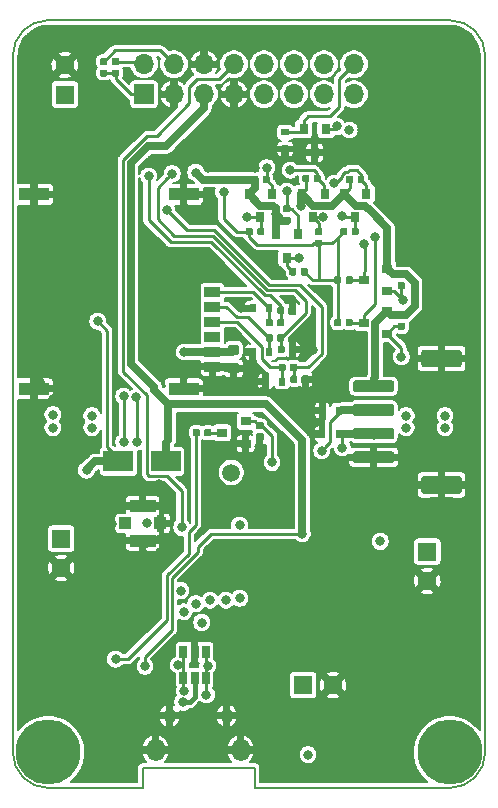
<source format=gbl>
G04 #@! TF.GenerationSoftware,KiCad,Pcbnew,(5.1.0-10-g6006703)*
G04 #@! TF.CreationDate,2019-05-20T20:44:00+08:00*
G04 #@! TF.ProjectId,cicada-4g,63696361-6461-42d3-9467-2e6b69636164,0.1*
G04 #@! TF.SameCoordinates,PX7cee6c0PY3dfd240*
G04 #@! TF.FileFunction,Copper,L4,Bot*
G04 #@! TF.FilePolarity,Positive*
%FSLAX46Y46*%
G04 Gerber Fmt 4.6, Leading zero omitted, Abs format (unit mm)*
G04 Created by KiCad (PCBNEW (5.1.0-10-g6006703)) date 2019-05-20 20:44:00*
%MOMM*%
%LPD*%
G04 APERTURE LIST*
%ADD10C,0.150000*%
%ADD11R,1.000000X1.000000*%
%ADD12R,2.200000X1.050000*%
%ADD13C,5.500000*%
%ADD14R,2.500000X1.800000*%
%ADD15O,1.050000X1.250000*%
%ADD16O,1.524000X1.900000*%
%ADD17C,1.500000*%
%ADD18C,1.000000*%
%ADD19C,0.590000*%
%ADD20O,1.700000X1.700000*%
%ADD21R,1.700000X1.700000*%
%ADD22R,0.650000X1.060000*%
%ADD23R,0.800000X0.900000*%
%ADD24R,0.900000X0.800000*%
%ADD25R,2.600000X1.100000*%
%ADD26R,1.350000X0.900000*%
%ADD27R,0.600000X0.700000*%
%ADD28R,0.700000X0.600000*%
%ADD29C,1.600000*%
%ADD30R,1.600000X1.600000*%
%ADD31C,0.875000*%
%ADD32C,0.800000*%
%ADD33C,0.650000*%
%ADD34C,0.250000*%
%ADD35C,0.400000*%
%ADD36C,0.200000*%
G04 APERTURE END LIST*
D10*
X500000Y-60000000D02*
X17000000Y-60000000D01*
X500000Y-58300000D02*
X500000Y-60000000D01*
X-9000000Y-58300000D02*
X500000Y-58300000D01*
X-9000000Y-60000000D02*
X-9000000Y-58300000D01*
X-17000000Y-60000000D02*
G75*
G02X-20000000Y-57000000I0J3000000D01*
G01*
X20000000Y-57000000D02*
G75*
G02X17000000Y-60000000I-3000000J0D01*
G01*
X17000000Y5000000D02*
G75*
G02X20000000Y2000000I0J-3000000D01*
G01*
X-20000000Y2000000D02*
G75*
G02X-17000000Y5000000I3000000J0D01*
G01*
X-20000000Y-57000000D02*
X-20000000Y2000000D01*
X-9000000Y-60000000D02*
X-17000000Y-60000000D01*
X20000000Y2000000D02*
X20000000Y-57000000D01*
X-17000000Y5000000D02*
X17000000Y5000000D01*
D11*
X-10500000Y-37600000D03*
X-7500000Y-37600000D03*
D12*
X-9000000Y-36125000D03*
X-9000000Y-39075000D03*
D13*
X17000000Y-57000000D03*
X-17000000Y-57000000D03*
D14*
X-11050000Y-32350000D03*
X-7050000Y-32350000D03*
D15*
X-1875000Y-53900000D03*
X-6725000Y-53900000D03*
D16*
X-700000Y-56800000D03*
X-7900000Y-56800000D03*
D10*
G36*
X17774504Y-33601204D02*
G01*
X17798773Y-33604804D01*
X17822571Y-33610765D01*
X17845671Y-33619030D01*
X17867849Y-33629520D01*
X17888893Y-33642133D01*
X17908598Y-33656747D01*
X17926777Y-33673223D01*
X17943253Y-33691402D01*
X17957867Y-33711107D01*
X17970480Y-33732151D01*
X17980970Y-33754329D01*
X17989235Y-33777429D01*
X17995196Y-33801227D01*
X17998796Y-33825496D01*
X18000000Y-33850000D01*
X18000000Y-34850000D01*
X17998796Y-34874504D01*
X17995196Y-34898773D01*
X17989235Y-34922571D01*
X17980970Y-34945671D01*
X17970480Y-34967849D01*
X17957867Y-34988893D01*
X17943253Y-35008598D01*
X17926777Y-35026777D01*
X17908598Y-35043253D01*
X17888893Y-35057867D01*
X17867849Y-35070480D01*
X17845671Y-35080970D01*
X17822571Y-35089235D01*
X17798773Y-35095196D01*
X17774504Y-35098796D01*
X17750000Y-35100000D01*
X14850000Y-35100000D01*
X14825496Y-35098796D01*
X14801227Y-35095196D01*
X14777429Y-35089235D01*
X14754329Y-35080970D01*
X14732151Y-35070480D01*
X14711107Y-35057867D01*
X14691402Y-35043253D01*
X14673223Y-35026777D01*
X14656747Y-35008598D01*
X14642133Y-34988893D01*
X14629520Y-34967849D01*
X14619030Y-34945671D01*
X14610765Y-34922571D01*
X14604804Y-34898773D01*
X14601204Y-34874504D01*
X14600000Y-34850000D01*
X14600000Y-33850000D01*
X14601204Y-33825496D01*
X14604804Y-33801227D01*
X14610765Y-33777429D01*
X14619030Y-33754329D01*
X14629520Y-33732151D01*
X14642133Y-33711107D01*
X14656747Y-33691402D01*
X14673223Y-33673223D01*
X14691402Y-33656747D01*
X14711107Y-33642133D01*
X14732151Y-33629520D01*
X14754329Y-33619030D01*
X14777429Y-33610765D01*
X14801227Y-33604804D01*
X14825496Y-33601204D01*
X14850000Y-33600000D01*
X17750000Y-33600000D01*
X17774504Y-33601204D01*
X17774504Y-33601204D01*
G37*
D17*
X16300000Y-34350000D03*
D10*
G36*
X17774504Y-22901204D02*
G01*
X17798773Y-22904804D01*
X17822571Y-22910765D01*
X17845671Y-22919030D01*
X17867849Y-22929520D01*
X17888893Y-22942133D01*
X17908598Y-22956747D01*
X17926777Y-22973223D01*
X17943253Y-22991402D01*
X17957867Y-23011107D01*
X17970480Y-23032151D01*
X17980970Y-23054329D01*
X17989235Y-23077429D01*
X17995196Y-23101227D01*
X17998796Y-23125496D01*
X18000000Y-23150000D01*
X18000000Y-24150000D01*
X17998796Y-24174504D01*
X17995196Y-24198773D01*
X17989235Y-24222571D01*
X17980970Y-24245671D01*
X17970480Y-24267849D01*
X17957867Y-24288893D01*
X17943253Y-24308598D01*
X17926777Y-24326777D01*
X17908598Y-24343253D01*
X17888893Y-24357867D01*
X17867849Y-24370480D01*
X17845671Y-24380970D01*
X17822571Y-24389235D01*
X17798773Y-24395196D01*
X17774504Y-24398796D01*
X17750000Y-24400000D01*
X14850000Y-24400000D01*
X14825496Y-24398796D01*
X14801227Y-24395196D01*
X14777429Y-24389235D01*
X14754329Y-24380970D01*
X14732151Y-24370480D01*
X14711107Y-24357867D01*
X14691402Y-24343253D01*
X14673223Y-24326777D01*
X14656747Y-24308598D01*
X14642133Y-24288893D01*
X14629520Y-24267849D01*
X14619030Y-24245671D01*
X14610765Y-24222571D01*
X14604804Y-24198773D01*
X14601204Y-24174504D01*
X14600000Y-24150000D01*
X14600000Y-23150000D01*
X14601204Y-23125496D01*
X14604804Y-23101227D01*
X14610765Y-23077429D01*
X14619030Y-23054329D01*
X14629520Y-23032151D01*
X14642133Y-23011107D01*
X14656747Y-22991402D01*
X14673223Y-22973223D01*
X14691402Y-22956747D01*
X14711107Y-22942133D01*
X14732151Y-22929520D01*
X14754329Y-22919030D01*
X14777429Y-22910765D01*
X14801227Y-22904804D01*
X14825496Y-22901204D01*
X14850000Y-22900000D01*
X17750000Y-22900000D01*
X17774504Y-22901204D01*
X17774504Y-22901204D01*
G37*
D17*
X16300000Y-23650000D03*
D10*
G36*
X12074504Y-31501204D02*
G01*
X12098773Y-31504804D01*
X12122571Y-31510765D01*
X12145671Y-31519030D01*
X12167849Y-31529520D01*
X12188893Y-31542133D01*
X12208598Y-31556747D01*
X12226777Y-31573223D01*
X12243253Y-31591402D01*
X12257867Y-31611107D01*
X12270480Y-31632151D01*
X12280970Y-31654329D01*
X12289235Y-31677429D01*
X12295196Y-31701227D01*
X12298796Y-31725496D01*
X12300000Y-31750000D01*
X12300000Y-32250000D01*
X12298796Y-32274504D01*
X12295196Y-32298773D01*
X12289235Y-32322571D01*
X12280970Y-32345671D01*
X12270480Y-32367849D01*
X12257867Y-32388893D01*
X12243253Y-32408598D01*
X12226777Y-32426777D01*
X12208598Y-32443253D01*
X12188893Y-32457867D01*
X12167849Y-32470480D01*
X12145671Y-32480970D01*
X12122571Y-32489235D01*
X12098773Y-32495196D01*
X12074504Y-32498796D01*
X12050000Y-32500000D01*
X9050000Y-32500000D01*
X9025496Y-32498796D01*
X9001227Y-32495196D01*
X8977429Y-32489235D01*
X8954329Y-32480970D01*
X8932151Y-32470480D01*
X8911107Y-32457867D01*
X8891402Y-32443253D01*
X8873223Y-32426777D01*
X8856747Y-32408598D01*
X8842133Y-32388893D01*
X8829520Y-32367849D01*
X8819030Y-32345671D01*
X8810765Y-32322571D01*
X8804804Y-32298773D01*
X8801204Y-32274504D01*
X8800000Y-32250000D01*
X8800000Y-31750000D01*
X8801204Y-31725496D01*
X8804804Y-31701227D01*
X8810765Y-31677429D01*
X8819030Y-31654329D01*
X8829520Y-31632151D01*
X8842133Y-31611107D01*
X8856747Y-31591402D01*
X8873223Y-31573223D01*
X8891402Y-31556747D01*
X8911107Y-31542133D01*
X8932151Y-31529520D01*
X8954329Y-31519030D01*
X8977429Y-31510765D01*
X9001227Y-31504804D01*
X9025496Y-31501204D01*
X9050000Y-31500000D01*
X12050000Y-31500000D01*
X12074504Y-31501204D01*
X12074504Y-31501204D01*
G37*
D18*
X10550000Y-32000000D03*
D10*
G36*
X12074504Y-29501204D02*
G01*
X12098773Y-29504804D01*
X12122571Y-29510765D01*
X12145671Y-29519030D01*
X12167849Y-29529520D01*
X12188893Y-29542133D01*
X12208598Y-29556747D01*
X12226777Y-29573223D01*
X12243253Y-29591402D01*
X12257867Y-29611107D01*
X12270480Y-29632151D01*
X12280970Y-29654329D01*
X12289235Y-29677429D01*
X12295196Y-29701227D01*
X12298796Y-29725496D01*
X12300000Y-29750000D01*
X12300000Y-30250000D01*
X12298796Y-30274504D01*
X12295196Y-30298773D01*
X12289235Y-30322571D01*
X12280970Y-30345671D01*
X12270480Y-30367849D01*
X12257867Y-30388893D01*
X12243253Y-30408598D01*
X12226777Y-30426777D01*
X12208598Y-30443253D01*
X12188893Y-30457867D01*
X12167849Y-30470480D01*
X12145671Y-30480970D01*
X12122571Y-30489235D01*
X12098773Y-30495196D01*
X12074504Y-30498796D01*
X12050000Y-30500000D01*
X9050000Y-30500000D01*
X9025496Y-30498796D01*
X9001227Y-30495196D01*
X8977429Y-30489235D01*
X8954329Y-30480970D01*
X8932151Y-30470480D01*
X8911107Y-30457867D01*
X8891402Y-30443253D01*
X8873223Y-30426777D01*
X8856747Y-30408598D01*
X8842133Y-30388893D01*
X8829520Y-30367849D01*
X8819030Y-30345671D01*
X8810765Y-30322571D01*
X8804804Y-30298773D01*
X8801204Y-30274504D01*
X8800000Y-30250000D01*
X8800000Y-29750000D01*
X8801204Y-29725496D01*
X8804804Y-29701227D01*
X8810765Y-29677429D01*
X8819030Y-29654329D01*
X8829520Y-29632151D01*
X8842133Y-29611107D01*
X8856747Y-29591402D01*
X8873223Y-29573223D01*
X8891402Y-29556747D01*
X8911107Y-29542133D01*
X8932151Y-29529520D01*
X8954329Y-29519030D01*
X8977429Y-29510765D01*
X9001227Y-29504804D01*
X9025496Y-29501204D01*
X9050000Y-29500000D01*
X12050000Y-29500000D01*
X12074504Y-29501204D01*
X12074504Y-29501204D01*
G37*
D18*
X10550000Y-30000000D03*
D10*
G36*
X12074504Y-27501204D02*
G01*
X12098773Y-27504804D01*
X12122571Y-27510765D01*
X12145671Y-27519030D01*
X12167849Y-27529520D01*
X12188893Y-27542133D01*
X12208598Y-27556747D01*
X12226777Y-27573223D01*
X12243253Y-27591402D01*
X12257867Y-27611107D01*
X12270480Y-27632151D01*
X12280970Y-27654329D01*
X12289235Y-27677429D01*
X12295196Y-27701227D01*
X12298796Y-27725496D01*
X12300000Y-27750000D01*
X12300000Y-28250000D01*
X12298796Y-28274504D01*
X12295196Y-28298773D01*
X12289235Y-28322571D01*
X12280970Y-28345671D01*
X12270480Y-28367849D01*
X12257867Y-28388893D01*
X12243253Y-28408598D01*
X12226777Y-28426777D01*
X12208598Y-28443253D01*
X12188893Y-28457867D01*
X12167849Y-28470480D01*
X12145671Y-28480970D01*
X12122571Y-28489235D01*
X12098773Y-28495196D01*
X12074504Y-28498796D01*
X12050000Y-28500000D01*
X9050000Y-28500000D01*
X9025496Y-28498796D01*
X9001227Y-28495196D01*
X8977429Y-28489235D01*
X8954329Y-28480970D01*
X8932151Y-28470480D01*
X8911107Y-28457867D01*
X8891402Y-28443253D01*
X8873223Y-28426777D01*
X8856747Y-28408598D01*
X8842133Y-28388893D01*
X8829520Y-28367849D01*
X8819030Y-28345671D01*
X8810765Y-28322571D01*
X8804804Y-28298773D01*
X8801204Y-28274504D01*
X8800000Y-28250000D01*
X8800000Y-27750000D01*
X8801204Y-27725496D01*
X8804804Y-27701227D01*
X8810765Y-27677429D01*
X8819030Y-27654329D01*
X8829520Y-27632151D01*
X8842133Y-27611107D01*
X8856747Y-27591402D01*
X8873223Y-27573223D01*
X8891402Y-27556747D01*
X8911107Y-27542133D01*
X8932151Y-27529520D01*
X8954329Y-27519030D01*
X8977429Y-27510765D01*
X9001227Y-27504804D01*
X9025496Y-27501204D01*
X9050000Y-27500000D01*
X12050000Y-27500000D01*
X12074504Y-27501204D01*
X12074504Y-27501204D01*
G37*
D18*
X10550000Y-28000000D03*
D10*
G36*
X12074504Y-25501204D02*
G01*
X12098773Y-25504804D01*
X12122571Y-25510765D01*
X12145671Y-25519030D01*
X12167849Y-25529520D01*
X12188893Y-25542133D01*
X12208598Y-25556747D01*
X12226777Y-25573223D01*
X12243253Y-25591402D01*
X12257867Y-25611107D01*
X12270480Y-25632151D01*
X12280970Y-25654329D01*
X12289235Y-25677429D01*
X12295196Y-25701227D01*
X12298796Y-25725496D01*
X12300000Y-25750000D01*
X12300000Y-26250000D01*
X12298796Y-26274504D01*
X12295196Y-26298773D01*
X12289235Y-26322571D01*
X12280970Y-26345671D01*
X12270480Y-26367849D01*
X12257867Y-26388893D01*
X12243253Y-26408598D01*
X12226777Y-26426777D01*
X12208598Y-26443253D01*
X12188893Y-26457867D01*
X12167849Y-26470480D01*
X12145671Y-26480970D01*
X12122571Y-26489235D01*
X12098773Y-26495196D01*
X12074504Y-26498796D01*
X12050000Y-26500000D01*
X9050000Y-26500000D01*
X9025496Y-26498796D01*
X9001227Y-26495196D01*
X8977429Y-26489235D01*
X8954329Y-26480970D01*
X8932151Y-26470480D01*
X8911107Y-26457867D01*
X8891402Y-26443253D01*
X8873223Y-26426777D01*
X8856747Y-26408598D01*
X8842133Y-26388893D01*
X8829520Y-26367849D01*
X8819030Y-26345671D01*
X8810765Y-26322571D01*
X8804804Y-26298773D01*
X8801204Y-26274504D01*
X8800000Y-26250000D01*
X8800000Y-25750000D01*
X8801204Y-25725496D01*
X8804804Y-25701227D01*
X8810765Y-25677429D01*
X8819030Y-25654329D01*
X8829520Y-25632151D01*
X8842133Y-25611107D01*
X8856747Y-25591402D01*
X8873223Y-25573223D01*
X8891402Y-25556747D01*
X8911107Y-25542133D01*
X8932151Y-25529520D01*
X8954329Y-25519030D01*
X8977429Y-25510765D01*
X9001227Y-25504804D01*
X9025496Y-25501204D01*
X9050000Y-25500000D01*
X12050000Y-25500000D01*
X12074504Y-25501204D01*
X12074504Y-25501204D01*
G37*
D18*
X10550000Y-26000000D03*
D10*
G36*
X1161958Y-12580710D02*
G01*
X1176276Y-12582834D01*
X1190317Y-12586351D01*
X1203946Y-12591228D01*
X1217031Y-12597417D01*
X1229447Y-12604858D01*
X1241073Y-12613481D01*
X1251798Y-12623202D01*
X1261519Y-12633927D01*
X1270142Y-12645553D01*
X1277583Y-12657969D01*
X1283772Y-12671054D01*
X1288649Y-12684683D01*
X1292166Y-12698724D01*
X1294290Y-12713042D01*
X1295000Y-12727500D01*
X1295000Y-13072500D01*
X1294290Y-13086958D01*
X1292166Y-13101276D01*
X1288649Y-13115317D01*
X1283772Y-13128946D01*
X1277583Y-13142031D01*
X1270142Y-13154447D01*
X1261519Y-13166073D01*
X1251798Y-13176798D01*
X1241073Y-13186519D01*
X1229447Y-13195142D01*
X1217031Y-13202583D01*
X1203946Y-13208772D01*
X1190317Y-13213649D01*
X1176276Y-13217166D01*
X1161958Y-13219290D01*
X1147500Y-13220000D01*
X852500Y-13220000D01*
X838042Y-13219290D01*
X823724Y-13217166D01*
X809683Y-13213649D01*
X796054Y-13208772D01*
X782969Y-13202583D01*
X770553Y-13195142D01*
X758927Y-13186519D01*
X748202Y-13176798D01*
X738481Y-13166073D01*
X729858Y-13154447D01*
X722417Y-13142031D01*
X716228Y-13128946D01*
X711351Y-13115317D01*
X707834Y-13101276D01*
X705710Y-13086958D01*
X705000Y-13072500D01*
X705000Y-12727500D01*
X705710Y-12713042D01*
X707834Y-12698724D01*
X711351Y-12684683D01*
X716228Y-12671054D01*
X722417Y-12657969D01*
X729858Y-12645553D01*
X738481Y-12633927D01*
X748202Y-12623202D01*
X758927Y-12613481D01*
X770553Y-12604858D01*
X782969Y-12597417D01*
X796054Y-12591228D01*
X809683Y-12586351D01*
X823724Y-12582834D01*
X838042Y-12580710D01*
X852500Y-12580000D01*
X1147500Y-12580000D01*
X1161958Y-12580710D01*
X1161958Y-12580710D01*
G37*
D19*
X1000000Y-12900000D03*
D10*
G36*
X191958Y-12580710D02*
G01*
X206276Y-12582834D01*
X220317Y-12586351D01*
X233946Y-12591228D01*
X247031Y-12597417D01*
X259447Y-12604858D01*
X271073Y-12613481D01*
X281798Y-12623202D01*
X291519Y-12633927D01*
X300142Y-12645553D01*
X307583Y-12657969D01*
X313772Y-12671054D01*
X318649Y-12684683D01*
X322166Y-12698724D01*
X324290Y-12713042D01*
X325000Y-12727500D01*
X325000Y-13072500D01*
X324290Y-13086958D01*
X322166Y-13101276D01*
X318649Y-13115317D01*
X313772Y-13128946D01*
X307583Y-13142031D01*
X300142Y-13154447D01*
X291519Y-13166073D01*
X281798Y-13176798D01*
X271073Y-13186519D01*
X259447Y-13195142D01*
X247031Y-13202583D01*
X233946Y-13208772D01*
X220317Y-13213649D01*
X206276Y-13217166D01*
X191958Y-13219290D01*
X177500Y-13220000D01*
X-117500Y-13220000D01*
X-131958Y-13219290D01*
X-146276Y-13217166D01*
X-160317Y-13213649D01*
X-173946Y-13208772D01*
X-187031Y-13202583D01*
X-199447Y-13195142D01*
X-211073Y-13186519D01*
X-221798Y-13176798D01*
X-231519Y-13166073D01*
X-240142Y-13154447D01*
X-247583Y-13142031D01*
X-253772Y-13128946D01*
X-258649Y-13115317D01*
X-262166Y-13101276D01*
X-264290Y-13086958D01*
X-265000Y-13072500D01*
X-265000Y-12727500D01*
X-264290Y-12713042D01*
X-262166Y-12698724D01*
X-258649Y-12684683D01*
X-253772Y-12671054D01*
X-247583Y-12657969D01*
X-240142Y-12645553D01*
X-231519Y-12633927D01*
X-221798Y-12623202D01*
X-211073Y-12613481D01*
X-199447Y-12604858D01*
X-187031Y-12597417D01*
X-173946Y-12591228D01*
X-160317Y-12586351D01*
X-146276Y-12582834D01*
X-131958Y-12580710D01*
X-117500Y-12580000D01*
X177500Y-12580000D01*
X191958Y-12580710D01*
X191958Y-12580710D01*
G37*
D19*
X30000Y-12900000D03*
D10*
G36*
X1607619Y-8180710D02*
G01*
X1621937Y-8182834D01*
X1635978Y-8186351D01*
X1649607Y-8191228D01*
X1662692Y-8197417D01*
X1675108Y-8204858D01*
X1686734Y-8213481D01*
X1697459Y-8223202D01*
X1707180Y-8233927D01*
X1715803Y-8245553D01*
X1723244Y-8257969D01*
X1729433Y-8271054D01*
X1734310Y-8284683D01*
X1737827Y-8298724D01*
X1739951Y-8313042D01*
X1740661Y-8327500D01*
X1740661Y-8672500D01*
X1739951Y-8686958D01*
X1737827Y-8701276D01*
X1734310Y-8715317D01*
X1729433Y-8728946D01*
X1723244Y-8742031D01*
X1715803Y-8754447D01*
X1707180Y-8766073D01*
X1697459Y-8776798D01*
X1686734Y-8786519D01*
X1675108Y-8795142D01*
X1662692Y-8802583D01*
X1649607Y-8808772D01*
X1635978Y-8813649D01*
X1621937Y-8817166D01*
X1607619Y-8819290D01*
X1593161Y-8820000D01*
X1298161Y-8820000D01*
X1283703Y-8819290D01*
X1269385Y-8817166D01*
X1255344Y-8813649D01*
X1241715Y-8808772D01*
X1228630Y-8802583D01*
X1216214Y-8795142D01*
X1204588Y-8786519D01*
X1193863Y-8776798D01*
X1184142Y-8766073D01*
X1175519Y-8754447D01*
X1168078Y-8742031D01*
X1161889Y-8728946D01*
X1157012Y-8715317D01*
X1153495Y-8701276D01*
X1151371Y-8686958D01*
X1150661Y-8672500D01*
X1150661Y-8327500D01*
X1151371Y-8313042D01*
X1153495Y-8298724D01*
X1157012Y-8284683D01*
X1161889Y-8271054D01*
X1168078Y-8257969D01*
X1175519Y-8245553D01*
X1184142Y-8233927D01*
X1193863Y-8223202D01*
X1204588Y-8213481D01*
X1216214Y-8204858D01*
X1228630Y-8197417D01*
X1241715Y-8191228D01*
X1255344Y-8186351D01*
X1269385Y-8182834D01*
X1283703Y-8180710D01*
X1298161Y-8180000D01*
X1593161Y-8180000D01*
X1607619Y-8180710D01*
X1607619Y-8180710D01*
G37*
D19*
X1445661Y-8500000D03*
D10*
G36*
X637619Y-8180710D02*
G01*
X651937Y-8182834D01*
X665978Y-8186351D01*
X679607Y-8191228D01*
X692692Y-8197417D01*
X705108Y-8204858D01*
X716734Y-8213481D01*
X727459Y-8223202D01*
X737180Y-8233927D01*
X745803Y-8245553D01*
X753244Y-8257969D01*
X759433Y-8271054D01*
X764310Y-8284683D01*
X767827Y-8298724D01*
X769951Y-8313042D01*
X770661Y-8327500D01*
X770661Y-8672500D01*
X769951Y-8686958D01*
X767827Y-8701276D01*
X764310Y-8715317D01*
X759433Y-8728946D01*
X753244Y-8742031D01*
X745803Y-8754447D01*
X737180Y-8766073D01*
X727459Y-8776798D01*
X716734Y-8786519D01*
X705108Y-8795142D01*
X692692Y-8802583D01*
X679607Y-8808772D01*
X665978Y-8813649D01*
X651937Y-8817166D01*
X637619Y-8819290D01*
X623161Y-8820000D01*
X328161Y-8820000D01*
X313703Y-8819290D01*
X299385Y-8817166D01*
X285344Y-8813649D01*
X271715Y-8808772D01*
X258630Y-8802583D01*
X246214Y-8795142D01*
X234588Y-8786519D01*
X223863Y-8776798D01*
X214142Y-8766073D01*
X205519Y-8754447D01*
X198078Y-8742031D01*
X191889Y-8728946D01*
X187012Y-8715317D01*
X183495Y-8701276D01*
X181371Y-8686958D01*
X180661Y-8672500D01*
X180661Y-8327500D01*
X181371Y-8313042D01*
X183495Y-8298724D01*
X187012Y-8284683D01*
X191889Y-8271054D01*
X198078Y-8257969D01*
X205519Y-8245553D01*
X214142Y-8233927D01*
X223863Y-8223202D01*
X234588Y-8213481D01*
X246214Y-8204858D01*
X258630Y-8197417D01*
X271715Y-8191228D01*
X285344Y-8186351D01*
X299385Y-8182834D01*
X313703Y-8180710D01*
X328161Y-8180000D01*
X623161Y-8180000D01*
X637619Y-8180710D01*
X637619Y-8180710D01*
G37*
D19*
X475661Y-8500000D03*
D10*
G36*
X9146958Y-12580710D02*
G01*
X9161276Y-12582834D01*
X9175317Y-12586351D01*
X9188946Y-12591228D01*
X9202031Y-12597417D01*
X9214447Y-12604858D01*
X9226073Y-12613481D01*
X9236798Y-12623202D01*
X9246519Y-12633927D01*
X9255142Y-12645553D01*
X9262583Y-12657969D01*
X9268772Y-12671054D01*
X9273649Y-12684683D01*
X9277166Y-12698724D01*
X9279290Y-12713042D01*
X9280000Y-12727500D01*
X9280000Y-13072500D01*
X9279290Y-13086958D01*
X9277166Y-13101276D01*
X9273649Y-13115317D01*
X9268772Y-13128946D01*
X9262583Y-13142031D01*
X9255142Y-13154447D01*
X9246519Y-13166073D01*
X9236798Y-13176798D01*
X9226073Y-13186519D01*
X9214447Y-13195142D01*
X9202031Y-13202583D01*
X9188946Y-13208772D01*
X9175317Y-13213649D01*
X9161276Y-13217166D01*
X9146958Y-13219290D01*
X9132500Y-13220000D01*
X8837500Y-13220000D01*
X8823042Y-13219290D01*
X8808724Y-13217166D01*
X8794683Y-13213649D01*
X8781054Y-13208772D01*
X8767969Y-13202583D01*
X8755553Y-13195142D01*
X8743927Y-13186519D01*
X8733202Y-13176798D01*
X8723481Y-13166073D01*
X8714858Y-13154447D01*
X8707417Y-13142031D01*
X8701228Y-13128946D01*
X8696351Y-13115317D01*
X8692834Y-13101276D01*
X8690710Y-13086958D01*
X8690000Y-13072500D01*
X8690000Y-12727500D01*
X8690710Y-12713042D01*
X8692834Y-12698724D01*
X8696351Y-12684683D01*
X8701228Y-12671054D01*
X8707417Y-12657969D01*
X8714858Y-12645553D01*
X8723481Y-12633927D01*
X8733202Y-12623202D01*
X8743927Y-12613481D01*
X8755553Y-12604858D01*
X8767969Y-12597417D01*
X8781054Y-12591228D01*
X8794683Y-12586351D01*
X8808724Y-12582834D01*
X8823042Y-12580710D01*
X8837500Y-12580000D01*
X9132500Y-12580000D01*
X9146958Y-12580710D01*
X9146958Y-12580710D01*
G37*
D19*
X8985000Y-12900000D03*
D10*
G36*
X8176958Y-12580710D02*
G01*
X8191276Y-12582834D01*
X8205317Y-12586351D01*
X8218946Y-12591228D01*
X8232031Y-12597417D01*
X8244447Y-12604858D01*
X8256073Y-12613481D01*
X8266798Y-12623202D01*
X8276519Y-12633927D01*
X8285142Y-12645553D01*
X8292583Y-12657969D01*
X8298772Y-12671054D01*
X8303649Y-12684683D01*
X8307166Y-12698724D01*
X8309290Y-12713042D01*
X8310000Y-12727500D01*
X8310000Y-13072500D01*
X8309290Y-13086958D01*
X8307166Y-13101276D01*
X8303649Y-13115317D01*
X8298772Y-13128946D01*
X8292583Y-13142031D01*
X8285142Y-13154447D01*
X8276519Y-13166073D01*
X8266798Y-13176798D01*
X8256073Y-13186519D01*
X8244447Y-13195142D01*
X8232031Y-13202583D01*
X8218946Y-13208772D01*
X8205317Y-13213649D01*
X8191276Y-13217166D01*
X8176958Y-13219290D01*
X8162500Y-13220000D01*
X7867500Y-13220000D01*
X7853042Y-13219290D01*
X7838724Y-13217166D01*
X7824683Y-13213649D01*
X7811054Y-13208772D01*
X7797969Y-13202583D01*
X7785553Y-13195142D01*
X7773927Y-13186519D01*
X7763202Y-13176798D01*
X7753481Y-13166073D01*
X7744858Y-13154447D01*
X7737417Y-13142031D01*
X7731228Y-13128946D01*
X7726351Y-13115317D01*
X7722834Y-13101276D01*
X7720710Y-13086958D01*
X7720000Y-13072500D01*
X7720000Y-12727500D01*
X7720710Y-12713042D01*
X7722834Y-12698724D01*
X7726351Y-12684683D01*
X7731228Y-12671054D01*
X7737417Y-12657969D01*
X7744858Y-12645553D01*
X7753481Y-12633927D01*
X7763202Y-12623202D01*
X7773927Y-12613481D01*
X7785553Y-12604858D01*
X7797969Y-12597417D01*
X7811054Y-12591228D01*
X7824683Y-12586351D01*
X7838724Y-12582834D01*
X7853042Y-12580710D01*
X7867500Y-12580000D01*
X8162500Y-12580000D01*
X8176958Y-12580710D01*
X8176958Y-12580710D01*
G37*
D19*
X8015000Y-12900000D03*
D10*
G36*
X9646958Y-8180710D02*
G01*
X9661276Y-8182834D01*
X9675317Y-8186351D01*
X9688946Y-8191228D01*
X9702031Y-8197417D01*
X9714447Y-8204858D01*
X9726073Y-8213481D01*
X9736798Y-8223202D01*
X9746519Y-8233927D01*
X9755142Y-8245553D01*
X9762583Y-8257969D01*
X9768772Y-8271054D01*
X9773649Y-8284683D01*
X9777166Y-8298724D01*
X9779290Y-8313042D01*
X9780000Y-8327500D01*
X9780000Y-8672500D01*
X9779290Y-8686958D01*
X9777166Y-8701276D01*
X9773649Y-8715317D01*
X9768772Y-8728946D01*
X9762583Y-8742031D01*
X9755142Y-8754447D01*
X9746519Y-8766073D01*
X9736798Y-8776798D01*
X9726073Y-8786519D01*
X9714447Y-8795142D01*
X9702031Y-8802583D01*
X9688946Y-8808772D01*
X9675317Y-8813649D01*
X9661276Y-8817166D01*
X9646958Y-8819290D01*
X9632500Y-8820000D01*
X9337500Y-8820000D01*
X9323042Y-8819290D01*
X9308724Y-8817166D01*
X9294683Y-8813649D01*
X9281054Y-8808772D01*
X9267969Y-8802583D01*
X9255553Y-8795142D01*
X9243927Y-8786519D01*
X9233202Y-8776798D01*
X9223481Y-8766073D01*
X9214858Y-8754447D01*
X9207417Y-8742031D01*
X9201228Y-8728946D01*
X9196351Y-8715317D01*
X9192834Y-8701276D01*
X9190710Y-8686958D01*
X9190000Y-8672500D01*
X9190000Y-8327500D01*
X9190710Y-8313042D01*
X9192834Y-8298724D01*
X9196351Y-8284683D01*
X9201228Y-8271054D01*
X9207417Y-8257969D01*
X9214858Y-8245553D01*
X9223481Y-8233927D01*
X9233202Y-8223202D01*
X9243927Y-8213481D01*
X9255553Y-8204858D01*
X9267969Y-8197417D01*
X9281054Y-8191228D01*
X9294683Y-8186351D01*
X9308724Y-8182834D01*
X9323042Y-8180710D01*
X9337500Y-8180000D01*
X9632500Y-8180000D01*
X9646958Y-8180710D01*
X9646958Y-8180710D01*
G37*
D19*
X9485000Y-8500000D03*
D10*
G36*
X8676958Y-8180710D02*
G01*
X8691276Y-8182834D01*
X8705317Y-8186351D01*
X8718946Y-8191228D01*
X8732031Y-8197417D01*
X8744447Y-8204858D01*
X8756073Y-8213481D01*
X8766798Y-8223202D01*
X8776519Y-8233927D01*
X8785142Y-8245553D01*
X8792583Y-8257969D01*
X8798772Y-8271054D01*
X8803649Y-8284683D01*
X8807166Y-8298724D01*
X8809290Y-8313042D01*
X8810000Y-8327500D01*
X8810000Y-8672500D01*
X8809290Y-8686958D01*
X8807166Y-8701276D01*
X8803649Y-8715317D01*
X8798772Y-8728946D01*
X8792583Y-8742031D01*
X8785142Y-8754447D01*
X8776519Y-8766073D01*
X8766798Y-8776798D01*
X8756073Y-8786519D01*
X8744447Y-8795142D01*
X8732031Y-8802583D01*
X8718946Y-8808772D01*
X8705317Y-8813649D01*
X8691276Y-8817166D01*
X8676958Y-8819290D01*
X8662500Y-8820000D01*
X8367500Y-8820000D01*
X8353042Y-8819290D01*
X8338724Y-8817166D01*
X8324683Y-8813649D01*
X8311054Y-8808772D01*
X8297969Y-8802583D01*
X8285553Y-8795142D01*
X8273927Y-8786519D01*
X8263202Y-8776798D01*
X8253481Y-8766073D01*
X8244858Y-8754447D01*
X8237417Y-8742031D01*
X8231228Y-8728946D01*
X8226351Y-8715317D01*
X8222834Y-8701276D01*
X8220710Y-8686958D01*
X8220000Y-8672500D01*
X8220000Y-8327500D01*
X8220710Y-8313042D01*
X8222834Y-8298724D01*
X8226351Y-8284683D01*
X8231228Y-8271054D01*
X8237417Y-8257969D01*
X8244858Y-8245553D01*
X8253481Y-8233927D01*
X8263202Y-8223202D01*
X8273927Y-8213481D01*
X8285553Y-8204858D01*
X8297969Y-8197417D01*
X8311054Y-8191228D01*
X8324683Y-8186351D01*
X8338724Y-8182834D01*
X8353042Y-8180710D01*
X8367500Y-8180000D01*
X8662500Y-8180000D01*
X8676958Y-8180710D01*
X8676958Y-8180710D01*
G37*
D19*
X8515000Y-8500000D03*
D10*
G36*
X3876958Y-15980710D02*
G01*
X3891276Y-15982834D01*
X3905317Y-15986351D01*
X3918946Y-15991228D01*
X3932031Y-15997417D01*
X3944447Y-16004858D01*
X3956073Y-16013481D01*
X3966798Y-16023202D01*
X3976519Y-16033927D01*
X3985142Y-16045553D01*
X3992583Y-16057969D01*
X3998772Y-16071054D01*
X4003649Y-16084683D01*
X4007166Y-16098724D01*
X4009290Y-16113042D01*
X4010000Y-16127500D01*
X4010000Y-16472500D01*
X4009290Y-16486958D01*
X4007166Y-16501276D01*
X4003649Y-16515317D01*
X3998772Y-16528946D01*
X3992583Y-16542031D01*
X3985142Y-16554447D01*
X3976519Y-16566073D01*
X3966798Y-16576798D01*
X3956073Y-16586519D01*
X3944447Y-16595142D01*
X3932031Y-16602583D01*
X3918946Y-16608772D01*
X3905317Y-16613649D01*
X3891276Y-16617166D01*
X3876958Y-16619290D01*
X3862500Y-16620000D01*
X3567500Y-16620000D01*
X3553042Y-16619290D01*
X3538724Y-16617166D01*
X3524683Y-16613649D01*
X3511054Y-16608772D01*
X3497969Y-16602583D01*
X3485553Y-16595142D01*
X3473927Y-16586519D01*
X3463202Y-16576798D01*
X3453481Y-16566073D01*
X3444858Y-16554447D01*
X3437417Y-16542031D01*
X3431228Y-16528946D01*
X3426351Y-16515317D01*
X3422834Y-16501276D01*
X3420710Y-16486958D01*
X3420000Y-16472500D01*
X3420000Y-16127500D01*
X3420710Y-16113042D01*
X3422834Y-16098724D01*
X3426351Y-16084683D01*
X3431228Y-16071054D01*
X3437417Y-16057969D01*
X3444858Y-16045553D01*
X3453481Y-16033927D01*
X3463202Y-16023202D01*
X3473927Y-16013481D01*
X3485553Y-16004858D01*
X3497969Y-15997417D01*
X3511054Y-15991228D01*
X3524683Y-15986351D01*
X3538724Y-15982834D01*
X3553042Y-15980710D01*
X3567500Y-15980000D01*
X3862500Y-15980000D01*
X3876958Y-15980710D01*
X3876958Y-15980710D01*
G37*
D19*
X3715000Y-16300000D03*
D10*
G36*
X4846958Y-15980710D02*
G01*
X4861276Y-15982834D01*
X4875317Y-15986351D01*
X4888946Y-15991228D01*
X4902031Y-15997417D01*
X4914447Y-16004858D01*
X4926073Y-16013481D01*
X4936798Y-16023202D01*
X4946519Y-16033927D01*
X4955142Y-16045553D01*
X4962583Y-16057969D01*
X4968772Y-16071054D01*
X4973649Y-16084683D01*
X4977166Y-16098724D01*
X4979290Y-16113042D01*
X4980000Y-16127500D01*
X4980000Y-16472500D01*
X4979290Y-16486958D01*
X4977166Y-16501276D01*
X4973649Y-16515317D01*
X4968772Y-16528946D01*
X4962583Y-16542031D01*
X4955142Y-16554447D01*
X4946519Y-16566073D01*
X4936798Y-16576798D01*
X4926073Y-16586519D01*
X4914447Y-16595142D01*
X4902031Y-16602583D01*
X4888946Y-16608772D01*
X4875317Y-16613649D01*
X4861276Y-16617166D01*
X4846958Y-16619290D01*
X4832500Y-16620000D01*
X4537500Y-16620000D01*
X4523042Y-16619290D01*
X4508724Y-16617166D01*
X4494683Y-16613649D01*
X4481054Y-16608772D01*
X4467969Y-16602583D01*
X4455553Y-16595142D01*
X4443927Y-16586519D01*
X4433202Y-16576798D01*
X4423481Y-16566073D01*
X4414858Y-16554447D01*
X4407417Y-16542031D01*
X4401228Y-16528946D01*
X4396351Y-16515317D01*
X4392834Y-16501276D01*
X4390710Y-16486958D01*
X4390000Y-16472500D01*
X4390000Y-16127500D01*
X4390710Y-16113042D01*
X4392834Y-16098724D01*
X4396351Y-16084683D01*
X4401228Y-16071054D01*
X4407417Y-16057969D01*
X4414858Y-16045553D01*
X4423481Y-16033927D01*
X4433202Y-16023202D01*
X4443927Y-16013481D01*
X4455553Y-16004858D01*
X4467969Y-15997417D01*
X4481054Y-15991228D01*
X4494683Y-15986351D01*
X4508724Y-15982834D01*
X4523042Y-15980710D01*
X4537500Y-15980000D01*
X4832500Y-15980000D01*
X4846958Y-15980710D01*
X4846958Y-15980710D01*
G37*
D19*
X4685000Y-16300000D03*
D10*
G36*
X3386958Y-10670710D02*
G01*
X3401276Y-10672834D01*
X3415317Y-10676351D01*
X3428946Y-10681228D01*
X3442031Y-10687417D01*
X3454447Y-10694858D01*
X3466073Y-10703481D01*
X3476798Y-10713202D01*
X3486519Y-10723927D01*
X3495142Y-10735553D01*
X3502583Y-10747969D01*
X3508772Y-10761054D01*
X3513649Y-10774683D01*
X3517166Y-10788724D01*
X3519290Y-10803042D01*
X3520000Y-10817500D01*
X3520000Y-11112500D01*
X3519290Y-11126958D01*
X3517166Y-11141276D01*
X3513649Y-11155317D01*
X3508772Y-11168946D01*
X3502583Y-11182031D01*
X3495142Y-11194447D01*
X3486519Y-11206073D01*
X3476798Y-11216798D01*
X3466073Y-11226519D01*
X3454447Y-11235142D01*
X3442031Y-11242583D01*
X3428946Y-11248772D01*
X3415317Y-11253649D01*
X3401276Y-11257166D01*
X3386958Y-11259290D01*
X3372500Y-11260000D01*
X3027500Y-11260000D01*
X3013042Y-11259290D01*
X2998724Y-11257166D01*
X2984683Y-11253649D01*
X2971054Y-11248772D01*
X2957969Y-11242583D01*
X2945553Y-11235142D01*
X2933927Y-11226519D01*
X2923202Y-11216798D01*
X2913481Y-11206073D01*
X2904858Y-11194447D01*
X2897417Y-11182031D01*
X2891228Y-11168946D01*
X2886351Y-11155317D01*
X2882834Y-11141276D01*
X2880710Y-11126958D01*
X2880000Y-11112500D01*
X2880000Y-10817500D01*
X2880710Y-10803042D01*
X2882834Y-10788724D01*
X2886351Y-10774683D01*
X2891228Y-10761054D01*
X2897417Y-10747969D01*
X2904858Y-10735553D01*
X2913481Y-10723927D01*
X2923202Y-10713202D01*
X2933927Y-10703481D01*
X2945553Y-10694858D01*
X2957969Y-10687417D01*
X2971054Y-10681228D01*
X2984683Y-10676351D01*
X2998724Y-10672834D01*
X3013042Y-10670710D01*
X3027500Y-10670000D01*
X3372500Y-10670000D01*
X3386958Y-10670710D01*
X3386958Y-10670710D01*
G37*
D19*
X3200000Y-10965000D03*
D10*
G36*
X3386958Y-11640710D02*
G01*
X3401276Y-11642834D01*
X3415317Y-11646351D01*
X3428946Y-11651228D01*
X3442031Y-11657417D01*
X3454447Y-11664858D01*
X3466073Y-11673481D01*
X3476798Y-11683202D01*
X3486519Y-11693927D01*
X3495142Y-11705553D01*
X3502583Y-11717969D01*
X3508772Y-11731054D01*
X3513649Y-11744683D01*
X3517166Y-11758724D01*
X3519290Y-11773042D01*
X3520000Y-11787500D01*
X3520000Y-12082500D01*
X3519290Y-12096958D01*
X3517166Y-12111276D01*
X3513649Y-12125317D01*
X3508772Y-12138946D01*
X3502583Y-12152031D01*
X3495142Y-12164447D01*
X3486519Y-12176073D01*
X3476798Y-12186798D01*
X3466073Y-12196519D01*
X3454447Y-12205142D01*
X3442031Y-12212583D01*
X3428946Y-12218772D01*
X3415317Y-12223649D01*
X3401276Y-12227166D01*
X3386958Y-12229290D01*
X3372500Y-12230000D01*
X3027500Y-12230000D01*
X3013042Y-12229290D01*
X2998724Y-12227166D01*
X2984683Y-12223649D01*
X2971054Y-12218772D01*
X2957969Y-12212583D01*
X2945553Y-12205142D01*
X2933927Y-12196519D01*
X2923202Y-12186798D01*
X2913481Y-12176073D01*
X2904858Y-12164447D01*
X2897417Y-12152031D01*
X2891228Y-12138946D01*
X2886351Y-12125317D01*
X2882834Y-12111276D01*
X2880710Y-12096958D01*
X2880000Y-12082500D01*
X2880000Y-11787500D01*
X2880710Y-11773042D01*
X2882834Y-11758724D01*
X2886351Y-11744683D01*
X2891228Y-11731054D01*
X2897417Y-11717969D01*
X2904858Y-11705553D01*
X2913481Y-11693927D01*
X2923202Y-11683202D01*
X2933927Y-11673481D01*
X2945553Y-11664858D01*
X2957969Y-11657417D01*
X2971054Y-11651228D01*
X2984683Y-11646351D01*
X2998724Y-11642834D01*
X3013042Y-11640710D01*
X3027500Y-11640000D01*
X3372500Y-11640000D01*
X3386958Y-11640710D01*
X3386958Y-11640710D01*
G37*
D19*
X3200000Y-11935000D03*
D10*
G36*
X6086958Y-12605710D02*
G01*
X6101276Y-12607834D01*
X6115317Y-12611351D01*
X6128946Y-12616228D01*
X6142031Y-12622417D01*
X6154447Y-12629858D01*
X6166073Y-12638481D01*
X6176798Y-12648202D01*
X6186519Y-12658927D01*
X6195142Y-12670553D01*
X6202583Y-12682969D01*
X6208772Y-12696054D01*
X6213649Y-12709683D01*
X6217166Y-12723724D01*
X6219290Y-12738042D01*
X6220000Y-12752500D01*
X6220000Y-13047500D01*
X6219290Y-13061958D01*
X6217166Y-13076276D01*
X6213649Y-13090317D01*
X6208772Y-13103946D01*
X6202583Y-13117031D01*
X6195142Y-13129447D01*
X6186519Y-13141073D01*
X6176798Y-13151798D01*
X6166073Y-13161519D01*
X6154447Y-13170142D01*
X6142031Y-13177583D01*
X6128946Y-13183772D01*
X6115317Y-13188649D01*
X6101276Y-13192166D01*
X6086958Y-13194290D01*
X6072500Y-13195000D01*
X5727500Y-13195000D01*
X5713042Y-13194290D01*
X5698724Y-13192166D01*
X5684683Y-13188649D01*
X5671054Y-13183772D01*
X5657969Y-13177583D01*
X5645553Y-13170142D01*
X5633927Y-13161519D01*
X5623202Y-13151798D01*
X5613481Y-13141073D01*
X5604858Y-13129447D01*
X5597417Y-13117031D01*
X5591228Y-13103946D01*
X5586351Y-13090317D01*
X5582834Y-13076276D01*
X5580710Y-13061958D01*
X5580000Y-13047500D01*
X5580000Y-12752500D01*
X5580710Y-12738042D01*
X5582834Y-12723724D01*
X5586351Y-12709683D01*
X5591228Y-12696054D01*
X5597417Y-12682969D01*
X5604858Y-12670553D01*
X5613481Y-12658927D01*
X5623202Y-12648202D01*
X5633927Y-12638481D01*
X5645553Y-12629858D01*
X5657969Y-12622417D01*
X5671054Y-12616228D01*
X5684683Y-12611351D01*
X5698724Y-12607834D01*
X5713042Y-12605710D01*
X5727500Y-12605000D01*
X6072500Y-12605000D01*
X6086958Y-12605710D01*
X6086958Y-12605710D01*
G37*
D19*
X5900000Y-12900000D03*
D10*
G36*
X6086958Y-13575710D02*
G01*
X6101276Y-13577834D01*
X6115317Y-13581351D01*
X6128946Y-13586228D01*
X6142031Y-13592417D01*
X6154447Y-13599858D01*
X6166073Y-13608481D01*
X6176798Y-13618202D01*
X6186519Y-13628927D01*
X6195142Y-13640553D01*
X6202583Y-13652969D01*
X6208772Y-13666054D01*
X6213649Y-13679683D01*
X6217166Y-13693724D01*
X6219290Y-13708042D01*
X6220000Y-13722500D01*
X6220000Y-14017500D01*
X6219290Y-14031958D01*
X6217166Y-14046276D01*
X6213649Y-14060317D01*
X6208772Y-14073946D01*
X6202583Y-14087031D01*
X6195142Y-14099447D01*
X6186519Y-14111073D01*
X6176798Y-14121798D01*
X6166073Y-14131519D01*
X6154447Y-14140142D01*
X6142031Y-14147583D01*
X6128946Y-14153772D01*
X6115317Y-14158649D01*
X6101276Y-14162166D01*
X6086958Y-14164290D01*
X6072500Y-14165000D01*
X5727500Y-14165000D01*
X5713042Y-14164290D01*
X5698724Y-14162166D01*
X5684683Y-14158649D01*
X5671054Y-14153772D01*
X5657969Y-14147583D01*
X5645553Y-14140142D01*
X5633927Y-14131519D01*
X5623202Y-14121798D01*
X5613481Y-14111073D01*
X5604858Y-14099447D01*
X5597417Y-14087031D01*
X5591228Y-14073946D01*
X5586351Y-14060317D01*
X5582834Y-14046276D01*
X5580710Y-14031958D01*
X5580000Y-14017500D01*
X5580000Y-13722500D01*
X5580710Y-13708042D01*
X5582834Y-13693724D01*
X5586351Y-13679683D01*
X5591228Y-13666054D01*
X5597417Y-13652969D01*
X5604858Y-13640553D01*
X5613481Y-13628927D01*
X5623202Y-13618202D01*
X5633927Y-13608481D01*
X5645553Y-13599858D01*
X5657969Y-13592417D01*
X5671054Y-13586228D01*
X5684683Y-13581351D01*
X5698724Y-13577834D01*
X5713042Y-13575710D01*
X5727500Y-13575000D01*
X6072500Y-13575000D01*
X6086958Y-13575710D01*
X6086958Y-13575710D01*
G37*
D19*
X5900000Y-13870000D03*
D10*
G36*
X5946958Y-8080710D02*
G01*
X5961276Y-8082834D01*
X5975317Y-8086351D01*
X5988946Y-8091228D01*
X6002031Y-8097417D01*
X6014447Y-8104858D01*
X6026073Y-8113481D01*
X6036798Y-8123202D01*
X6046519Y-8133927D01*
X6055142Y-8145553D01*
X6062583Y-8157969D01*
X6068772Y-8171054D01*
X6073649Y-8184683D01*
X6077166Y-8198724D01*
X6079290Y-8213042D01*
X6080000Y-8227500D01*
X6080000Y-8572500D01*
X6079290Y-8586958D01*
X6077166Y-8601276D01*
X6073649Y-8615317D01*
X6068772Y-8628946D01*
X6062583Y-8642031D01*
X6055142Y-8654447D01*
X6046519Y-8666073D01*
X6036798Y-8676798D01*
X6026073Y-8686519D01*
X6014447Y-8695142D01*
X6002031Y-8702583D01*
X5988946Y-8708772D01*
X5975317Y-8713649D01*
X5961276Y-8717166D01*
X5946958Y-8719290D01*
X5932500Y-8720000D01*
X5637500Y-8720000D01*
X5623042Y-8719290D01*
X5608724Y-8717166D01*
X5594683Y-8713649D01*
X5581054Y-8708772D01*
X5567969Y-8702583D01*
X5555553Y-8695142D01*
X5543927Y-8686519D01*
X5533202Y-8676798D01*
X5523481Y-8666073D01*
X5514858Y-8654447D01*
X5507417Y-8642031D01*
X5501228Y-8628946D01*
X5496351Y-8615317D01*
X5492834Y-8601276D01*
X5490710Y-8586958D01*
X5490000Y-8572500D01*
X5490000Y-8227500D01*
X5490710Y-8213042D01*
X5492834Y-8198724D01*
X5496351Y-8184683D01*
X5501228Y-8171054D01*
X5507417Y-8157969D01*
X5514858Y-8145553D01*
X5523481Y-8133927D01*
X5533202Y-8123202D01*
X5543927Y-8113481D01*
X5555553Y-8104858D01*
X5567969Y-8097417D01*
X5581054Y-8091228D01*
X5594683Y-8086351D01*
X5608724Y-8082834D01*
X5623042Y-8080710D01*
X5637500Y-8080000D01*
X5932500Y-8080000D01*
X5946958Y-8080710D01*
X5946958Y-8080710D01*
G37*
D19*
X5785000Y-8400000D03*
D10*
G36*
X4976958Y-8080710D02*
G01*
X4991276Y-8082834D01*
X5005317Y-8086351D01*
X5018946Y-8091228D01*
X5032031Y-8097417D01*
X5044447Y-8104858D01*
X5056073Y-8113481D01*
X5066798Y-8123202D01*
X5076519Y-8133927D01*
X5085142Y-8145553D01*
X5092583Y-8157969D01*
X5098772Y-8171054D01*
X5103649Y-8184683D01*
X5107166Y-8198724D01*
X5109290Y-8213042D01*
X5110000Y-8227500D01*
X5110000Y-8572500D01*
X5109290Y-8586958D01*
X5107166Y-8601276D01*
X5103649Y-8615317D01*
X5098772Y-8628946D01*
X5092583Y-8642031D01*
X5085142Y-8654447D01*
X5076519Y-8666073D01*
X5066798Y-8676798D01*
X5056073Y-8686519D01*
X5044447Y-8695142D01*
X5032031Y-8702583D01*
X5018946Y-8708772D01*
X5005317Y-8713649D01*
X4991276Y-8717166D01*
X4976958Y-8719290D01*
X4962500Y-8720000D01*
X4667500Y-8720000D01*
X4653042Y-8719290D01*
X4638724Y-8717166D01*
X4624683Y-8713649D01*
X4611054Y-8708772D01*
X4597969Y-8702583D01*
X4585553Y-8695142D01*
X4573927Y-8686519D01*
X4563202Y-8676798D01*
X4553481Y-8666073D01*
X4544858Y-8654447D01*
X4537417Y-8642031D01*
X4531228Y-8628946D01*
X4526351Y-8615317D01*
X4522834Y-8601276D01*
X4520710Y-8586958D01*
X4520000Y-8572500D01*
X4520000Y-8227500D01*
X4520710Y-8213042D01*
X4522834Y-8198724D01*
X4526351Y-8184683D01*
X4531228Y-8171054D01*
X4537417Y-8157969D01*
X4544858Y-8145553D01*
X4553481Y-8133927D01*
X4563202Y-8123202D01*
X4573927Y-8113481D01*
X4585553Y-8104858D01*
X4597969Y-8097417D01*
X4611054Y-8091228D01*
X4624683Y-8086351D01*
X4638724Y-8082834D01*
X4653042Y-8080710D01*
X4667500Y-8080000D01*
X4962500Y-8080000D01*
X4976958Y-8080710D01*
X4976958Y-8080710D01*
G37*
D19*
X4815000Y-8400000D03*
D10*
G36*
X1112084Y-30012893D02*
G01*
X1126402Y-30015017D01*
X1140443Y-30018534D01*
X1154072Y-30023411D01*
X1167157Y-30029600D01*
X1179573Y-30037041D01*
X1191199Y-30045664D01*
X1201924Y-30055385D01*
X1211645Y-30066110D01*
X1220268Y-30077736D01*
X1227709Y-30090152D01*
X1233898Y-30103237D01*
X1238775Y-30116866D01*
X1242292Y-30130907D01*
X1244416Y-30145225D01*
X1245126Y-30159683D01*
X1245126Y-30454683D01*
X1244416Y-30469141D01*
X1242292Y-30483459D01*
X1238775Y-30497500D01*
X1233898Y-30511129D01*
X1227709Y-30524214D01*
X1220268Y-30536630D01*
X1211645Y-30548256D01*
X1201924Y-30558981D01*
X1191199Y-30568702D01*
X1179573Y-30577325D01*
X1167157Y-30584766D01*
X1154072Y-30590955D01*
X1140443Y-30595832D01*
X1126402Y-30599349D01*
X1112084Y-30601473D01*
X1097626Y-30602183D01*
X752626Y-30602183D01*
X738168Y-30601473D01*
X723850Y-30599349D01*
X709809Y-30595832D01*
X696180Y-30590955D01*
X683095Y-30584766D01*
X670679Y-30577325D01*
X659053Y-30568702D01*
X648328Y-30558981D01*
X638607Y-30548256D01*
X629984Y-30536630D01*
X622543Y-30524214D01*
X616354Y-30511129D01*
X611477Y-30497500D01*
X607960Y-30483459D01*
X605836Y-30469141D01*
X605126Y-30454683D01*
X605126Y-30159683D01*
X605836Y-30145225D01*
X607960Y-30130907D01*
X611477Y-30116866D01*
X616354Y-30103237D01*
X622543Y-30090152D01*
X629984Y-30077736D01*
X638607Y-30066110D01*
X648328Y-30055385D01*
X659053Y-30045664D01*
X670679Y-30037041D01*
X683095Y-30029600D01*
X696180Y-30023411D01*
X709809Y-30018534D01*
X723850Y-30015017D01*
X738168Y-30012893D01*
X752626Y-30012183D01*
X1097626Y-30012183D01*
X1112084Y-30012893D01*
X1112084Y-30012893D01*
G37*
D19*
X925126Y-30307183D03*
D10*
G36*
X1112084Y-29042893D02*
G01*
X1126402Y-29045017D01*
X1140443Y-29048534D01*
X1154072Y-29053411D01*
X1167157Y-29059600D01*
X1179573Y-29067041D01*
X1191199Y-29075664D01*
X1201924Y-29085385D01*
X1211645Y-29096110D01*
X1220268Y-29107736D01*
X1227709Y-29120152D01*
X1233898Y-29133237D01*
X1238775Y-29146866D01*
X1242292Y-29160907D01*
X1244416Y-29175225D01*
X1245126Y-29189683D01*
X1245126Y-29484683D01*
X1244416Y-29499141D01*
X1242292Y-29513459D01*
X1238775Y-29527500D01*
X1233898Y-29541129D01*
X1227709Y-29554214D01*
X1220268Y-29566630D01*
X1211645Y-29578256D01*
X1201924Y-29588981D01*
X1191199Y-29598702D01*
X1179573Y-29607325D01*
X1167157Y-29614766D01*
X1154072Y-29620955D01*
X1140443Y-29625832D01*
X1126402Y-29629349D01*
X1112084Y-29631473D01*
X1097626Y-29632183D01*
X752626Y-29632183D01*
X738168Y-29631473D01*
X723850Y-29629349D01*
X709809Y-29625832D01*
X696180Y-29620955D01*
X683095Y-29614766D01*
X670679Y-29607325D01*
X659053Y-29598702D01*
X648328Y-29588981D01*
X638607Y-29578256D01*
X629984Y-29566630D01*
X622543Y-29554214D01*
X616354Y-29541129D01*
X611477Y-29527500D01*
X607960Y-29513459D01*
X605836Y-29499141D01*
X605126Y-29484683D01*
X605126Y-29189683D01*
X605836Y-29175225D01*
X607960Y-29160907D01*
X611477Y-29146866D01*
X616354Y-29133237D01*
X622543Y-29120152D01*
X629984Y-29107736D01*
X638607Y-29096110D01*
X648328Y-29085385D01*
X659053Y-29075664D01*
X670679Y-29067041D01*
X683095Y-29059600D01*
X696180Y-29053411D01*
X709809Y-29048534D01*
X723850Y-29045017D01*
X738168Y-29042893D01*
X752626Y-29042183D01*
X1097626Y-29042183D01*
X1112084Y-29042893D01*
X1112084Y-29042893D01*
G37*
D19*
X925126Y-29337183D03*
D10*
G36*
X-3327915Y-29602891D02*
G01*
X-3313597Y-29605015D01*
X-3299556Y-29608532D01*
X-3285927Y-29613409D01*
X-3272842Y-29619598D01*
X-3260426Y-29627039D01*
X-3248800Y-29635662D01*
X-3238075Y-29645383D01*
X-3228354Y-29656108D01*
X-3219731Y-29667734D01*
X-3212290Y-29680150D01*
X-3206101Y-29693235D01*
X-3201224Y-29706864D01*
X-3197707Y-29720905D01*
X-3195583Y-29735223D01*
X-3194873Y-29749681D01*
X-3194873Y-30094681D01*
X-3195583Y-30109139D01*
X-3197707Y-30123457D01*
X-3201224Y-30137498D01*
X-3206101Y-30151127D01*
X-3212290Y-30164212D01*
X-3219731Y-30176628D01*
X-3228354Y-30188254D01*
X-3238075Y-30198979D01*
X-3248800Y-30208700D01*
X-3260426Y-30217323D01*
X-3272842Y-30224764D01*
X-3285927Y-30230953D01*
X-3299556Y-30235830D01*
X-3313597Y-30239347D01*
X-3327915Y-30241471D01*
X-3342373Y-30242181D01*
X-3637373Y-30242181D01*
X-3651831Y-30241471D01*
X-3666149Y-30239347D01*
X-3680190Y-30235830D01*
X-3693819Y-30230953D01*
X-3706904Y-30224764D01*
X-3719320Y-30217323D01*
X-3730946Y-30208700D01*
X-3741671Y-30198979D01*
X-3751392Y-30188254D01*
X-3760015Y-30176628D01*
X-3767456Y-30164212D01*
X-3773645Y-30151127D01*
X-3778522Y-30137498D01*
X-3782039Y-30123457D01*
X-3784163Y-30109139D01*
X-3784873Y-30094681D01*
X-3784873Y-29749681D01*
X-3784163Y-29735223D01*
X-3782039Y-29720905D01*
X-3778522Y-29706864D01*
X-3773645Y-29693235D01*
X-3767456Y-29680150D01*
X-3760015Y-29667734D01*
X-3751392Y-29656108D01*
X-3741671Y-29645383D01*
X-3730946Y-29635662D01*
X-3719320Y-29627039D01*
X-3706904Y-29619598D01*
X-3693819Y-29613409D01*
X-3680190Y-29608532D01*
X-3666149Y-29605015D01*
X-3651831Y-29602891D01*
X-3637373Y-29602181D01*
X-3342373Y-29602181D01*
X-3327915Y-29602891D01*
X-3327915Y-29602891D01*
G37*
D19*
X-3489873Y-29922181D03*
D10*
G36*
X-4297915Y-29602891D02*
G01*
X-4283597Y-29605015D01*
X-4269556Y-29608532D01*
X-4255927Y-29613409D01*
X-4242842Y-29619598D01*
X-4230426Y-29627039D01*
X-4218800Y-29635662D01*
X-4208075Y-29645383D01*
X-4198354Y-29656108D01*
X-4189731Y-29667734D01*
X-4182290Y-29680150D01*
X-4176101Y-29693235D01*
X-4171224Y-29706864D01*
X-4167707Y-29720905D01*
X-4165583Y-29735223D01*
X-4164873Y-29749681D01*
X-4164873Y-30094681D01*
X-4165583Y-30109139D01*
X-4167707Y-30123457D01*
X-4171224Y-30137498D01*
X-4176101Y-30151127D01*
X-4182290Y-30164212D01*
X-4189731Y-30176628D01*
X-4198354Y-30188254D01*
X-4208075Y-30198979D01*
X-4218800Y-30208700D01*
X-4230426Y-30217323D01*
X-4242842Y-30224764D01*
X-4255927Y-30230953D01*
X-4269556Y-30235830D01*
X-4283597Y-30239347D01*
X-4297915Y-30241471D01*
X-4312373Y-30242181D01*
X-4607373Y-30242181D01*
X-4621831Y-30241471D01*
X-4636149Y-30239347D01*
X-4650190Y-30235830D01*
X-4663819Y-30230953D01*
X-4676904Y-30224764D01*
X-4689320Y-30217323D01*
X-4700946Y-30208700D01*
X-4711671Y-30198979D01*
X-4721392Y-30188254D01*
X-4730015Y-30176628D01*
X-4737456Y-30164212D01*
X-4743645Y-30151127D01*
X-4748522Y-30137498D01*
X-4752039Y-30123457D01*
X-4754163Y-30109139D01*
X-4754873Y-30094681D01*
X-4754873Y-29749681D01*
X-4754163Y-29735223D01*
X-4752039Y-29720905D01*
X-4748522Y-29706864D01*
X-4743645Y-29693235D01*
X-4737456Y-29680150D01*
X-4730015Y-29667734D01*
X-4721392Y-29656108D01*
X-4711671Y-29645383D01*
X-4700946Y-29635662D01*
X-4689320Y-29627039D01*
X-4676904Y-29619598D01*
X-4663819Y-29613409D01*
X-4650190Y-29608532D01*
X-4636149Y-29605015D01*
X-4621831Y-29602891D01*
X-4607373Y-29602181D01*
X-4312373Y-29602181D01*
X-4297915Y-29602891D01*
X-4297915Y-29602891D01*
G37*
D19*
X-4459873Y-29922181D03*
D10*
G36*
X1876958Y-20280710D02*
G01*
X1891276Y-20282834D01*
X1905317Y-20286351D01*
X1918946Y-20291228D01*
X1932031Y-20297417D01*
X1944447Y-20304858D01*
X1956073Y-20313481D01*
X1966798Y-20323202D01*
X1976519Y-20333927D01*
X1985142Y-20345553D01*
X1992583Y-20357969D01*
X1998772Y-20371054D01*
X2003649Y-20384683D01*
X2007166Y-20398724D01*
X2009290Y-20413042D01*
X2010000Y-20427500D01*
X2010000Y-20772500D01*
X2009290Y-20786958D01*
X2007166Y-20801276D01*
X2003649Y-20815317D01*
X1998772Y-20828946D01*
X1992583Y-20842031D01*
X1985142Y-20854447D01*
X1976519Y-20866073D01*
X1966798Y-20876798D01*
X1956073Y-20886519D01*
X1944447Y-20895142D01*
X1932031Y-20902583D01*
X1918946Y-20908772D01*
X1905317Y-20913649D01*
X1891276Y-20917166D01*
X1876958Y-20919290D01*
X1862500Y-20920000D01*
X1567500Y-20920000D01*
X1553042Y-20919290D01*
X1538724Y-20917166D01*
X1524683Y-20913649D01*
X1511054Y-20908772D01*
X1497969Y-20902583D01*
X1485553Y-20895142D01*
X1473927Y-20886519D01*
X1463202Y-20876798D01*
X1453481Y-20866073D01*
X1444858Y-20854447D01*
X1437417Y-20842031D01*
X1431228Y-20828946D01*
X1426351Y-20815317D01*
X1422834Y-20801276D01*
X1420710Y-20786958D01*
X1420000Y-20772500D01*
X1420000Y-20427500D01*
X1420710Y-20413042D01*
X1422834Y-20398724D01*
X1426351Y-20384683D01*
X1431228Y-20371054D01*
X1437417Y-20357969D01*
X1444858Y-20345553D01*
X1453481Y-20333927D01*
X1463202Y-20323202D01*
X1473927Y-20313481D01*
X1485553Y-20304858D01*
X1497969Y-20297417D01*
X1511054Y-20291228D01*
X1524683Y-20286351D01*
X1538724Y-20282834D01*
X1553042Y-20280710D01*
X1567500Y-20280000D01*
X1862500Y-20280000D01*
X1876958Y-20280710D01*
X1876958Y-20280710D01*
G37*
D19*
X1715000Y-20600000D03*
D10*
G36*
X2846958Y-20280710D02*
G01*
X2861276Y-20282834D01*
X2875317Y-20286351D01*
X2888946Y-20291228D01*
X2902031Y-20297417D01*
X2914447Y-20304858D01*
X2926073Y-20313481D01*
X2936798Y-20323202D01*
X2946519Y-20333927D01*
X2955142Y-20345553D01*
X2962583Y-20357969D01*
X2968772Y-20371054D01*
X2973649Y-20384683D01*
X2977166Y-20398724D01*
X2979290Y-20413042D01*
X2980000Y-20427500D01*
X2980000Y-20772500D01*
X2979290Y-20786958D01*
X2977166Y-20801276D01*
X2973649Y-20815317D01*
X2968772Y-20828946D01*
X2962583Y-20842031D01*
X2955142Y-20854447D01*
X2946519Y-20866073D01*
X2936798Y-20876798D01*
X2926073Y-20886519D01*
X2914447Y-20895142D01*
X2902031Y-20902583D01*
X2888946Y-20908772D01*
X2875317Y-20913649D01*
X2861276Y-20917166D01*
X2846958Y-20919290D01*
X2832500Y-20920000D01*
X2537500Y-20920000D01*
X2523042Y-20919290D01*
X2508724Y-20917166D01*
X2494683Y-20913649D01*
X2481054Y-20908772D01*
X2467969Y-20902583D01*
X2455553Y-20895142D01*
X2443927Y-20886519D01*
X2433202Y-20876798D01*
X2423481Y-20866073D01*
X2414858Y-20854447D01*
X2407417Y-20842031D01*
X2401228Y-20828946D01*
X2396351Y-20815317D01*
X2392834Y-20801276D01*
X2390710Y-20786958D01*
X2390000Y-20772500D01*
X2390000Y-20427500D01*
X2390710Y-20413042D01*
X2392834Y-20398724D01*
X2396351Y-20384683D01*
X2401228Y-20371054D01*
X2407417Y-20357969D01*
X2414858Y-20345553D01*
X2423481Y-20333927D01*
X2433202Y-20323202D01*
X2443927Y-20313481D01*
X2455553Y-20304858D01*
X2467969Y-20297417D01*
X2481054Y-20291228D01*
X2494683Y-20286351D01*
X2508724Y-20282834D01*
X2523042Y-20280710D01*
X2537500Y-20280000D01*
X2832500Y-20280000D01*
X2846958Y-20280710D01*
X2846958Y-20280710D01*
G37*
D19*
X2685000Y-20600000D03*
D10*
G36*
X1876958Y-21580710D02*
G01*
X1891276Y-21582834D01*
X1905317Y-21586351D01*
X1918946Y-21591228D01*
X1932031Y-21597417D01*
X1944447Y-21604858D01*
X1956073Y-21613481D01*
X1966798Y-21623202D01*
X1976519Y-21633927D01*
X1985142Y-21645553D01*
X1992583Y-21657969D01*
X1998772Y-21671054D01*
X2003649Y-21684683D01*
X2007166Y-21698724D01*
X2009290Y-21713042D01*
X2010000Y-21727500D01*
X2010000Y-22072500D01*
X2009290Y-22086958D01*
X2007166Y-22101276D01*
X2003649Y-22115317D01*
X1998772Y-22128946D01*
X1992583Y-22142031D01*
X1985142Y-22154447D01*
X1976519Y-22166073D01*
X1966798Y-22176798D01*
X1956073Y-22186519D01*
X1944447Y-22195142D01*
X1932031Y-22202583D01*
X1918946Y-22208772D01*
X1905317Y-22213649D01*
X1891276Y-22217166D01*
X1876958Y-22219290D01*
X1862500Y-22220000D01*
X1567500Y-22220000D01*
X1553042Y-22219290D01*
X1538724Y-22217166D01*
X1524683Y-22213649D01*
X1511054Y-22208772D01*
X1497969Y-22202583D01*
X1485553Y-22195142D01*
X1473927Y-22186519D01*
X1463202Y-22176798D01*
X1453481Y-22166073D01*
X1444858Y-22154447D01*
X1437417Y-22142031D01*
X1431228Y-22128946D01*
X1426351Y-22115317D01*
X1422834Y-22101276D01*
X1420710Y-22086958D01*
X1420000Y-22072500D01*
X1420000Y-21727500D01*
X1420710Y-21713042D01*
X1422834Y-21698724D01*
X1426351Y-21684683D01*
X1431228Y-21671054D01*
X1437417Y-21657969D01*
X1444858Y-21645553D01*
X1453481Y-21633927D01*
X1463202Y-21623202D01*
X1473927Y-21613481D01*
X1485553Y-21604858D01*
X1497969Y-21597417D01*
X1511054Y-21591228D01*
X1524683Y-21586351D01*
X1538724Y-21582834D01*
X1553042Y-21580710D01*
X1567500Y-21580000D01*
X1862500Y-21580000D01*
X1876958Y-21580710D01*
X1876958Y-21580710D01*
G37*
D19*
X1715000Y-21900000D03*
D10*
G36*
X2846958Y-21580710D02*
G01*
X2861276Y-21582834D01*
X2875317Y-21586351D01*
X2888946Y-21591228D01*
X2902031Y-21597417D01*
X2914447Y-21604858D01*
X2926073Y-21613481D01*
X2936798Y-21623202D01*
X2946519Y-21633927D01*
X2955142Y-21645553D01*
X2962583Y-21657969D01*
X2968772Y-21671054D01*
X2973649Y-21684683D01*
X2977166Y-21698724D01*
X2979290Y-21713042D01*
X2980000Y-21727500D01*
X2980000Y-22072500D01*
X2979290Y-22086958D01*
X2977166Y-22101276D01*
X2973649Y-22115317D01*
X2968772Y-22128946D01*
X2962583Y-22142031D01*
X2955142Y-22154447D01*
X2946519Y-22166073D01*
X2936798Y-22176798D01*
X2926073Y-22186519D01*
X2914447Y-22195142D01*
X2902031Y-22202583D01*
X2888946Y-22208772D01*
X2875317Y-22213649D01*
X2861276Y-22217166D01*
X2846958Y-22219290D01*
X2832500Y-22220000D01*
X2537500Y-22220000D01*
X2523042Y-22219290D01*
X2508724Y-22217166D01*
X2494683Y-22213649D01*
X2481054Y-22208772D01*
X2467969Y-22202583D01*
X2455553Y-22195142D01*
X2443927Y-22186519D01*
X2433202Y-22176798D01*
X2423481Y-22166073D01*
X2414858Y-22154447D01*
X2407417Y-22142031D01*
X2401228Y-22128946D01*
X2396351Y-22115317D01*
X2392834Y-22101276D01*
X2390710Y-22086958D01*
X2390000Y-22072500D01*
X2390000Y-21727500D01*
X2390710Y-21713042D01*
X2392834Y-21698724D01*
X2396351Y-21684683D01*
X2401228Y-21671054D01*
X2407417Y-21657969D01*
X2414858Y-21645553D01*
X2423481Y-21633927D01*
X2433202Y-21623202D01*
X2443927Y-21613481D01*
X2455553Y-21604858D01*
X2467969Y-21597417D01*
X2481054Y-21591228D01*
X2494683Y-21586351D01*
X2508724Y-21582834D01*
X2523042Y-21580710D01*
X2537500Y-21580000D01*
X2832500Y-21580000D01*
X2846958Y-21580710D01*
X2846958Y-21580710D01*
G37*
D19*
X2685000Y-21900000D03*
D10*
G36*
X2976958Y-24080710D02*
G01*
X2991276Y-24082834D01*
X3005317Y-24086351D01*
X3018946Y-24091228D01*
X3032031Y-24097417D01*
X3044447Y-24104858D01*
X3056073Y-24113481D01*
X3066798Y-24123202D01*
X3076519Y-24133927D01*
X3085142Y-24145553D01*
X3092583Y-24157969D01*
X3098772Y-24171054D01*
X3103649Y-24184683D01*
X3107166Y-24198724D01*
X3109290Y-24213042D01*
X3110000Y-24227500D01*
X3110000Y-24572500D01*
X3109290Y-24586958D01*
X3107166Y-24601276D01*
X3103649Y-24615317D01*
X3098772Y-24628946D01*
X3092583Y-24642031D01*
X3085142Y-24654447D01*
X3076519Y-24666073D01*
X3066798Y-24676798D01*
X3056073Y-24686519D01*
X3044447Y-24695142D01*
X3032031Y-24702583D01*
X3018946Y-24708772D01*
X3005317Y-24713649D01*
X2991276Y-24717166D01*
X2976958Y-24719290D01*
X2962500Y-24720000D01*
X2667500Y-24720000D01*
X2653042Y-24719290D01*
X2638724Y-24717166D01*
X2624683Y-24713649D01*
X2611054Y-24708772D01*
X2597969Y-24702583D01*
X2585553Y-24695142D01*
X2573927Y-24686519D01*
X2563202Y-24676798D01*
X2553481Y-24666073D01*
X2544858Y-24654447D01*
X2537417Y-24642031D01*
X2531228Y-24628946D01*
X2526351Y-24615317D01*
X2522834Y-24601276D01*
X2520710Y-24586958D01*
X2520000Y-24572500D01*
X2520000Y-24227500D01*
X2520710Y-24213042D01*
X2522834Y-24198724D01*
X2526351Y-24184683D01*
X2531228Y-24171054D01*
X2537417Y-24157969D01*
X2544858Y-24145553D01*
X2553481Y-24133927D01*
X2563202Y-24123202D01*
X2573927Y-24113481D01*
X2585553Y-24104858D01*
X2597969Y-24097417D01*
X2611054Y-24091228D01*
X2624683Y-24086351D01*
X2638724Y-24082834D01*
X2653042Y-24080710D01*
X2667500Y-24080000D01*
X2962500Y-24080000D01*
X2976958Y-24080710D01*
X2976958Y-24080710D01*
G37*
D19*
X2815000Y-24400000D03*
D10*
G36*
X3946958Y-24080710D02*
G01*
X3961276Y-24082834D01*
X3975317Y-24086351D01*
X3988946Y-24091228D01*
X4002031Y-24097417D01*
X4014447Y-24104858D01*
X4026073Y-24113481D01*
X4036798Y-24123202D01*
X4046519Y-24133927D01*
X4055142Y-24145553D01*
X4062583Y-24157969D01*
X4068772Y-24171054D01*
X4073649Y-24184683D01*
X4077166Y-24198724D01*
X4079290Y-24213042D01*
X4080000Y-24227500D01*
X4080000Y-24572500D01*
X4079290Y-24586958D01*
X4077166Y-24601276D01*
X4073649Y-24615317D01*
X4068772Y-24628946D01*
X4062583Y-24642031D01*
X4055142Y-24654447D01*
X4046519Y-24666073D01*
X4036798Y-24676798D01*
X4026073Y-24686519D01*
X4014447Y-24695142D01*
X4002031Y-24702583D01*
X3988946Y-24708772D01*
X3975317Y-24713649D01*
X3961276Y-24717166D01*
X3946958Y-24719290D01*
X3932500Y-24720000D01*
X3637500Y-24720000D01*
X3623042Y-24719290D01*
X3608724Y-24717166D01*
X3594683Y-24713649D01*
X3581054Y-24708772D01*
X3567969Y-24702583D01*
X3555553Y-24695142D01*
X3543927Y-24686519D01*
X3533202Y-24676798D01*
X3523481Y-24666073D01*
X3514858Y-24654447D01*
X3507417Y-24642031D01*
X3501228Y-24628946D01*
X3496351Y-24615317D01*
X3492834Y-24601276D01*
X3490710Y-24586958D01*
X3490000Y-24572500D01*
X3490000Y-24227500D01*
X3490710Y-24213042D01*
X3492834Y-24198724D01*
X3496351Y-24184683D01*
X3501228Y-24171054D01*
X3507417Y-24157969D01*
X3514858Y-24145553D01*
X3523481Y-24133927D01*
X3533202Y-24123202D01*
X3543927Y-24113481D01*
X3555553Y-24104858D01*
X3567969Y-24097417D01*
X3581054Y-24091228D01*
X3594683Y-24086351D01*
X3608724Y-24082834D01*
X3623042Y-24080710D01*
X3637500Y-24080000D01*
X3932500Y-24080000D01*
X3946958Y-24080710D01*
X3946958Y-24080710D01*
G37*
D19*
X3785000Y-24400000D03*
D10*
G36*
X8646958Y-16680710D02*
G01*
X8661276Y-16682834D01*
X8675317Y-16686351D01*
X8688946Y-16691228D01*
X8702031Y-16697417D01*
X8714447Y-16704858D01*
X8726073Y-16713481D01*
X8736798Y-16723202D01*
X8746519Y-16733927D01*
X8755142Y-16745553D01*
X8762583Y-16757969D01*
X8768772Y-16771054D01*
X8773649Y-16784683D01*
X8777166Y-16798724D01*
X8779290Y-16813042D01*
X8780000Y-16827500D01*
X8780000Y-17172500D01*
X8779290Y-17186958D01*
X8777166Y-17201276D01*
X8773649Y-17215317D01*
X8768772Y-17228946D01*
X8762583Y-17242031D01*
X8755142Y-17254447D01*
X8746519Y-17266073D01*
X8736798Y-17276798D01*
X8726073Y-17286519D01*
X8714447Y-17295142D01*
X8702031Y-17302583D01*
X8688946Y-17308772D01*
X8675317Y-17313649D01*
X8661276Y-17317166D01*
X8646958Y-17319290D01*
X8632500Y-17320000D01*
X8337500Y-17320000D01*
X8323042Y-17319290D01*
X8308724Y-17317166D01*
X8294683Y-17313649D01*
X8281054Y-17308772D01*
X8267969Y-17302583D01*
X8255553Y-17295142D01*
X8243927Y-17286519D01*
X8233202Y-17276798D01*
X8223481Y-17266073D01*
X8214858Y-17254447D01*
X8207417Y-17242031D01*
X8201228Y-17228946D01*
X8196351Y-17215317D01*
X8192834Y-17201276D01*
X8190710Y-17186958D01*
X8190000Y-17172500D01*
X8190000Y-16827500D01*
X8190710Y-16813042D01*
X8192834Y-16798724D01*
X8196351Y-16784683D01*
X8201228Y-16771054D01*
X8207417Y-16757969D01*
X8214858Y-16745553D01*
X8223481Y-16733927D01*
X8233202Y-16723202D01*
X8243927Y-16713481D01*
X8255553Y-16704858D01*
X8267969Y-16697417D01*
X8281054Y-16691228D01*
X8294683Y-16686351D01*
X8308724Y-16682834D01*
X8323042Y-16680710D01*
X8337500Y-16680000D01*
X8632500Y-16680000D01*
X8646958Y-16680710D01*
X8646958Y-16680710D01*
G37*
D19*
X8485000Y-17000000D03*
D10*
G36*
X7676958Y-16680710D02*
G01*
X7691276Y-16682834D01*
X7705317Y-16686351D01*
X7718946Y-16691228D01*
X7732031Y-16697417D01*
X7744447Y-16704858D01*
X7756073Y-16713481D01*
X7766798Y-16723202D01*
X7776519Y-16733927D01*
X7785142Y-16745553D01*
X7792583Y-16757969D01*
X7798772Y-16771054D01*
X7803649Y-16784683D01*
X7807166Y-16798724D01*
X7809290Y-16813042D01*
X7810000Y-16827500D01*
X7810000Y-17172500D01*
X7809290Y-17186958D01*
X7807166Y-17201276D01*
X7803649Y-17215317D01*
X7798772Y-17228946D01*
X7792583Y-17242031D01*
X7785142Y-17254447D01*
X7776519Y-17266073D01*
X7766798Y-17276798D01*
X7756073Y-17286519D01*
X7744447Y-17295142D01*
X7732031Y-17302583D01*
X7718946Y-17308772D01*
X7705317Y-17313649D01*
X7691276Y-17317166D01*
X7676958Y-17319290D01*
X7662500Y-17320000D01*
X7367500Y-17320000D01*
X7353042Y-17319290D01*
X7338724Y-17317166D01*
X7324683Y-17313649D01*
X7311054Y-17308772D01*
X7297969Y-17302583D01*
X7285553Y-17295142D01*
X7273927Y-17286519D01*
X7263202Y-17276798D01*
X7253481Y-17266073D01*
X7244858Y-17254447D01*
X7237417Y-17242031D01*
X7231228Y-17228946D01*
X7226351Y-17215317D01*
X7222834Y-17201276D01*
X7220710Y-17186958D01*
X7220000Y-17172500D01*
X7220000Y-16827500D01*
X7220710Y-16813042D01*
X7222834Y-16798724D01*
X7226351Y-16784683D01*
X7231228Y-16771054D01*
X7237417Y-16757969D01*
X7244858Y-16745553D01*
X7253481Y-16733927D01*
X7263202Y-16723202D01*
X7273927Y-16713481D01*
X7285553Y-16704858D01*
X7297969Y-16697417D01*
X7311054Y-16691228D01*
X7324683Y-16686351D01*
X7338724Y-16682834D01*
X7353042Y-16680710D01*
X7367500Y-16680000D01*
X7662500Y-16680000D01*
X7676958Y-16680710D01*
X7676958Y-16680710D01*
G37*
D19*
X7515000Y-17000000D03*
D10*
G36*
X13086958Y-17190710D02*
G01*
X13101276Y-17192834D01*
X13115317Y-17196351D01*
X13128946Y-17201228D01*
X13142031Y-17207417D01*
X13154447Y-17214858D01*
X13166073Y-17223481D01*
X13176798Y-17233202D01*
X13186519Y-17243927D01*
X13195142Y-17255553D01*
X13202583Y-17267969D01*
X13208772Y-17281054D01*
X13213649Y-17294683D01*
X13217166Y-17308724D01*
X13219290Y-17323042D01*
X13220000Y-17337500D01*
X13220000Y-17632500D01*
X13219290Y-17646958D01*
X13217166Y-17661276D01*
X13213649Y-17675317D01*
X13208772Y-17688946D01*
X13202583Y-17702031D01*
X13195142Y-17714447D01*
X13186519Y-17726073D01*
X13176798Y-17736798D01*
X13166073Y-17746519D01*
X13154447Y-17755142D01*
X13142031Y-17762583D01*
X13128946Y-17768772D01*
X13115317Y-17773649D01*
X13101276Y-17777166D01*
X13086958Y-17779290D01*
X13072500Y-17780000D01*
X12727500Y-17780000D01*
X12713042Y-17779290D01*
X12698724Y-17777166D01*
X12684683Y-17773649D01*
X12671054Y-17768772D01*
X12657969Y-17762583D01*
X12645553Y-17755142D01*
X12633927Y-17746519D01*
X12623202Y-17736798D01*
X12613481Y-17726073D01*
X12604858Y-17714447D01*
X12597417Y-17702031D01*
X12591228Y-17688946D01*
X12586351Y-17675317D01*
X12582834Y-17661276D01*
X12580710Y-17646958D01*
X12580000Y-17632500D01*
X12580000Y-17337500D01*
X12580710Y-17323042D01*
X12582834Y-17308724D01*
X12586351Y-17294683D01*
X12591228Y-17281054D01*
X12597417Y-17267969D01*
X12604858Y-17255553D01*
X12613481Y-17243927D01*
X12623202Y-17233202D01*
X12633927Y-17223481D01*
X12645553Y-17214858D01*
X12657969Y-17207417D01*
X12671054Y-17201228D01*
X12684683Y-17196351D01*
X12698724Y-17192834D01*
X12713042Y-17190710D01*
X12727500Y-17190000D01*
X13072500Y-17190000D01*
X13086958Y-17190710D01*
X13086958Y-17190710D01*
G37*
D19*
X12900000Y-17485000D03*
D10*
G36*
X13086958Y-16220710D02*
G01*
X13101276Y-16222834D01*
X13115317Y-16226351D01*
X13128946Y-16231228D01*
X13142031Y-16237417D01*
X13154447Y-16244858D01*
X13166073Y-16253481D01*
X13176798Y-16263202D01*
X13186519Y-16273927D01*
X13195142Y-16285553D01*
X13202583Y-16297969D01*
X13208772Y-16311054D01*
X13213649Y-16324683D01*
X13217166Y-16338724D01*
X13219290Y-16353042D01*
X13220000Y-16367500D01*
X13220000Y-16662500D01*
X13219290Y-16676958D01*
X13217166Y-16691276D01*
X13213649Y-16705317D01*
X13208772Y-16718946D01*
X13202583Y-16732031D01*
X13195142Y-16744447D01*
X13186519Y-16756073D01*
X13176798Y-16766798D01*
X13166073Y-16776519D01*
X13154447Y-16785142D01*
X13142031Y-16792583D01*
X13128946Y-16798772D01*
X13115317Y-16803649D01*
X13101276Y-16807166D01*
X13086958Y-16809290D01*
X13072500Y-16810000D01*
X12727500Y-16810000D01*
X12713042Y-16809290D01*
X12698724Y-16807166D01*
X12684683Y-16803649D01*
X12671054Y-16798772D01*
X12657969Y-16792583D01*
X12645553Y-16785142D01*
X12633927Y-16776519D01*
X12623202Y-16766798D01*
X12613481Y-16756073D01*
X12604858Y-16744447D01*
X12597417Y-16732031D01*
X12591228Y-16718946D01*
X12586351Y-16705317D01*
X12582834Y-16691276D01*
X12580710Y-16676958D01*
X12580000Y-16662500D01*
X12580000Y-16367500D01*
X12580710Y-16353042D01*
X12582834Y-16338724D01*
X12586351Y-16324683D01*
X12591228Y-16311054D01*
X12597417Y-16297969D01*
X12604858Y-16285553D01*
X12613481Y-16273927D01*
X12623202Y-16263202D01*
X12633927Y-16253481D01*
X12645553Y-16244858D01*
X12657969Y-16237417D01*
X12671054Y-16231228D01*
X12684683Y-16226351D01*
X12698724Y-16222834D01*
X12713042Y-16220710D01*
X12727500Y-16220000D01*
X13072500Y-16220000D01*
X13086958Y-16220710D01*
X13086958Y-16220710D01*
G37*
D19*
X12900000Y-16515000D03*
D10*
G36*
X8646958Y-20280710D02*
G01*
X8661276Y-20282834D01*
X8675317Y-20286351D01*
X8688946Y-20291228D01*
X8702031Y-20297417D01*
X8714447Y-20304858D01*
X8726073Y-20313481D01*
X8736798Y-20323202D01*
X8746519Y-20333927D01*
X8755142Y-20345553D01*
X8762583Y-20357969D01*
X8768772Y-20371054D01*
X8773649Y-20384683D01*
X8777166Y-20398724D01*
X8779290Y-20413042D01*
X8780000Y-20427500D01*
X8780000Y-20772500D01*
X8779290Y-20786958D01*
X8777166Y-20801276D01*
X8773649Y-20815317D01*
X8768772Y-20828946D01*
X8762583Y-20842031D01*
X8755142Y-20854447D01*
X8746519Y-20866073D01*
X8736798Y-20876798D01*
X8726073Y-20886519D01*
X8714447Y-20895142D01*
X8702031Y-20902583D01*
X8688946Y-20908772D01*
X8675317Y-20913649D01*
X8661276Y-20917166D01*
X8646958Y-20919290D01*
X8632500Y-20920000D01*
X8337500Y-20920000D01*
X8323042Y-20919290D01*
X8308724Y-20917166D01*
X8294683Y-20913649D01*
X8281054Y-20908772D01*
X8267969Y-20902583D01*
X8255553Y-20895142D01*
X8243927Y-20886519D01*
X8233202Y-20876798D01*
X8223481Y-20866073D01*
X8214858Y-20854447D01*
X8207417Y-20842031D01*
X8201228Y-20828946D01*
X8196351Y-20815317D01*
X8192834Y-20801276D01*
X8190710Y-20786958D01*
X8190000Y-20772500D01*
X8190000Y-20427500D01*
X8190710Y-20413042D01*
X8192834Y-20398724D01*
X8196351Y-20384683D01*
X8201228Y-20371054D01*
X8207417Y-20357969D01*
X8214858Y-20345553D01*
X8223481Y-20333927D01*
X8233202Y-20323202D01*
X8243927Y-20313481D01*
X8255553Y-20304858D01*
X8267969Y-20297417D01*
X8281054Y-20291228D01*
X8294683Y-20286351D01*
X8308724Y-20282834D01*
X8323042Y-20280710D01*
X8337500Y-20280000D01*
X8632500Y-20280000D01*
X8646958Y-20280710D01*
X8646958Y-20280710D01*
G37*
D19*
X8485000Y-20600000D03*
D10*
G36*
X7676958Y-20280710D02*
G01*
X7691276Y-20282834D01*
X7705317Y-20286351D01*
X7718946Y-20291228D01*
X7732031Y-20297417D01*
X7744447Y-20304858D01*
X7756073Y-20313481D01*
X7766798Y-20323202D01*
X7776519Y-20333927D01*
X7785142Y-20345553D01*
X7792583Y-20357969D01*
X7798772Y-20371054D01*
X7803649Y-20384683D01*
X7807166Y-20398724D01*
X7809290Y-20413042D01*
X7810000Y-20427500D01*
X7810000Y-20772500D01*
X7809290Y-20786958D01*
X7807166Y-20801276D01*
X7803649Y-20815317D01*
X7798772Y-20828946D01*
X7792583Y-20842031D01*
X7785142Y-20854447D01*
X7776519Y-20866073D01*
X7766798Y-20876798D01*
X7756073Y-20886519D01*
X7744447Y-20895142D01*
X7732031Y-20902583D01*
X7718946Y-20908772D01*
X7705317Y-20913649D01*
X7691276Y-20917166D01*
X7676958Y-20919290D01*
X7662500Y-20920000D01*
X7367500Y-20920000D01*
X7353042Y-20919290D01*
X7338724Y-20917166D01*
X7324683Y-20913649D01*
X7311054Y-20908772D01*
X7297969Y-20902583D01*
X7285553Y-20895142D01*
X7273927Y-20886519D01*
X7263202Y-20876798D01*
X7253481Y-20866073D01*
X7244858Y-20854447D01*
X7237417Y-20842031D01*
X7231228Y-20828946D01*
X7226351Y-20815317D01*
X7222834Y-20801276D01*
X7220710Y-20786958D01*
X7220000Y-20772500D01*
X7220000Y-20427500D01*
X7220710Y-20413042D01*
X7222834Y-20398724D01*
X7226351Y-20384683D01*
X7231228Y-20371054D01*
X7237417Y-20357969D01*
X7244858Y-20345553D01*
X7253481Y-20333927D01*
X7263202Y-20323202D01*
X7273927Y-20313481D01*
X7285553Y-20304858D01*
X7297969Y-20297417D01*
X7311054Y-20291228D01*
X7324683Y-20286351D01*
X7338724Y-20282834D01*
X7353042Y-20280710D01*
X7367500Y-20280000D01*
X7662500Y-20280000D01*
X7676958Y-20280710D01*
X7676958Y-20280710D01*
G37*
D19*
X7515000Y-20600000D03*
D10*
G36*
X13086958Y-20634213D02*
G01*
X13101276Y-20636337D01*
X13115317Y-20639854D01*
X13128946Y-20644731D01*
X13142031Y-20650920D01*
X13154447Y-20658361D01*
X13166073Y-20666984D01*
X13176798Y-20676705D01*
X13186519Y-20687430D01*
X13195142Y-20699056D01*
X13202583Y-20711472D01*
X13208772Y-20724557D01*
X13213649Y-20738186D01*
X13217166Y-20752227D01*
X13219290Y-20766545D01*
X13220000Y-20781003D01*
X13220000Y-21076003D01*
X13219290Y-21090461D01*
X13217166Y-21104779D01*
X13213649Y-21118820D01*
X13208772Y-21132449D01*
X13202583Y-21145534D01*
X13195142Y-21157950D01*
X13186519Y-21169576D01*
X13176798Y-21180301D01*
X13166073Y-21190022D01*
X13154447Y-21198645D01*
X13142031Y-21206086D01*
X13128946Y-21212275D01*
X13115317Y-21217152D01*
X13101276Y-21220669D01*
X13086958Y-21222793D01*
X13072500Y-21223503D01*
X12727500Y-21223503D01*
X12713042Y-21222793D01*
X12698724Y-21220669D01*
X12684683Y-21217152D01*
X12671054Y-21212275D01*
X12657969Y-21206086D01*
X12645553Y-21198645D01*
X12633927Y-21190022D01*
X12623202Y-21180301D01*
X12613481Y-21169576D01*
X12604858Y-21157950D01*
X12597417Y-21145534D01*
X12591228Y-21132449D01*
X12586351Y-21118820D01*
X12582834Y-21104779D01*
X12580710Y-21090461D01*
X12580000Y-21076003D01*
X12580000Y-20781003D01*
X12580710Y-20766545D01*
X12582834Y-20752227D01*
X12586351Y-20738186D01*
X12591228Y-20724557D01*
X12597417Y-20711472D01*
X12604858Y-20699056D01*
X12613481Y-20687430D01*
X12623202Y-20676705D01*
X12633927Y-20666984D01*
X12645553Y-20658361D01*
X12657969Y-20650920D01*
X12671054Y-20644731D01*
X12684683Y-20639854D01*
X12698724Y-20636337D01*
X12713042Y-20634213D01*
X12727500Y-20633503D01*
X13072500Y-20633503D01*
X13086958Y-20634213D01*
X13086958Y-20634213D01*
G37*
D19*
X12900000Y-20928503D03*
D10*
G36*
X13086958Y-19664213D02*
G01*
X13101276Y-19666337D01*
X13115317Y-19669854D01*
X13128946Y-19674731D01*
X13142031Y-19680920D01*
X13154447Y-19688361D01*
X13166073Y-19696984D01*
X13176798Y-19706705D01*
X13186519Y-19717430D01*
X13195142Y-19729056D01*
X13202583Y-19741472D01*
X13208772Y-19754557D01*
X13213649Y-19768186D01*
X13217166Y-19782227D01*
X13219290Y-19796545D01*
X13220000Y-19811003D01*
X13220000Y-20106003D01*
X13219290Y-20120461D01*
X13217166Y-20134779D01*
X13213649Y-20148820D01*
X13208772Y-20162449D01*
X13202583Y-20175534D01*
X13195142Y-20187950D01*
X13186519Y-20199576D01*
X13176798Y-20210301D01*
X13166073Y-20220022D01*
X13154447Y-20228645D01*
X13142031Y-20236086D01*
X13128946Y-20242275D01*
X13115317Y-20247152D01*
X13101276Y-20250669D01*
X13086958Y-20252793D01*
X13072500Y-20253503D01*
X12727500Y-20253503D01*
X12713042Y-20252793D01*
X12698724Y-20250669D01*
X12684683Y-20247152D01*
X12671054Y-20242275D01*
X12657969Y-20236086D01*
X12645553Y-20228645D01*
X12633927Y-20220022D01*
X12623202Y-20210301D01*
X12613481Y-20199576D01*
X12604858Y-20187950D01*
X12597417Y-20175534D01*
X12591228Y-20162449D01*
X12586351Y-20148820D01*
X12582834Y-20134779D01*
X12580710Y-20120461D01*
X12580000Y-20106003D01*
X12580000Y-19811003D01*
X12580710Y-19796545D01*
X12582834Y-19782227D01*
X12586351Y-19768186D01*
X12591228Y-19754557D01*
X12597417Y-19741472D01*
X12604858Y-19729056D01*
X12613481Y-19717430D01*
X12623202Y-19706705D01*
X12633927Y-19696984D01*
X12645553Y-19688361D01*
X12657969Y-19680920D01*
X12671054Y-19674731D01*
X12684683Y-19669854D01*
X12698724Y-19666337D01*
X12713042Y-19664213D01*
X12727500Y-19663503D01*
X13072500Y-19663503D01*
X13086958Y-19664213D01*
X13086958Y-19664213D01*
G37*
D19*
X12900000Y-19958503D03*
D10*
G36*
X-12113042Y1779290D02*
G01*
X-12098724Y1777166D01*
X-12084683Y1773649D01*
X-12071054Y1768772D01*
X-12057969Y1762583D01*
X-12045553Y1755142D01*
X-12033927Y1746519D01*
X-12023202Y1736798D01*
X-12013481Y1726073D01*
X-12004858Y1714447D01*
X-11997417Y1702031D01*
X-11991228Y1688946D01*
X-11986351Y1675317D01*
X-11982834Y1661276D01*
X-11980710Y1646958D01*
X-11980000Y1632500D01*
X-11980000Y1337500D01*
X-11980710Y1323042D01*
X-11982834Y1308724D01*
X-11986351Y1294683D01*
X-11991228Y1281054D01*
X-11997417Y1267969D01*
X-12004858Y1255553D01*
X-12013481Y1243927D01*
X-12023202Y1233202D01*
X-12033927Y1223481D01*
X-12045553Y1214858D01*
X-12057969Y1207417D01*
X-12071054Y1201228D01*
X-12084683Y1196351D01*
X-12098724Y1192834D01*
X-12113042Y1190710D01*
X-12127500Y1190000D01*
X-12472500Y1190000D01*
X-12486958Y1190710D01*
X-12501276Y1192834D01*
X-12515317Y1196351D01*
X-12528946Y1201228D01*
X-12542031Y1207417D01*
X-12554447Y1214858D01*
X-12566073Y1223481D01*
X-12576798Y1233202D01*
X-12586519Y1243927D01*
X-12595142Y1255553D01*
X-12602583Y1267969D01*
X-12608772Y1281054D01*
X-12613649Y1294683D01*
X-12617166Y1308724D01*
X-12619290Y1323042D01*
X-12620000Y1337500D01*
X-12620000Y1632500D01*
X-12619290Y1646958D01*
X-12617166Y1661276D01*
X-12613649Y1675317D01*
X-12608772Y1688946D01*
X-12602583Y1702031D01*
X-12595142Y1714447D01*
X-12586519Y1726073D01*
X-12576798Y1736798D01*
X-12566073Y1746519D01*
X-12554447Y1755142D01*
X-12542031Y1762583D01*
X-12528946Y1768772D01*
X-12515317Y1773649D01*
X-12501276Y1777166D01*
X-12486958Y1779290D01*
X-12472500Y1780000D01*
X-12127500Y1780000D01*
X-12113042Y1779290D01*
X-12113042Y1779290D01*
G37*
D19*
X-12300000Y1485000D03*
D10*
G36*
X-12113042Y809290D02*
G01*
X-12098724Y807166D01*
X-12084683Y803649D01*
X-12071054Y798772D01*
X-12057969Y792583D01*
X-12045553Y785142D01*
X-12033927Y776519D01*
X-12023202Y766798D01*
X-12013481Y756073D01*
X-12004858Y744447D01*
X-11997417Y732031D01*
X-11991228Y718946D01*
X-11986351Y705317D01*
X-11982834Y691276D01*
X-11980710Y676958D01*
X-11980000Y662500D01*
X-11980000Y367500D01*
X-11980710Y353042D01*
X-11982834Y338724D01*
X-11986351Y324683D01*
X-11991228Y311054D01*
X-11997417Y297969D01*
X-12004858Y285553D01*
X-12013481Y273927D01*
X-12023202Y263202D01*
X-12033927Y253481D01*
X-12045553Y244858D01*
X-12057969Y237417D01*
X-12071054Y231228D01*
X-12084683Y226351D01*
X-12098724Y222834D01*
X-12113042Y220710D01*
X-12127500Y220000D01*
X-12472500Y220000D01*
X-12486958Y220710D01*
X-12501276Y222834D01*
X-12515317Y226351D01*
X-12528946Y231228D01*
X-12542031Y237417D01*
X-12554447Y244858D01*
X-12566073Y253481D01*
X-12576798Y263202D01*
X-12586519Y273927D01*
X-12595142Y285553D01*
X-12602583Y297969D01*
X-12608772Y311054D01*
X-12613649Y324683D01*
X-12617166Y338724D01*
X-12619290Y353042D01*
X-12620000Y367500D01*
X-12620000Y662500D01*
X-12619290Y676958D01*
X-12617166Y691276D01*
X-12613649Y705317D01*
X-12608772Y718946D01*
X-12602583Y732031D01*
X-12595142Y744447D01*
X-12586519Y756073D01*
X-12576798Y766798D01*
X-12566073Y776519D01*
X-12554447Y785142D01*
X-12542031Y792583D01*
X-12528946Y798772D01*
X-12515317Y803649D01*
X-12501276Y807166D01*
X-12486958Y809290D01*
X-12472500Y810000D01*
X-12127500Y810000D01*
X-12113042Y809290D01*
X-12113042Y809290D01*
G37*
D19*
X-12300000Y515000D03*
D10*
G36*
X-11113042Y1779290D02*
G01*
X-11098724Y1777166D01*
X-11084683Y1773649D01*
X-11071054Y1768772D01*
X-11057969Y1762583D01*
X-11045553Y1755142D01*
X-11033927Y1746519D01*
X-11023202Y1736798D01*
X-11013481Y1726073D01*
X-11004858Y1714447D01*
X-10997417Y1702031D01*
X-10991228Y1688946D01*
X-10986351Y1675317D01*
X-10982834Y1661276D01*
X-10980710Y1646958D01*
X-10980000Y1632500D01*
X-10980000Y1337500D01*
X-10980710Y1323042D01*
X-10982834Y1308724D01*
X-10986351Y1294683D01*
X-10991228Y1281054D01*
X-10997417Y1267969D01*
X-11004858Y1255553D01*
X-11013481Y1243927D01*
X-11023202Y1233202D01*
X-11033927Y1223481D01*
X-11045553Y1214858D01*
X-11057969Y1207417D01*
X-11071054Y1201228D01*
X-11084683Y1196351D01*
X-11098724Y1192834D01*
X-11113042Y1190710D01*
X-11127500Y1190000D01*
X-11472500Y1190000D01*
X-11486958Y1190710D01*
X-11501276Y1192834D01*
X-11515317Y1196351D01*
X-11528946Y1201228D01*
X-11542031Y1207417D01*
X-11554447Y1214858D01*
X-11566073Y1223481D01*
X-11576798Y1233202D01*
X-11586519Y1243927D01*
X-11595142Y1255553D01*
X-11602583Y1267969D01*
X-11608772Y1281054D01*
X-11613649Y1294683D01*
X-11617166Y1308724D01*
X-11619290Y1323042D01*
X-11620000Y1337500D01*
X-11620000Y1632500D01*
X-11619290Y1646958D01*
X-11617166Y1661276D01*
X-11613649Y1675317D01*
X-11608772Y1688946D01*
X-11602583Y1702031D01*
X-11595142Y1714447D01*
X-11586519Y1726073D01*
X-11576798Y1736798D01*
X-11566073Y1746519D01*
X-11554447Y1755142D01*
X-11542031Y1762583D01*
X-11528946Y1768772D01*
X-11515317Y1773649D01*
X-11501276Y1777166D01*
X-11486958Y1779290D01*
X-11472500Y1780000D01*
X-11127500Y1780000D01*
X-11113042Y1779290D01*
X-11113042Y1779290D01*
G37*
D19*
X-11300000Y1485000D03*
D10*
G36*
X-11113042Y809290D02*
G01*
X-11098724Y807166D01*
X-11084683Y803649D01*
X-11071054Y798772D01*
X-11057969Y792583D01*
X-11045553Y785142D01*
X-11033927Y776519D01*
X-11023202Y766798D01*
X-11013481Y756073D01*
X-11004858Y744447D01*
X-10997417Y732031D01*
X-10991228Y718946D01*
X-10986351Y705317D01*
X-10982834Y691276D01*
X-10980710Y676958D01*
X-10980000Y662500D01*
X-10980000Y367500D01*
X-10980710Y353042D01*
X-10982834Y338724D01*
X-10986351Y324683D01*
X-10991228Y311054D01*
X-10997417Y297969D01*
X-11004858Y285553D01*
X-11013481Y273927D01*
X-11023202Y263202D01*
X-11033927Y253481D01*
X-11045553Y244858D01*
X-11057969Y237417D01*
X-11071054Y231228D01*
X-11084683Y226351D01*
X-11098724Y222834D01*
X-11113042Y220710D01*
X-11127500Y220000D01*
X-11472500Y220000D01*
X-11486958Y220710D01*
X-11501276Y222834D01*
X-11515317Y226351D01*
X-11528946Y231228D01*
X-11542031Y237417D01*
X-11554447Y244858D01*
X-11566073Y253481D01*
X-11576798Y263202D01*
X-11586519Y273927D01*
X-11595142Y285553D01*
X-11602583Y297969D01*
X-11608772Y311054D01*
X-11613649Y324683D01*
X-11617166Y338724D01*
X-11619290Y353042D01*
X-11620000Y367500D01*
X-11620000Y662500D01*
X-11619290Y676958D01*
X-11617166Y691276D01*
X-11613649Y705317D01*
X-11608772Y718946D01*
X-11602583Y732031D01*
X-11595142Y744447D01*
X-11586519Y756073D01*
X-11576798Y766798D01*
X-11566073Y776519D01*
X-11554447Y785142D01*
X-11542031Y792583D01*
X-11528946Y798772D01*
X-11515317Y803649D01*
X-11501276Y807166D01*
X-11486958Y809290D01*
X-11472500Y810000D01*
X-11127500Y810000D01*
X-11113042Y809290D01*
X-11113042Y809290D01*
G37*
D19*
X-11300000Y515000D03*
D20*
X8890000Y1270000D03*
X8890000Y-1270000D03*
X6350000Y1270000D03*
X6350000Y-1270000D03*
X3810000Y1270000D03*
X3810000Y-1270000D03*
X1270000Y1270000D03*
X1270000Y-1270000D03*
X-1270000Y1270000D03*
X-1270000Y-1270000D03*
X-3810000Y1270000D03*
X-3810000Y-1270000D03*
X-6350000Y1270000D03*
X-6350000Y-1270000D03*
X-8890000Y1270000D03*
D21*
X-8890000Y-1270000D03*
D22*
X-4600000Y-50700000D03*
X-5550000Y-50700000D03*
X-3650000Y-50700000D03*
X-3650000Y-48500000D03*
X-4600000Y-48500000D03*
X-5550000Y-48500000D03*
D17*
X-1500000Y-33300000D03*
D23*
X960660Y-11694974D03*
X1910660Y-9694974D03*
X10660Y-9694974D03*
X9000000Y-11700000D03*
X9950000Y-9700000D03*
X8050000Y-9700000D03*
X3200000Y-15100000D03*
X4150000Y-13100000D03*
X2250000Y-13100000D03*
X5450000Y-11700000D03*
X6400000Y-9700000D03*
X4500000Y-9700000D03*
D24*
X9700000Y-20600000D03*
X11700000Y-21550000D03*
X11700000Y-19650000D03*
D23*
X5568579Y-6220000D03*
X6518579Y-4220000D03*
X4618579Y-4220000D03*
D24*
X9700000Y-17000000D03*
X11700000Y-17950000D03*
X11700000Y-16050000D03*
X-2274874Y-29922183D03*
X-274874Y-30872183D03*
X-274874Y-28972183D03*
D25*
X-5525000Y-26200000D03*
X-18205000Y-26200000D03*
X-18205000Y-9750000D03*
X-5525000Y-9750000D03*
D26*
X-3100000Y-18000000D03*
X-3100000Y-19270000D03*
X-3100000Y-20540000D03*
X-3100000Y-21810000D03*
X-3100000Y-23080000D03*
X-3100000Y-24350000D03*
D27*
X7600000Y-28050000D03*
X6200000Y-28050000D03*
X7600000Y-30050000D03*
X6200000Y-30050000D03*
D28*
X3058579Y-4500000D03*
X3058579Y-5900000D03*
D27*
X1700000Y-19400000D03*
X300000Y-19400000D03*
X1700000Y-23100000D03*
X300000Y-23100000D03*
X2800000Y-25600000D03*
X1400000Y-25600000D03*
D29*
X15100000Y-42500000D03*
D30*
X15100000Y-40000000D03*
D29*
X7100000Y-51300000D03*
D30*
X4600000Y-51300000D03*
D29*
X-15900000Y-41400000D03*
D30*
X-15900000Y-38900000D03*
D29*
X-15600000Y1200000D03*
D30*
X-15600000Y-1300000D03*
D10*
G36*
X2876958Y-22580710D02*
G01*
X2891276Y-22582834D01*
X2905317Y-22586351D01*
X2918946Y-22591228D01*
X2932031Y-22597417D01*
X2944447Y-22604858D01*
X2956073Y-22613481D01*
X2966798Y-22623202D01*
X2976519Y-22633927D01*
X2985142Y-22645553D01*
X2992583Y-22657969D01*
X2998772Y-22671054D01*
X3003649Y-22684683D01*
X3007166Y-22698724D01*
X3009290Y-22713042D01*
X3010000Y-22727500D01*
X3010000Y-23072500D01*
X3009290Y-23086958D01*
X3007166Y-23101276D01*
X3003649Y-23115317D01*
X2998772Y-23128946D01*
X2992583Y-23142031D01*
X2985142Y-23154447D01*
X2976519Y-23166073D01*
X2966798Y-23176798D01*
X2956073Y-23186519D01*
X2944447Y-23195142D01*
X2932031Y-23202583D01*
X2918946Y-23208772D01*
X2905317Y-23213649D01*
X2891276Y-23217166D01*
X2876958Y-23219290D01*
X2862500Y-23220000D01*
X2567500Y-23220000D01*
X2553042Y-23219290D01*
X2538724Y-23217166D01*
X2524683Y-23213649D01*
X2511054Y-23208772D01*
X2497969Y-23202583D01*
X2485553Y-23195142D01*
X2473927Y-23186519D01*
X2463202Y-23176798D01*
X2453481Y-23166073D01*
X2444858Y-23154447D01*
X2437417Y-23142031D01*
X2431228Y-23128946D01*
X2426351Y-23115317D01*
X2422834Y-23101276D01*
X2420710Y-23086958D01*
X2420000Y-23072500D01*
X2420000Y-22727500D01*
X2420710Y-22713042D01*
X2422834Y-22698724D01*
X2426351Y-22684683D01*
X2431228Y-22671054D01*
X2437417Y-22657969D01*
X2444858Y-22645553D01*
X2453481Y-22633927D01*
X2463202Y-22623202D01*
X2473927Y-22613481D01*
X2485553Y-22604858D01*
X2497969Y-22597417D01*
X2511054Y-22591228D01*
X2524683Y-22586351D01*
X2538724Y-22582834D01*
X2553042Y-22580710D01*
X2567500Y-22580000D01*
X2862500Y-22580000D01*
X2876958Y-22580710D01*
X2876958Y-22580710D01*
G37*
D19*
X2715000Y-22900000D03*
D10*
G36*
X3846958Y-22580710D02*
G01*
X3861276Y-22582834D01*
X3875317Y-22586351D01*
X3888946Y-22591228D01*
X3902031Y-22597417D01*
X3914447Y-22604858D01*
X3926073Y-22613481D01*
X3936798Y-22623202D01*
X3946519Y-22633927D01*
X3955142Y-22645553D01*
X3962583Y-22657969D01*
X3968772Y-22671054D01*
X3973649Y-22684683D01*
X3977166Y-22698724D01*
X3979290Y-22713042D01*
X3980000Y-22727500D01*
X3980000Y-23072500D01*
X3979290Y-23086958D01*
X3977166Y-23101276D01*
X3973649Y-23115317D01*
X3968772Y-23128946D01*
X3962583Y-23142031D01*
X3955142Y-23154447D01*
X3946519Y-23166073D01*
X3936798Y-23176798D01*
X3926073Y-23186519D01*
X3914447Y-23195142D01*
X3902031Y-23202583D01*
X3888946Y-23208772D01*
X3875317Y-23213649D01*
X3861276Y-23217166D01*
X3846958Y-23219290D01*
X3832500Y-23220000D01*
X3537500Y-23220000D01*
X3523042Y-23219290D01*
X3508724Y-23217166D01*
X3494683Y-23213649D01*
X3481054Y-23208772D01*
X3467969Y-23202583D01*
X3455553Y-23195142D01*
X3443927Y-23186519D01*
X3433202Y-23176798D01*
X3423481Y-23166073D01*
X3414858Y-23154447D01*
X3407417Y-23142031D01*
X3401228Y-23128946D01*
X3396351Y-23115317D01*
X3392834Y-23101276D01*
X3390710Y-23086958D01*
X3390000Y-23072500D01*
X3390000Y-22727500D01*
X3390710Y-22713042D01*
X3392834Y-22698724D01*
X3396351Y-22684683D01*
X3401228Y-22671054D01*
X3407417Y-22657969D01*
X3414858Y-22645553D01*
X3423481Y-22633927D01*
X3433202Y-22623202D01*
X3443927Y-22613481D01*
X3455553Y-22604858D01*
X3467969Y-22597417D01*
X3481054Y-22591228D01*
X3494683Y-22586351D01*
X3508724Y-22582834D01*
X3523042Y-22580710D01*
X3537500Y-22580000D01*
X3832500Y-22580000D01*
X3846958Y-22580710D01*
X3846958Y-22580710D01*
G37*
D19*
X3685000Y-22900000D03*
D10*
G36*
X2861958Y-19280710D02*
G01*
X2876276Y-19282834D01*
X2890317Y-19286351D01*
X2903946Y-19291228D01*
X2917031Y-19297417D01*
X2929447Y-19304858D01*
X2941073Y-19313481D01*
X2951798Y-19323202D01*
X2961519Y-19333927D01*
X2970142Y-19345553D01*
X2977583Y-19357969D01*
X2983772Y-19371054D01*
X2988649Y-19384683D01*
X2992166Y-19398724D01*
X2994290Y-19413042D01*
X2995000Y-19427500D01*
X2995000Y-19772500D01*
X2994290Y-19786958D01*
X2992166Y-19801276D01*
X2988649Y-19815317D01*
X2983772Y-19828946D01*
X2977583Y-19842031D01*
X2970142Y-19854447D01*
X2961519Y-19866073D01*
X2951798Y-19876798D01*
X2941073Y-19886519D01*
X2929447Y-19895142D01*
X2917031Y-19902583D01*
X2903946Y-19908772D01*
X2890317Y-19913649D01*
X2876276Y-19917166D01*
X2861958Y-19919290D01*
X2847500Y-19920000D01*
X2552500Y-19920000D01*
X2538042Y-19919290D01*
X2523724Y-19917166D01*
X2509683Y-19913649D01*
X2496054Y-19908772D01*
X2482969Y-19902583D01*
X2470553Y-19895142D01*
X2458927Y-19886519D01*
X2448202Y-19876798D01*
X2438481Y-19866073D01*
X2429858Y-19854447D01*
X2422417Y-19842031D01*
X2416228Y-19828946D01*
X2411351Y-19815317D01*
X2407834Y-19801276D01*
X2405710Y-19786958D01*
X2405000Y-19772500D01*
X2405000Y-19427500D01*
X2405710Y-19413042D01*
X2407834Y-19398724D01*
X2411351Y-19384683D01*
X2416228Y-19371054D01*
X2422417Y-19357969D01*
X2429858Y-19345553D01*
X2438481Y-19333927D01*
X2448202Y-19323202D01*
X2458927Y-19313481D01*
X2470553Y-19304858D01*
X2482969Y-19297417D01*
X2496054Y-19291228D01*
X2509683Y-19286351D01*
X2523724Y-19282834D01*
X2538042Y-19280710D01*
X2552500Y-19280000D01*
X2847500Y-19280000D01*
X2861958Y-19280710D01*
X2861958Y-19280710D01*
G37*
D19*
X2700000Y-19600000D03*
D10*
G36*
X3831958Y-19280710D02*
G01*
X3846276Y-19282834D01*
X3860317Y-19286351D01*
X3873946Y-19291228D01*
X3887031Y-19297417D01*
X3899447Y-19304858D01*
X3911073Y-19313481D01*
X3921798Y-19323202D01*
X3931519Y-19333927D01*
X3940142Y-19345553D01*
X3947583Y-19357969D01*
X3953772Y-19371054D01*
X3958649Y-19384683D01*
X3962166Y-19398724D01*
X3964290Y-19413042D01*
X3965000Y-19427500D01*
X3965000Y-19772500D01*
X3964290Y-19786958D01*
X3962166Y-19801276D01*
X3958649Y-19815317D01*
X3953772Y-19828946D01*
X3947583Y-19842031D01*
X3940142Y-19854447D01*
X3931519Y-19866073D01*
X3921798Y-19876798D01*
X3911073Y-19886519D01*
X3899447Y-19895142D01*
X3887031Y-19902583D01*
X3873946Y-19908772D01*
X3860317Y-19913649D01*
X3846276Y-19917166D01*
X3831958Y-19919290D01*
X3817500Y-19920000D01*
X3522500Y-19920000D01*
X3508042Y-19919290D01*
X3493724Y-19917166D01*
X3479683Y-19913649D01*
X3466054Y-19908772D01*
X3452969Y-19902583D01*
X3440553Y-19895142D01*
X3428927Y-19886519D01*
X3418202Y-19876798D01*
X3408481Y-19866073D01*
X3399858Y-19854447D01*
X3392417Y-19842031D01*
X3386228Y-19828946D01*
X3381351Y-19815317D01*
X3377834Y-19801276D01*
X3375710Y-19786958D01*
X3375000Y-19772500D01*
X3375000Y-19427500D01*
X3375710Y-19413042D01*
X3377834Y-19398724D01*
X3381351Y-19384683D01*
X3386228Y-19371054D01*
X3392417Y-19357969D01*
X3399858Y-19345553D01*
X3408481Y-19333927D01*
X3418202Y-19323202D01*
X3428927Y-19313481D01*
X3440553Y-19304858D01*
X3452969Y-19297417D01*
X3466054Y-19291228D01*
X3479683Y-19286351D01*
X3493724Y-19282834D01*
X3508042Y-19280710D01*
X3522500Y-19280000D01*
X3817500Y-19280000D01*
X3831958Y-19280710D01*
X3831958Y-19280710D01*
G37*
D19*
X3670000Y-19600000D03*
D10*
G36*
X3961958Y-25080710D02*
G01*
X3976276Y-25082834D01*
X3990317Y-25086351D01*
X4003946Y-25091228D01*
X4017031Y-25097417D01*
X4029447Y-25104858D01*
X4041073Y-25113481D01*
X4051798Y-25123202D01*
X4061519Y-25133927D01*
X4070142Y-25145553D01*
X4077583Y-25157969D01*
X4083772Y-25171054D01*
X4088649Y-25184683D01*
X4092166Y-25198724D01*
X4094290Y-25213042D01*
X4095000Y-25227500D01*
X4095000Y-25572500D01*
X4094290Y-25586958D01*
X4092166Y-25601276D01*
X4088649Y-25615317D01*
X4083772Y-25628946D01*
X4077583Y-25642031D01*
X4070142Y-25654447D01*
X4061519Y-25666073D01*
X4051798Y-25676798D01*
X4041073Y-25686519D01*
X4029447Y-25695142D01*
X4017031Y-25702583D01*
X4003946Y-25708772D01*
X3990317Y-25713649D01*
X3976276Y-25717166D01*
X3961958Y-25719290D01*
X3947500Y-25720000D01*
X3652500Y-25720000D01*
X3638042Y-25719290D01*
X3623724Y-25717166D01*
X3609683Y-25713649D01*
X3596054Y-25708772D01*
X3582969Y-25702583D01*
X3570553Y-25695142D01*
X3558927Y-25686519D01*
X3548202Y-25676798D01*
X3538481Y-25666073D01*
X3529858Y-25654447D01*
X3522417Y-25642031D01*
X3516228Y-25628946D01*
X3511351Y-25615317D01*
X3507834Y-25601276D01*
X3505710Y-25586958D01*
X3505000Y-25572500D01*
X3505000Y-25227500D01*
X3505710Y-25213042D01*
X3507834Y-25198724D01*
X3511351Y-25184683D01*
X3516228Y-25171054D01*
X3522417Y-25157969D01*
X3529858Y-25145553D01*
X3538481Y-25133927D01*
X3548202Y-25123202D01*
X3558927Y-25113481D01*
X3570553Y-25104858D01*
X3582969Y-25097417D01*
X3596054Y-25091228D01*
X3609683Y-25086351D01*
X3623724Y-25082834D01*
X3638042Y-25080710D01*
X3652500Y-25080000D01*
X3947500Y-25080000D01*
X3961958Y-25080710D01*
X3961958Y-25080710D01*
G37*
D19*
X3800000Y-25400000D03*
D10*
G36*
X4931958Y-25080710D02*
G01*
X4946276Y-25082834D01*
X4960317Y-25086351D01*
X4973946Y-25091228D01*
X4987031Y-25097417D01*
X4999447Y-25104858D01*
X5011073Y-25113481D01*
X5021798Y-25123202D01*
X5031519Y-25133927D01*
X5040142Y-25145553D01*
X5047583Y-25157969D01*
X5053772Y-25171054D01*
X5058649Y-25184683D01*
X5062166Y-25198724D01*
X5064290Y-25213042D01*
X5065000Y-25227500D01*
X5065000Y-25572500D01*
X5064290Y-25586958D01*
X5062166Y-25601276D01*
X5058649Y-25615317D01*
X5053772Y-25628946D01*
X5047583Y-25642031D01*
X5040142Y-25654447D01*
X5031519Y-25666073D01*
X5021798Y-25676798D01*
X5011073Y-25686519D01*
X4999447Y-25695142D01*
X4987031Y-25702583D01*
X4973946Y-25708772D01*
X4960317Y-25713649D01*
X4946276Y-25717166D01*
X4931958Y-25719290D01*
X4917500Y-25720000D01*
X4622500Y-25720000D01*
X4608042Y-25719290D01*
X4593724Y-25717166D01*
X4579683Y-25713649D01*
X4566054Y-25708772D01*
X4552969Y-25702583D01*
X4540553Y-25695142D01*
X4528927Y-25686519D01*
X4518202Y-25676798D01*
X4508481Y-25666073D01*
X4499858Y-25654447D01*
X4492417Y-25642031D01*
X4486228Y-25628946D01*
X4481351Y-25615317D01*
X4477834Y-25601276D01*
X4475710Y-25586958D01*
X4475000Y-25572500D01*
X4475000Y-25227500D01*
X4475710Y-25213042D01*
X4477834Y-25198724D01*
X4481351Y-25184683D01*
X4486228Y-25171054D01*
X4492417Y-25157969D01*
X4499858Y-25145553D01*
X4508481Y-25133927D01*
X4518202Y-25123202D01*
X4528927Y-25113481D01*
X4540553Y-25104858D01*
X4552969Y-25097417D01*
X4566054Y-25091228D01*
X4579683Y-25086351D01*
X4593724Y-25082834D01*
X4608042Y-25080710D01*
X4622500Y-25080000D01*
X4917500Y-25080000D01*
X4931958Y-25080710D01*
X4931958Y-25080710D01*
G37*
D19*
X4770000Y-25400000D03*
D10*
G36*
X-1022309Y-24051053D02*
G01*
X-1001074Y-24054203D01*
X-980250Y-24059419D01*
X-960038Y-24066651D01*
X-940632Y-24075830D01*
X-922219Y-24086866D01*
X-904976Y-24099654D01*
X-889070Y-24114070D01*
X-874654Y-24129976D01*
X-861866Y-24147219D01*
X-850830Y-24165632D01*
X-841651Y-24185038D01*
X-834419Y-24205250D01*
X-829203Y-24226074D01*
X-826053Y-24247309D01*
X-825000Y-24268750D01*
X-825000Y-24706250D01*
X-826053Y-24727691D01*
X-829203Y-24748926D01*
X-834419Y-24769750D01*
X-841651Y-24789962D01*
X-850830Y-24809368D01*
X-861866Y-24827781D01*
X-874654Y-24845024D01*
X-889070Y-24860930D01*
X-904976Y-24875346D01*
X-922219Y-24888134D01*
X-940632Y-24899170D01*
X-960038Y-24908349D01*
X-980250Y-24915581D01*
X-1001074Y-24920797D01*
X-1022309Y-24923947D01*
X-1043750Y-24925000D01*
X-1556250Y-24925000D01*
X-1577691Y-24923947D01*
X-1598926Y-24920797D01*
X-1619750Y-24915581D01*
X-1639962Y-24908349D01*
X-1659368Y-24899170D01*
X-1677781Y-24888134D01*
X-1695024Y-24875346D01*
X-1710930Y-24860930D01*
X-1725346Y-24845024D01*
X-1738134Y-24827781D01*
X-1749170Y-24809368D01*
X-1758349Y-24789962D01*
X-1765581Y-24769750D01*
X-1770797Y-24748926D01*
X-1773947Y-24727691D01*
X-1775000Y-24706250D01*
X-1775000Y-24268750D01*
X-1773947Y-24247309D01*
X-1770797Y-24226074D01*
X-1765581Y-24205250D01*
X-1758349Y-24185038D01*
X-1749170Y-24165632D01*
X-1738134Y-24147219D01*
X-1725346Y-24129976D01*
X-1710930Y-24114070D01*
X-1695024Y-24099654D01*
X-1677781Y-24086866D01*
X-1659368Y-24075830D01*
X-1639962Y-24066651D01*
X-1619750Y-24059419D01*
X-1598926Y-24054203D01*
X-1577691Y-24051053D01*
X-1556250Y-24050000D01*
X-1043750Y-24050000D01*
X-1022309Y-24051053D01*
X-1022309Y-24051053D01*
G37*
D31*
X-1300000Y-24487500D03*
D10*
G36*
X-1022309Y-22476053D02*
G01*
X-1001074Y-22479203D01*
X-980250Y-22484419D01*
X-960038Y-22491651D01*
X-940632Y-22500830D01*
X-922219Y-22511866D01*
X-904976Y-22524654D01*
X-889070Y-22539070D01*
X-874654Y-22554976D01*
X-861866Y-22572219D01*
X-850830Y-22590632D01*
X-841651Y-22610038D01*
X-834419Y-22630250D01*
X-829203Y-22651074D01*
X-826053Y-22672309D01*
X-825000Y-22693750D01*
X-825000Y-23131250D01*
X-826053Y-23152691D01*
X-829203Y-23173926D01*
X-834419Y-23194750D01*
X-841651Y-23214962D01*
X-850830Y-23234368D01*
X-861866Y-23252781D01*
X-874654Y-23270024D01*
X-889070Y-23285930D01*
X-904976Y-23300346D01*
X-922219Y-23313134D01*
X-940632Y-23324170D01*
X-960038Y-23333349D01*
X-980250Y-23340581D01*
X-1001074Y-23345797D01*
X-1022309Y-23348947D01*
X-1043750Y-23350000D01*
X-1556250Y-23350000D01*
X-1577691Y-23348947D01*
X-1598926Y-23345797D01*
X-1619750Y-23340581D01*
X-1639962Y-23333349D01*
X-1659368Y-23324170D01*
X-1677781Y-23313134D01*
X-1695024Y-23300346D01*
X-1710930Y-23285930D01*
X-1725346Y-23270024D01*
X-1738134Y-23252781D01*
X-1749170Y-23234368D01*
X-1758349Y-23214962D01*
X-1765581Y-23194750D01*
X-1770797Y-23173926D01*
X-1773947Y-23152691D01*
X-1775000Y-23131250D01*
X-1775000Y-22693750D01*
X-1773947Y-22672309D01*
X-1770797Y-22651074D01*
X-1765581Y-22630250D01*
X-1758349Y-22610038D01*
X-1749170Y-22590632D01*
X-1738134Y-22572219D01*
X-1725346Y-22554976D01*
X-1710930Y-22539070D01*
X-1695024Y-22524654D01*
X-1677781Y-22511866D01*
X-1659368Y-22500830D01*
X-1639962Y-22491651D01*
X-1619750Y-22484419D01*
X-1598926Y-22479203D01*
X-1577691Y-22476053D01*
X-1556250Y-22475000D01*
X-1043750Y-22475000D01*
X-1022309Y-22476053D01*
X-1022309Y-22476053D01*
G37*
D31*
X-1300000Y-22912500D03*
D32*
X8500000Y-4300000D03*
X-8600000Y-39300000D03*
X-700000Y-19400000D03*
X300000Y-24300000D03*
X-3100000Y-26100000D03*
X-1300000Y-26100000D03*
X-3300000Y-39800000D03*
X400000Y-41500000D03*
X2900000Y-43000000D03*
X4600000Y-43000000D03*
X-2100000Y-40200000D03*
X100000Y-49100000D03*
X6600000Y-39400000D03*
X300000Y-44100000D03*
X5700000Y-44200000D03*
X11300000Y-44200000D03*
X8500000Y-47000000D03*
X9550000Y-37600000D03*
X9550000Y-38600000D03*
X9550000Y-39600000D03*
X9550000Y-40600000D03*
X-7500000Y-41500000D03*
X-11525000Y-40625000D03*
X-11525000Y-39625000D03*
X-11525000Y-38625000D03*
X-11600000Y-37625000D03*
X-11525000Y-36625000D03*
X-11525000Y-35625000D03*
X-11400000Y-34625000D03*
X-10475000Y-34275000D03*
X-9475000Y-34275000D03*
X-7500000Y-37800000D03*
X-7500000Y-38900000D03*
X-7500000Y-40000000D03*
X-16600000Y-27100000D03*
X-16600000Y-30900000D03*
X-13200000Y-30900000D03*
X-17700000Y-25600000D03*
X-17700000Y-32500000D03*
X13300000Y-27100000D03*
X16600000Y-27100000D03*
X17700000Y-25500000D03*
X13300000Y-26000000D03*
X17700000Y-32500000D03*
X16600000Y-30900000D03*
X13300000Y-30900000D03*
X6600000Y-42400000D03*
X9550000Y-41600000D03*
X8500000Y-34200000D03*
X7500000Y-34200000D03*
X-13200000Y-27100000D03*
X-4600000Y-47250000D03*
X6500000Y-34200000D03*
X9500000Y-34200000D03*
X16750000Y-13500000D03*
X13250000Y-14500000D03*
X13250000Y-13500000D03*
X13250000Y-12500000D03*
X13250000Y-11500000D03*
X16700000Y-10500000D03*
X16700000Y-9500000D03*
X16700000Y-8500000D03*
X16700000Y-7500000D03*
X16700000Y-6500000D03*
X18700000Y-11500000D03*
X18700000Y-10500000D03*
X18700000Y-9500000D03*
X18700000Y-8500000D03*
X18700000Y-7500000D03*
X18700000Y-6500000D03*
X18700000Y-5500000D03*
X18200000Y-4600000D03*
X18200000Y-3650000D03*
X17900000Y-2500000D03*
X16700000Y-2200000D03*
X15200000Y2350000D03*
X12500000Y350000D03*
X12500000Y-750000D03*
X17900000Y350000D03*
X17900000Y-750000D03*
X15200000Y-5300000D03*
X17900000Y-13200000D03*
X18600000Y-12500000D03*
X-3500000Y-7550000D03*
X9600000Y-4300000D03*
X10500000Y-5500000D03*
X10500000Y-6500000D03*
X5425010Y-22900000D03*
X3574990Y-18700000D03*
X500000Y-7500000D03*
X500000Y-4400000D03*
X1191086Y-26424990D03*
X-7623873Y-34300011D03*
X-3650000Y-32500000D03*
X2350000Y-33850000D03*
X3150000Y-31250000D03*
X7150000Y-26450000D03*
X7450000Y-22400000D03*
X6650000Y-18250000D03*
X-5450000Y-15300000D03*
X-8250000Y-19550000D03*
X-7900000Y-22550000D03*
X-17400000Y-12900000D03*
X-17750000Y-24250000D03*
X-16050000Y-5100000D03*
X16650000Y-11500000D03*
X9950000Y-42500000D03*
X5750000Y-41300000D03*
X-8550000Y-42350000D03*
X-11975000Y-42525000D03*
X-11950000Y-45950000D03*
X-10500000Y-46850000D03*
X-9050000Y-46000000D03*
X-7850000Y-44250000D03*
X5700000Y-38450000D03*
X7500000Y-37450000D03*
X6500000Y-37450000D03*
X-13100000Y-44250000D03*
X-11525000Y-41625000D03*
X-8625000Y-37600000D03*
X16750000Y-14500000D03*
X7000000Y-7700000D03*
X-5500000Y-23100000D03*
X-6974990Y-11049996D03*
X-8498460Y-8201540D03*
X-6500000Y-8000000D03*
X-16600000Y-28400000D03*
X-16600000Y-29500000D03*
X-13300000Y-28500000D03*
X-13300000Y-29500000D03*
X13300000Y-28500000D03*
X16600000Y-28500000D03*
X16600000Y-29500000D03*
X13300000Y-29500000D03*
X-3300000Y-44100000D03*
X-1950000Y-44100000D03*
X-5500000Y-45100000D03*
X-4000000Y-46000000D03*
X-4500000Y-44400000D03*
X-5774990Y-43296438D03*
X-10500000Y-37600000D03*
X4500000Y-38500000D03*
X-8800000Y-49700000D03*
X-11300000Y-49100000D03*
X7900000Y-31200000D03*
X6150000Y-31450000D03*
X-5600009Y-52750110D03*
X-12800022Y-20499974D03*
X-13750000Y-33100000D03*
X2247500Y-11452500D03*
X4400000Y-10700000D03*
X-4500000Y-7900000D03*
X1950000Y-32450000D03*
X10650000Y-13400000D03*
X13000000Y-18700000D03*
X7450000Y-4000000D03*
X9700000Y-13950000D03*
X12900000Y-23500000D03*
X6300000Y-11700000D03*
X3500000Y-7700000D03*
X4200000Y-15100000D03*
X3200000Y-9500000D03*
X7859665Y-11575021D03*
X7225001Y-8826455D03*
X-200000Y-11700000D03*
X1500000Y-7500000D03*
X-2150000Y-9550000D03*
X-800000Y-43950000D03*
X-5700000Y-37950000D03*
X-800000Y-37750000D03*
X5000000Y-57200000D03*
X11125000Y-39135000D03*
X-1500000Y-33300000D03*
X-3600000Y-52100000D03*
X-3499974Y-49650000D03*
X-9500000Y-30700000D03*
X-9532183Y-26893136D03*
X-6000000Y-49599994D03*
X-5459563Y-51759906D03*
X-10599998Y-26850000D03*
X-10600000Y-30699996D03*
D33*
X-1437500Y-24350000D02*
X-1300000Y-24487500D01*
X-3100000Y-24350000D02*
X-1437500Y-24350000D01*
D34*
X300000Y-19400000D02*
X-700000Y-19400000D01*
X300000Y-23100000D02*
X300000Y-24300000D01*
X-3100000Y-24350000D02*
X-3100000Y-26100000D01*
X-1300000Y-24487500D02*
X-1300000Y-26100000D01*
X3670000Y-19600000D02*
X3670000Y-18795010D01*
X3685000Y-22900000D02*
X5425010Y-22900000D01*
X3670000Y-18795010D02*
X3574990Y-18700000D01*
X1400000Y-25600000D02*
X1400000Y-26216076D01*
X1400000Y-26216076D02*
X1191086Y-26424990D01*
D33*
X-1467500Y-23080000D02*
X-1300000Y-22912500D01*
X-3100000Y-23080000D02*
X-1467500Y-23080000D01*
X-3120000Y-23100000D02*
X-3100000Y-23080000D01*
X-5500000Y-23100000D02*
X-3120000Y-23100000D01*
D34*
X3800000Y-24415000D02*
X3785000Y-24400000D01*
X3800000Y-25400000D02*
X3800000Y-24415000D01*
X-6950004Y-11049996D02*
X-6974990Y-11049996D01*
X-2950000Y-12750000D02*
X-5250000Y-12750000D01*
X1700000Y-17400000D02*
X-2950000Y-12750000D01*
X-5250000Y-12750000D02*
X-6950004Y-11049996D01*
X4300000Y-17400000D02*
X1700000Y-17400000D01*
X3785000Y-24400000D02*
X4998014Y-24400000D01*
X4998014Y-24400000D02*
X6150012Y-23248002D01*
X6150012Y-19250012D02*
X4300000Y-17400000D01*
X6150012Y-23248002D02*
X6150012Y-19250012D01*
X2700000Y-19600000D02*
X2700000Y-20585000D01*
X-8498460Y-8201540D02*
X-8498460Y-11932286D01*
X1327200Y-18300022D02*
X1820022Y-18300022D01*
X-6630746Y-13800000D02*
X-3172820Y-13800000D01*
X-3172820Y-13800000D02*
X1327200Y-18300022D01*
X1820022Y-18300022D02*
X2700000Y-19180000D01*
X2700000Y-19180000D02*
X2700000Y-19600000D01*
X-8498460Y-11932286D02*
X-6630746Y-13800000D01*
X2685000Y-22870000D02*
X2715000Y-22900000D01*
X2685000Y-21900000D02*
X2685000Y-22870000D01*
X4800000Y-18736411D02*
X3913600Y-17850011D01*
X-6899999Y-8399999D02*
X-6500000Y-8000000D01*
X-3086410Y-13250000D02*
X-6323004Y-13250000D01*
X-7700000Y-9200000D02*
X-6899999Y-8399999D01*
X4800000Y-19785000D02*
X4800000Y-18736411D01*
X3913600Y-17850011D02*
X1513600Y-17850011D01*
X2685000Y-21900000D02*
X4800000Y-19785000D01*
X1513600Y-17850011D02*
X-3086410Y-13250000D01*
X-7700000Y-11873004D02*
X-7700000Y-9200000D01*
X-6323004Y-13250000D02*
X-7700000Y-11873004D01*
X-3200000Y-38500000D02*
X4500000Y-38500000D01*
X-4300000Y-39600000D02*
X-3200000Y-38500000D01*
X-4300000Y-40000000D02*
X-4300000Y-39600000D01*
X-8800000Y-49700000D02*
X-8800000Y-48900000D01*
X-8800000Y-48900000D02*
X-6500000Y-46600000D01*
X-6500000Y-46600000D02*
X-6500000Y-42200000D01*
X-6500000Y-42200000D02*
X-4300000Y-40000000D01*
D33*
X-7999989Y-26080757D02*
X-7999989Y-26330757D01*
X-10000000Y-24080746D02*
X-7999989Y-26080757D01*
X-7999989Y-26330757D02*
X-6830746Y-27500000D01*
X-6830746Y-27500000D02*
X1430996Y-27500000D01*
X-6987919Y-5650000D02*
X-8550000Y-5650000D01*
X1430996Y-27500000D02*
X4500000Y-30569004D01*
X4500000Y-30569004D02*
X4500000Y-37934315D01*
X-3810000Y-2472081D02*
X-6987919Y-5650000D01*
X4500000Y-37934315D02*
X4500000Y-38500000D01*
X-10000000Y-7100000D02*
X-10000000Y-24080746D01*
X-8550000Y-5650000D02*
X-10000000Y-7100000D01*
X-3810000Y-1270000D02*
X-3810000Y-2472081D01*
X-6830746Y-30580746D02*
X-6830746Y-27500000D01*
X-7050000Y-30800000D02*
X-6830746Y-30580746D01*
X-7050000Y-32350000D02*
X-7050000Y-30800000D01*
D34*
X2815000Y-25585000D02*
X2800000Y-25600000D01*
X2815000Y-24400000D02*
X2815000Y-25585000D01*
X1074999Y-23710001D02*
X1074999Y-22639997D01*
X1074999Y-22639997D02*
X-989985Y-20575013D01*
X-2139987Y-20575013D02*
X-2175000Y-20540000D01*
X1764998Y-24400000D02*
X1074999Y-23710001D01*
X-2175000Y-20540000D02*
X-3100000Y-20540000D01*
X2815000Y-24400000D02*
X1764998Y-24400000D01*
X-989985Y-20575013D02*
X-2139987Y-20575013D01*
X1700000Y-21915000D02*
X1715000Y-21900000D01*
X1700000Y-23100000D02*
X1700000Y-21915000D01*
X-1903004Y-19270000D02*
X-1048002Y-20125002D01*
X-59998Y-20125002D02*
X1380832Y-21565832D01*
X1380832Y-21565832D02*
X1715000Y-21900000D01*
X-1048002Y-20125002D02*
X-59998Y-20125002D01*
X-3100000Y-19270000D02*
X-1903004Y-19270000D01*
X-2175000Y-18000000D02*
X-3100000Y-18000000D01*
X1700000Y-20585000D02*
X1715000Y-20600000D01*
X1700000Y-19400000D02*
X1700000Y-20585000D01*
X350000Y-18000000D02*
X-1000000Y-18000000D01*
X-1000000Y-18000000D02*
X-2175000Y-18000000D01*
X1700000Y-19400000D02*
X1700000Y-19350000D01*
X1700000Y-19350000D02*
X350000Y-18000000D01*
X-4459873Y-37723462D02*
X-4459873Y-30342181D01*
X-5100000Y-38363589D02*
X-4459873Y-37723462D01*
X-5100000Y-40163589D02*
X-5100000Y-38363589D01*
X-11300000Y-49100000D02*
X-10250000Y-49100000D01*
X-4459873Y-30342181D02*
X-4459873Y-29922181D01*
X-10250000Y-49100000D02*
X-6950011Y-45800011D01*
X-6950011Y-45800011D02*
X-6950011Y-42013600D01*
X-6950011Y-42013600D02*
X-5100000Y-40163589D01*
X4338579Y-4500000D02*
X4618579Y-4220000D01*
X3058579Y-4500000D02*
X4338579Y-4500000D01*
X7650000Y30000D02*
X8040001Y420001D01*
X7650000Y-2350000D02*
X7650000Y30000D01*
X4618579Y-4220000D02*
X4618579Y-3520000D01*
X4988579Y-3150000D02*
X6850000Y-3150000D01*
X8040001Y420001D02*
X8890000Y1270000D01*
X4618579Y-3520000D02*
X4988579Y-3150000D01*
X6850000Y-3150000D02*
X7650000Y-2350000D01*
D33*
X10550000Y-30000000D02*
X7900000Y-30000000D01*
D34*
X7900000Y-31200000D02*
X7900000Y-30000000D01*
D33*
X10550000Y-28000000D02*
X7900000Y-28000000D01*
D34*
X6900000Y-30700000D02*
X6549999Y-31050001D01*
X6549999Y-31050001D02*
X6150000Y-31450000D01*
X6900000Y-29000000D02*
X6900000Y-30700000D01*
X7900000Y-28000000D02*
X6900000Y-29000000D01*
D35*
X-5034324Y-52750110D02*
X-5600009Y-52750110D01*
X-4600000Y-50700000D02*
X-4600000Y-52315786D01*
X-4600000Y-52315786D02*
X-5034324Y-52750110D01*
D34*
X-11050000Y-32350000D02*
X-11050000Y-32100000D01*
X-11050000Y-32100000D02*
X-12000000Y-31150000D01*
X-12000000Y-21299996D02*
X-12800022Y-20499974D01*
X-12000000Y-31150000D02*
X-12000000Y-21299996D01*
D33*
X-13350001Y-32700001D02*
X-13750000Y-33100000D01*
X-11050000Y-32350000D02*
X-13000000Y-32350000D01*
X-13000000Y-32350000D02*
X-13350001Y-32700001D01*
X10550000Y-25400000D02*
X10700000Y-25250000D01*
X10700000Y-25250000D02*
X10700000Y-20600000D01*
X10700000Y-20600000D02*
X11650000Y-19650000D01*
X11650000Y-19650000D02*
X11700000Y-19650000D01*
X10550000Y-26000000D02*
X10550000Y-25400000D01*
X12008503Y-19958503D02*
X11700000Y-19650000D01*
X12856498Y-19958503D02*
X12008503Y-19958503D01*
X12165000Y-16515000D02*
X11700000Y-16050000D01*
X12900000Y-16515000D02*
X12165000Y-16515000D01*
D34*
X8515000Y-9235000D02*
X8050000Y-9700000D01*
X8515000Y-8500000D02*
X8515000Y-9235000D01*
X4815000Y-9335000D02*
X4450000Y-9700000D01*
X4815000Y-8400000D02*
X4815000Y-9335000D01*
D33*
X475661Y-9229973D02*
X10660Y-9694974D01*
X475661Y-8500000D02*
X475661Y-9229973D01*
D34*
X8050000Y-9750000D02*
X8050000Y-9700000D01*
D33*
X2247500Y-12397500D02*
X2247500Y-11452500D01*
X2250000Y-12400000D02*
X2247500Y-12397500D01*
X2250000Y-13100000D02*
X2250000Y-12400000D01*
X4400000Y-10700000D02*
X4400000Y-9750000D01*
X4400000Y-9750000D02*
X4450000Y-9700000D01*
X2780000Y-11985000D02*
X2247500Y-11452500D01*
X3200000Y-11985000D02*
X2780000Y-11985000D01*
X475661Y-8500000D02*
X-3900000Y-8500000D01*
X-3900000Y-8500000D02*
X-4500000Y-7900000D01*
X13276498Y-19958503D02*
X14050000Y-19185001D01*
X14050000Y-19185001D02*
X14050000Y-17245000D01*
X13320000Y-16515000D02*
X12900000Y-16515000D01*
X14050000Y-17245000D02*
X13320000Y-16515000D01*
X12856498Y-19958503D02*
X13276498Y-19958503D01*
X9820001Y-10724999D02*
X9024999Y-10724999D01*
X9024999Y-10724999D02*
X8050000Y-9750000D01*
X11700000Y-16050000D02*
X11700000Y-12600000D01*
X10295002Y-11200000D02*
X9820001Y-10724999D01*
X11700000Y-12600000D02*
X10300000Y-11200000D01*
X10300000Y-11200000D02*
X10295002Y-11200000D01*
X7050000Y-10750000D02*
X8050000Y-9750000D01*
X4450000Y-9700000D02*
X4450000Y-9750000D01*
X6270001Y-10724999D02*
X6295002Y-10750000D01*
X4450000Y-9750000D02*
X5424999Y-10724999D01*
X6295002Y-10750000D02*
X7050000Y-10750000D01*
X5424999Y-10724999D02*
X6270001Y-10724999D01*
X10660Y-9760660D02*
X10660Y-9694974D01*
X2247500Y-11452500D02*
X2247500Y-10886815D01*
X2247500Y-10886815D02*
X2060685Y-10700000D01*
X2060685Y-10700000D02*
X950000Y-10700000D01*
X950000Y-10700000D02*
X10660Y-9760660D01*
D34*
X-3489871Y-29922183D02*
X-3489873Y-29922181D01*
X-2274874Y-29922183D02*
X-3489871Y-29922183D01*
X1950000Y-30200000D02*
X1950000Y-31884315D01*
X1950000Y-31884315D02*
X1950000Y-32450000D01*
X1087183Y-29337183D02*
X1950000Y-30200000D01*
X925126Y-29337183D02*
X1087183Y-29337183D01*
X472183Y-28972183D02*
X-274874Y-28972183D01*
X837183Y-29337183D02*
X472183Y-28972183D01*
X925126Y-29337183D02*
X837183Y-29337183D01*
X8485000Y-20600000D02*
X9700000Y-20600000D01*
X9700000Y-19950000D02*
X10650000Y-19000000D01*
X9700000Y-20600000D02*
X9700000Y-19950000D01*
X10650000Y-19000000D02*
X10650000Y-13400000D01*
X12250000Y-17950000D02*
X13000000Y-18700000D01*
X11700000Y-17950000D02*
X12250000Y-17950000D01*
X12900000Y-18600000D02*
X13000000Y-18700000D01*
X12900000Y-17485000D02*
X12900000Y-18600000D01*
X7230000Y-4220000D02*
X7450000Y-4000000D01*
X6518579Y-4220000D02*
X7230000Y-4220000D01*
X8485000Y-17000000D02*
X9700000Y-17000000D01*
X9700000Y-16350000D02*
X9850000Y-16200000D01*
X9700000Y-17000000D02*
X9700000Y-16350000D01*
X9850000Y-14100000D02*
X9700000Y-13950000D01*
X9850000Y-16200000D02*
X9850000Y-14100000D01*
X12900000Y-22750000D02*
X11700000Y-21550000D01*
X12900000Y-23500000D02*
X12900000Y-22750000D01*
X12321497Y-20928503D02*
X11700000Y-21550000D01*
X12856498Y-20928503D02*
X12321497Y-20928503D01*
X5900000Y-12200000D02*
X5400000Y-11700000D01*
X5900000Y-12900000D02*
X5900000Y-12200000D01*
X5400000Y-11700000D02*
X6300000Y-11700000D01*
X6350000Y-8965000D02*
X5785000Y-8400000D01*
X6350000Y-9700000D02*
X6350000Y-8965000D01*
X5505000Y-7700000D02*
X3500000Y-7700000D01*
X5785000Y-7980000D02*
X5505000Y-7700000D01*
X5785000Y-8400000D02*
X5785000Y-7980000D01*
X3200000Y-15785000D02*
X3715000Y-16300000D01*
X3200000Y-15100000D02*
X3200000Y-15785000D01*
X3200000Y-15100000D02*
X4200000Y-15100000D01*
X3200000Y-9500000D02*
X3200000Y-11015000D01*
X3620000Y-11015000D02*
X3200000Y-11015000D01*
X4150000Y-11545000D02*
X3620000Y-11015000D01*
X4150000Y-13100000D02*
X4150000Y-11545000D01*
X9000000Y-12885000D02*
X8985000Y-12900000D01*
X9000000Y-11700000D02*
X9000000Y-12885000D01*
X7984644Y-11700000D02*
X7859665Y-11575021D01*
X9000000Y-11700000D02*
X7984644Y-11700000D01*
X9950000Y-8965000D02*
X9485000Y-8500000D01*
X9950000Y-9700000D02*
X9950000Y-8965000D01*
X9485000Y-8080000D02*
X9485000Y-8500000D01*
X8345010Y-7854990D02*
X8500047Y-7699953D01*
X7894990Y-8131778D02*
X8171778Y-7854990D01*
X9104953Y-7699953D02*
X9485000Y-8080000D01*
X8500047Y-7699953D02*
X9104953Y-7699953D01*
X7373545Y-8826455D02*
X7894990Y-8305010D01*
X8171778Y-7854990D02*
X8345010Y-7854990D01*
X7225001Y-8826455D02*
X7373545Y-8826455D01*
X7894990Y-8305010D02*
X7894990Y-8131778D01*
X1000000Y-11734314D02*
X960660Y-11694974D01*
X1000000Y-12900000D02*
X1000000Y-11734314D01*
X-194974Y-11694974D02*
X-200000Y-11700000D01*
X960660Y-11694974D02*
X-194974Y-11694974D01*
X1910660Y-8964999D02*
X1445661Y-8500000D01*
X1910660Y-9694974D02*
X1910660Y-8964999D01*
X1500000Y-8445661D02*
X1445661Y-8500000D01*
X1500000Y-7500000D02*
X1500000Y-8445661D01*
X-9105000Y1485000D02*
X-8890000Y1270000D01*
X-11300000Y1485000D02*
X-9105000Y1485000D01*
X7515000Y-20180000D02*
X7515000Y-17000000D01*
X7515000Y-20600000D02*
X7515000Y-20180000D01*
X5385000Y-17000000D02*
X4685000Y-16300000D01*
X5900000Y-16900000D02*
X6000000Y-17000000D01*
X5900000Y-13870000D02*
X5900000Y-16900000D01*
X6000000Y-17000000D02*
X5385000Y-17000000D01*
X7515000Y-17000000D02*
X6000000Y-17000000D01*
X7515000Y-13400000D02*
X8015000Y-12900000D01*
X7515000Y-17000000D02*
X7515000Y-13400000D01*
X7045000Y-13870000D02*
X8015000Y-12900000D01*
X5900000Y-13870000D02*
X7045000Y-13870000D01*
X30000Y-13320000D02*
X710000Y-14000000D01*
X30000Y-12900000D02*
X30000Y-13320000D01*
X5480000Y-13870000D02*
X5900000Y-13870000D01*
X5350000Y-14000000D02*
X5480000Y-13870000D01*
X710000Y-14000000D02*
X5350000Y-14000000D01*
X-12300000Y515000D02*
X-11300000Y515000D01*
X-11300000Y40000D02*
X-11300000Y120000D01*
X-11300000Y120000D02*
X-11300000Y515000D01*
X-9990000Y-1270000D02*
X-11300000Y40000D01*
X-8890000Y-1270000D02*
X-9990000Y-1270000D01*
X30000Y-12900000D02*
X-1050000Y-12900000D01*
X-2150000Y-11800000D02*
X-2150000Y-9550000D01*
X-1050000Y-12900000D02*
X-2150000Y-11800000D01*
X-7525001Y2445001D02*
X-7199999Y2119999D01*
X-7199999Y2119999D02*
X-6350000Y1270000D01*
X-11339999Y2445001D02*
X-7525001Y2445001D01*
X-12300000Y1485000D02*
X-11339999Y2445001D01*
X-5050000Y-650000D02*
X-4400000Y0D01*
X-5050000Y-2050000D02*
X-5050000Y-650000D01*
X-6974999Y-33575001D02*
X-8475001Y-33575001D01*
X-8619254Y-4800000D02*
X-7800000Y-4800000D01*
X-5700000Y-34850000D02*
X-6974999Y-33575001D01*
X-5700000Y-37950000D02*
X-5700000Y-34850000D01*
X-2540000Y0D02*
X-1270000Y1270000D01*
X-8475001Y-33575001D02*
X-8650000Y-33400002D01*
X-10650010Y-6830756D02*
X-8619254Y-4800000D01*
X-4400000Y0D02*
X-2540000Y0D01*
X-8650000Y-33400002D02*
X-8650000Y-26750000D01*
X-8650000Y-26750000D02*
X-10650011Y-24749989D01*
X-10650011Y-24749989D02*
X-10650010Y-6830756D01*
X-7800000Y-4800000D02*
X-5050000Y-2050000D01*
X-3600000Y-50750000D02*
X-3650000Y-50700000D01*
X-3600000Y-52100000D02*
X-3600000Y-50750000D01*
X-3650000Y-50700000D02*
X-3650000Y-50495000D01*
X-3650000Y-49650000D02*
X-3650000Y-48500000D01*
X-3650000Y-50700000D02*
X-3650000Y-49650000D01*
X-3650000Y-49650000D02*
X-3499974Y-49650000D01*
X-9500000Y-26925319D02*
X-9532183Y-26893136D01*
X-9500000Y-30700000D02*
X-9500000Y-26925319D01*
X-5550000Y-49700000D02*
X-5550000Y-48500000D01*
X-5550000Y-50700000D02*
X-5550000Y-49700000D01*
X-5650006Y-49599994D02*
X-6000000Y-49599994D01*
X-5550000Y-49700000D02*
X-5650006Y-49599994D01*
X-5550000Y-50700000D02*
X-5550000Y-51669469D01*
X-5550000Y-51669469D02*
X-5459563Y-51759906D01*
X-10599998Y-26850000D02*
X-10599998Y-30699994D01*
X-10599998Y-30699994D02*
X-10600000Y-30699996D01*
D36*
G36*
X17489999Y4474677D02*
G01*
X17961336Y4332372D01*
X18396053Y4101230D01*
X18777595Y3790050D01*
X19091434Y3410685D01*
X19325604Y2977596D01*
X19471196Y2507264D01*
X19525000Y1995355D01*
X19525001Y-55109080D01*
X19446765Y-54991992D01*
X19008008Y-54553235D01*
X18492085Y-54208506D01*
X17918821Y-53971052D01*
X17310248Y-53850000D01*
X16689752Y-53850000D01*
X16081179Y-53971052D01*
X15507915Y-54208506D01*
X14991992Y-54553235D01*
X14553235Y-54991992D01*
X14208506Y-55507915D01*
X13971052Y-56081179D01*
X13850000Y-56689752D01*
X13850000Y-57310248D01*
X13971052Y-57918821D01*
X14208506Y-58492085D01*
X14553235Y-59008008D01*
X14991992Y-59446765D01*
X15109079Y-59525000D01*
X975000Y-59525000D01*
X975000Y-58323332D01*
X977298Y-58300000D01*
X968127Y-58206884D01*
X940966Y-58117346D01*
X896859Y-58034827D01*
X837501Y-57962499D01*
X765173Y-57903141D01*
X682654Y-57859034D01*
X593116Y-57831873D01*
X523332Y-57825000D01*
X500000Y-57822702D01*
X476668Y-57825000D01*
X97326Y-57825000D01*
X125534Y-57801502D01*
X268378Y-57624817D01*
X374008Y-57423660D01*
X438364Y-57205760D01*
X400967Y-57121207D01*
X4200000Y-57121207D01*
X4200000Y-57278793D01*
X4230743Y-57433351D01*
X4291049Y-57578942D01*
X4378599Y-57709970D01*
X4490030Y-57821401D01*
X4621058Y-57908951D01*
X4766649Y-57969257D01*
X4921207Y-58000000D01*
X5078793Y-58000000D01*
X5233351Y-57969257D01*
X5378942Y-57908951D01*
X5509970Y-57821401D01*
X5621401Y-57709970D01*
X5708951Y-57578942D01*
X5769257Y-57433351D01*
X5800000Y-57278793D01*
X5800000Y-57121207D01*
X5769257Y-56966649D01*
X5708951Y-56821058D01*
X5621401Y-56690030D01*
X5509970Y-56578599D01*
X5378942Y-56491049D01*
X5233351Y-56430743D01*
X5078793Y-56400000D01*
X4921207Y-56400000D01*
X4766649Y-56430743D01*
X4621058Y-56491049D01*
X4490030Y-56578599D01*
X4378599Y-56690030D01*
X4291049Y-56821058D01*
X4230743Y-56966649D01*
X4200000Y-57121207D01*
X400967Y-57121207D01*
X358414Y-57025000D01*
X-475000Y-57025000D01*
X-475000Y-57045000D01*
X-925000Y-57045000D01*
X-925000Y-57025000D01*
X-1758414Y-57025000D01*
X-1838364Y-57205760D01*
X-1774008Y-57423660D01*
X-1668378Y-57624817D01*
X-1525534Y-57801502D01*
X-1497326Y-57825000D01*
X-7102674Y-57825000D01*
X-7074466Y-57801502D01*
X-6931622Y-57624817D01*
X-6825992Y-57423660D01*
X-6761636Y-57205760D01*
X-6841586Y-57025000D01*
X-7675000Y-57025000D01*
X-7675000Y-57045000D01*
X-8125000Y-57045000D01*
X-8125000Y-57025000D01*
X-8958414Y-57025000D01*
X-9038364Y-57205760D01*
X-8974008Y-57423660D01*
X-8868378Y-57624817D01*
X-8725534Y-57801502D01*
X-8697326Y-57825000D01*
X-8976668Y-57825000D01*
X-9000000Y-57822702D01*
X-9023332Y-57825000D01*
X-9093116Y-57831873D01*
X-9182654Y-57859034D01*
X-9265173Y-57903141D01*
X-9337501Y-57962499D01*
X-9396859Y-58034827D01*
X-9440966Y-58117346D01*
X-9468127Y-58206884D01*
X-9477298Y-58300000D01*
X-9474999Y-58323342D01*
X-9475000Y-59525000D01*
X-15109079Y-59525000D01*
X-14991992Y-59446765D01*
X-14553235Y-59008008D01*
X-14208506Y-58492085D01*
X-13971052Y-57918821D01*
X-13850000Y-57310248D01*
X-13850000Y-56689752D01*
X-13908780Y-56394240D01*
X-9038364Y-56394240D01*
X-8958414Y-56575000D01*
X-8125000Y-56575000D01*
X-8125000Y-55574108D01*
X-7675000Y-55574108D01*
X-7675000Y-56575000D01*
X-6841586Y-56575000D01*
X-6761636Y-56394240D01*
X-1838364Y-56394240D01*
X-1758414Y-56575000D01*
X-925000Y-56575000D01*
X-925000Y-55574108D01*
X-475000Y-55574108D01*
X-475000Y-56575000D01*
X358414Y-56575000D01*
X438364Y-56394240D01*
X374008Y-56176340D01*
X268378Y-55975183D01*
X125534Y-55798498D01*
X-49035Y-55653076D01*
X-248620Y-55544504D01*
X-299434Y-55521225D01*
X-475000Y-55574108D01*
X-925000Y-55574108D01*
X-1100566Y-55521225D01*
X-1151380Y-55544504D01*
X-1350965Y-55653076D01*
X-1525534Y-55798498D01*
X-1668378Y-55975183D01*
X-1774008Y-56176340D01*
X-1838364Y-56394240D01*
X-6761636Y-56394240D01*
X-6825992Y-56176340D01*
X-6931622Y-55975183D01*
X-7074466Y-55798498D01*
X-7249035Y-55653076D01*
X-7448620Y-55544504D01*
X-7499434Y-55521225D01*
X-7675000Y-55574108D01*
X-8125000Y-55574108D01*
X-8300566Y-55521225D01*
X-8351380Y-55544504D01*
X-8550965Y-55653076D01*
X-8725534Y-55798498D01*
X-8868378Y-55975183D01*
X-8974008Y-56176340D01*
X-9038364Y-56394240D01*
X-13908780Y-56394240D01*
X-13971052Y-56081179D01*
X-14208506Y-55507915D01*
X-14553235Y-54991992D01*
X-14991992Y-54553235D01*
X-15422219Y-54265766D01*
X-7603924Y-54265766D01*
X-7535187Y-54432129D01*
X-7435315Y-54581885D01*
X-7308146Y-54709280D01*
X-7158567Y-54809418D01*
X-7087586Y-54850974D01*
X-6950000Y-54793725D01*
X-6950000Y-54125000D01*
X-6500000Y-54125000D01*
X-6500000Y-54793725D01*
X-6362414Y-54850974D01*
X-6291433Y-54809418D01*
X-6141854Y-54709280D01*
X-6014685Y-54581885D01*
X-5914813Y-54432129D01*
X-5846076Y-54265766D01*
X-2753924Y-54265766D01*
X-2685187Y-54432129D01*
X-2585315Y-54581885D01*
X-2458146Y-54709280D01*
X-2308567Y-54809418D01*
X-2237586Y-54850974D01*
X-2100000Y-54793725D01*
X-2100000Y-54125000D01*
X-1650000Y-54125000D01*
X-1650000Y-54793725D01*
X-1512414Y-54850974D01*
X-1441433Y-54809418D01*
X-1291854Y-54709280D01*
X-1164685Y-54581885D01*
X-1064813Y-54432129D01*
X-996076Y-54265766D01*
X-1065322Y-54125000D01*
X-1650000Y-54125000D01*
X-2100000Y-54125000D01*
X-2684678Y-54125000D01*
X-2753924Y-54265766D01*
X-5846076Y-54265766D01*
X-5915322Y-54125000D01*
X-6500000Y-54125000D01*
X-6950000Y-54125000D01*
X-7534678Y-54125000D01*
X-7603924Y-54265766D01*
X-15422219Y-54265766D01*
X-15507915Y-54208506D01*
X-16081179Y-53971052D01*
X-16689752Y-53850000D01*
X-17310248Y-53850000D01*
X-17918821Y-53971052D01*
X-18492085Y-54208506D01*
X-19008008Y-54553235D01*
X-19446765Y-54991992D01*
X-19525000Y-55109079D01*
X-19525000Y-53534234D01*
X-7603924Y-53534234D01*
X-7534678Y-53675000D01*
X-6950000Y-53675000D01*
X-6950000Y-53006275D01*
X-7087586Y-52949026D01*
X-7158567Y-52990582D01*
X-7308146Y-53090720D01*
X-7435315Y-53218115D01*
X-7535187Y-53367871D01*
X-7603924Y-53534234D01*
X-19525000Y-53534234D01*
X-19525000Y-42324665D01*
X-16506467Y-42324665D01*
X-16414278Y-42490637D01*
X-16191624Y-42570011D01*
X-15957762Y-42604423D01*
X-15721680Y-42592550D01*
X-15492452Y-42534847D01*
X-15385722Y-42490637D01*
X-15293533Y-42324665D01*
X-15900000Y-41718198D01*
X-16506467Y-42324665D01*
X-19525000Y-42324665D01*
X-19525000Y-41342238D01*
X-17104423Y-41342238D01*
X-17092550Y-41578320D01*
X-17034847Y-41807548D01*
X-16990637Y-41914278D01*
X-16824665Y-42006467D01*
X-16218198Y-41400000D01*
X-15581802Y-41400000D01*
X-14975335Y-42006467D01*
X-14809363Y-41914278D01*
X-14729989Y-41691624D01*
X-14695577Y-41457762D01*
X-14707450Y-41221680D01*
X-14765153Y-40992452D01*
X-14809363Y-40885722D01*
X-14975335Y-40793533D01*
X-15581802Y-41400000D01*
X-16218198Y-41400000D01*
X-16824665Y-40793533D01*
X-16990637Y-40885722D01*
X-17070011Y-41108376D01*
X-17104423Y-41342238D01*
X-19525000Y-41342238D01*
X-19525000Y-40475335D01*
X-16506467Y-40475335D01*
X-15900000Y-41081802D01*
X-15293533Y-40475335D01*
X-15385722Y-40309363D01*
X-15608376Y-40229989D01*
X-15842238Y-40195577D01*
X-16078320Y-40207450D01*
X-16307548Y-40265153D01*
X-16414278Y-40309363D01*
X-16506467Y-40475335D01*
X-19525000Y-40475335D01*
X-19525000Y-38100000D01*
X-17101935Y-38100000D01*
X-17101935Y-39700000D01*
X-17094212Y-39778414D01*
X-17071340Y-39853814D01*
X-17034197Y-39923303D01*
X-16984211Y-39984211D01*
X-16923303Y-40034197D01*
X-16853814Y-40071340D01*
X-16778414Y-40094212D01*
X-16700000Y-40101935D01*
X-15100000Y-40101935D01*
X-15021586Y-40094212D01*
X-14946186Y-40071340D01*
X-14876697Y-40034197D01*
X-14815789Y-39984211D01*
X-14765803Y-39923303D01*
X-14728660Y-39853814D01*
X-14705788Y-39778414D01*
X-14698065Y-39700000D01*
X-14698065Y-39600000D01*
X-10501935Y-39600000D01*
X-10494212Y-39678414D01*
X-10471340Y-39753814D01*
X-10434197Y-39823303D01*
X-10384211Y-39884211D01*
X-10323303Y-39934197D01*
X-10253814Y-39971340D01*
X-10178414Y-39994212D01*
X-10100000Y-40001935D01*
X-9325000Y-40000000D01*
X-9225000Y-39900000D01*
X-9225000Y-39300000D01*
X-8775000Y-39300000D01*
X-8775000Y-39900000D01*
X-8675000Y-40000000D01*
X-7900000Y-40001935D01*
X-7821586Y-39994212D01*
X-7746186Y-39971340D01*
X-7676697Y-39934197D01*
X-7615789Y-39884211D01*
X-7565803Y-39823303D01*
X-7528660Y-39753814D01*
X-7505788Y-39678414D01*
X-7498065Y-39600000D01*
X-7500000Y-39400000D01*
X-7600000Y-39300000D01*
X-8775000Y-39300000D01*
X-9225000Y-39300000D01*
X-10400000Y-39300000D01*
X-10500000Y-39400000D01*
X-10501935Y-39600000D01*
X-14698065Y-39600000D01*
X-14698065Y-38100000D01*
X-14705788Y-38021586D01*
X-14728660Y-37946186D01*
X-14765803Y-37876697D01*
X-14815789Y-37815789D01*
X-14876697Y-37765803D01*
X-14946186Y-37728660D01*
X-15021586Y-37705788D01*
X-15100000Y-37698065D01*
X-16700000Y-37698065D01*
X-16778414Y-37705788D01*
X-16853814Y-37728660D01*
X-16923303Y-37765803D01*
X-16984211Y-37815789D01*
X-17034197Y-37876697D01*
X-17071340Y-37946186D01*
X-17094212Y-38021586D01*
X-17101935Y-38100000D01*
X-19525000Y-38100000D01*
X-19525000Y-37100000D01*
X-11401935Y-37100000D01*
X-11401935Y-38100000D01*
X-11394212Y-38178414D01*
X-11371340Y-38253814D01*
X-11334197Y-38323303D01*
X-11284211Y-38384211D01*
X-11223303Y-38434197D01*
X-11153814Y-38471340D01*
X-11078414Y-38494212D01*
X-11000000Y-38501935D01*
X-10497201Y-38501935D01*
X-10501935Y-38550000D01*
X-10500000Y-38750000D01*
X-10400000Y-38850000D01*
X-9225000Y-38850000D01*
X-9225000Y-38830000D01*
X-8775000Y-38830000D01*
X-8775000Y-38850000D01*
X-7600000Y-38850000D01*
X-7500000Y-38750000D01*
X-7498065Y-38550000D01*
X-7505788Y-38471586D01*
X-7528660Y-38396186D01*
X-7565803Y-38326697D01*
X-7615789Y-38265789D01*
X-7676697Y-38215803D01*
X-7725000Y-38189984D01*
X-7725000Y-37825000D01*
X-7275000Y-37825000D01*
X-7275000Y-38400000D01*
X-7175000Y-38500000D01*
X-7000000Y-38501935D01*
X-6921586Y-38494212D01*
X-6846186Y-38471340D01*
X-6776697Y-38434197D01*
X-6715789Y-38384211D01*
X-6665803Y-38323303D01*
X-6628660Y-38253814D01*
X-6605788Y-38178414D01*
X-6598065Y-38100000D01*
X-6600000Y-37925000D01*
X-6700000Y-37825000D01*
X-7275000Y-37825000D01*
X-7725000Y-37825000D01*
X-7745000Y-37825000D01*
X-7745000Y-37375000D01*
X-7725000Y-37375000D01*
X-7725000Y-37010016D01*
X-7676697Y-36984197D01*
X-7615789Y-36934211D01*
X-7565803Y-36873303D01*
X-7528660Y-36803814D01*
X-7527504Y-36800000D01*
X-7275000Y-36800000D01*
X-7275000Y-37375000D01*
X-6700000Y-37375000D01*
X-6600000Y-37275000D01*
X-6598065Y-37100000D01*
X-6605788Y-37021586D01*
X-6628660Y-36946186D01*
X-6665803Y-36876697D01*
X-6715789Y-36815789D01*
X-6776697Y-36765803D01*
X-6846186Y-36728660D01*
X-6921586Y-36705788D01*
X-7000000Y-36698065D01*
X-7175000Y-36700000D01*
X-7275000Y-36800000D01*
X-7527504Y-36800000D01*
X-7505788Y-36728414D01*
X-7498065Y-36650000D01*
X-7500000Y-36450000D01*
X-7600000Y-36350000D01*
X-8775000Y-36350000D01*
X-8775000Y-36370000D01*
X-9225000Y-36370000D01*
X-9225000Y-36350000D01*
X-10400000Y-36350000D01*
X-10500000Y-36450000D01*
X-10501935Y-36650000D01*
X-10497201Y-36698065D01*
X-11000000Y-36698065D01*
X-11078414Y-36705788D01*
X-11153814Y-36728660D01*
X-11223303Y-36765803D01*
X-11284211Y-36815789D01*
X-11334197Y-36876697D01*
X-11371340Y-36946186D01*
X-11394212Y-37021586D01*
X-11401935Y-37100000D01*
X-19525000Y-37100000D01*
X-19525000Y-35600000D01*
X-10501935Y-35600000D01*
X-10500000Y-35800000D01*
X-10400000Y-35900000D01*
X-9225000Y-35900000D01*
X-9225000Y-35300000D01*
X-8775000Y-35300000D01*
X-8775000Y-35900000D01*
X-7600000Y-35900000D01*
X-7500000Y-35800000D01*
X-7498065Y-35600000D01*
X-7505788Y-35521586D01*
X-7528660Y-35446186D01*
X-7565803Y-35376697D01*
X-7615789Y-35315789D01*
X-7676697Y-35265803D01*
X-7746186Y-35228660D01*
X-7821586Y-35205788D01*
X-7900000Y-35198065D01*
X-8675000Y-35200000D01*
X-8775000Y-35300000D01*
X-9225000Y-35300000D01*
X-9325000Y-35200000D01*
X-10100000Y-35198065D01*
X-10178414Y-35205788D01*
X-10253814Y-35228660D01*
X-10323303Y-35265803D01*
X-10384211Y-35315789D01*
X-10434197Y-35376697D01*
X-10471340Y-35446186D01*
X-10494212Y-35521586D01*
X-10501935Y-35600000D01*
X-19525000Y-35600000D01*
X-19525000Y-33021207D01*
X-14550000Y-33021207D01*
X-14550000Y-33178793D01*
X-14519257Y-33333351D01*
X-14458951Y-33478942D01*
X-14371401Y-33609970D01*
X-14259970Y-33721401D01*
X-14128942Y-33808951D01*
X-13983351Y-33869257D01*
X-13828793Y-33900000D01*
X-13671207Y-33900000D01*
X-13516649Y-33869257D01*
X-13371058Y-33808951D01*
X-13240030Y-33721401D01*
X-13128599Y-33609970D01*
X-13041049Y-33478942D01*
X-12996792Y-33372096D01*
X-12701935Y-33077239D01*
X-12701935Y-33250000D01*
X-12694212Y-33328414D01*
X-12671340Y-33403814D01*
X-12634197Y-33473303D01*
X-12584211Y-33534211D01*
X-12523303Y-33584197D01*
X-12453814Y-33621340D01*
X-12378414Y-33644212D01*
X-12300000Y-33651935D01*
X-9800000Y-33651935D01*
X-9721586Y-33644212D01*
X-9646186Y-33621340D01*
X-9576697Y-33584197D01*
X-9515789Y-33534211D01*
X-9465803Y-33473303D01*
X-9428660Y-33403814D01*
X-9405788Y-33328414D01*
X-9398065Y-33250000D01*
X-9398065Y-31495397D01*
X-9266649Y-31469257D01*
X-9175000Y-31431294D01*
X-9175000Y-33374222D01*
X-9177539Y-33400002D01*
X-9175000Y-33425782D01*
X-9175000Y-33425789D01*
X-9167403Y-33502919D01*
X-9137383Y-33601882D01*
X-9088633Y-33693088D01*
X-9023027Y-33773029D01*
X-9002990Y-33789473D01*
X-8864472Y-33927991D01*
X-8848028Y-33948028D01*
X-8768087Y-34013634D01*
X-8676882Y-34062384D01*
X-8577919Y-34092404D01*
X-8500789Y-34100001D01*
X-8500781Y-34100001D01*
X-8475001Y-34102540D01*
X-8449221Y-34100001D01*
X-7192460Y-34100001D01*
X-6224999Y-35067464D01*
X-6225000Y-37343629D01*
X-6321401Y-37440030D01*
X-6408951Y-37571058D01*
X-6469257Y-37716649D01*
X-6500000Y-37871207D01*
X-6500000Y-38028793D01*
X-6469257Y-38183351D01*
X-6408951Y-38328942D01*
X-6321401Y-38459970D01*
X-6209970Y-38571401D01*
X-6078942Y-38658951D01*
X-5933351Y-38719257D01*
X-5778793Y-38750000D01*
X-5624999Y-38750000D01*
X-5625000Y-39946127D01*
X-7303006Y-41624134D01*
X-7323037Y-41640573D01*
X-7339476Y-41660604D01*
X-7388644Y-41720515D01*
X-7437394Y-41811720D01*
X-7467414Y-41910683D01*
X-7477550Y-42013600D01*
X-7475010Y-42039390D01*
X-7475011Y-45582549D01*
X-10467461Y-48575000D01*
X-10693629Y-48575000D01*
X-10790030Y-48478599D01*
X-10921058Y-48391049D01*
X-11066649Y-48330743D01*
X-11221207Y-48300000D01*
X-11378793Y-48300000D01*
X-11533351Y-48330743D01*
X-11678942Y-48391049D01*
X-11809970Y-48478599D01*
X-11921401Y-48590030D01*
X-12008951Y-48721058D01*
X-12069257Y-48866649D01*
X-12100000Y-49021207D01*
X-12100000Y-49178793D01*
X-12069257Y-49333351D01*
X-12008951Y-49478942D01*
X-11921401Y-49609970D01*
X-11809970Y-49721401D01*
X-11678942Y-49808951D01*
X-11533351Y-49869257D01*
X-11378793Y-49900000D01*
X-11221207Y-49900000D01*
X-11066649Y-49869257D01*
X-10921058Y-49808951D01*
X-10790030Y-49721401D01*
X-10693629Y-49625000D01*
X-10275780Y-49625000D01*
X-10250000Y-49627539D01*
X-10224220Y-49625000D01*
X-10224212Y-49625000D01*
X-10147082Y-49617403D01*
X-10048119Y-49587383D01*
X-9956914Y-49538633D01*
X-9876973Y-49473027D01*
X-9860529Y-49452990D01*
X-9325746Y-48918207D01*
X-9325000Y-48925780D01*
X-9325000Y-49093629D01*
X-9421401Y-49190030D01*
X-9508951Y-49321058D01*
X-9569257Y-49466649D01*
X-9600000Y-49621207D01*
X-9600000Y-49778793D01*
X-9569257Y-49933351D01*
X-9508951Y-50078942D01*
X-9421401Y-50209970D01*
X-9309970Y-50321401D01*
X-9178942Y-50408951D01*
X-9033351Y-50469257D01*
X-8878793Y-50500000D01*
X-8721207Y-50500000D01*
X-8566649Y-50469257D01*
X-8421058Y-50408951D01*
X-8290030Y-50321401D01*
X-8178599Y-50209970D01*
X-8091049Y-50078942D01*
X-8030743Y-49933351D01*
X-8000000Y-49778793D01*
X-8000000Y-49621207D01*
X-8019892Y-49521201D01*
X-6800000Y-49521201D01*
X-6800000Y-49678787D01*
X-6769257Y-49833345D01*
X-6708951Y-49978936D01*
X-6621401Y-50109964D01*
X-6509970Y-50221395D01*
X-6378942Y-50308945D01*
X-6276935Y-50351198D01*
X-6276935Y-51230000D01*
X-6269212Y-51308414D01*
X-6246340Y-51383814D01*
X-6209197Y-51453303D01*
X-6202073Y-51461983D01*
X-6228820Y-51526555D01*
X-6259563Y-51681113D01*
X-6259563Y-51838699D01*
X-6228820Y-51993257D01*
X-6168514Y-52138848D01*
X-6149129Y-52167859D01*
X-6221410Y-52240140D01*
X-6308960Y-52371168D01*
X-6369266Y-52516759D01*
X-6400009Y-52671317D01*
X-6400009Y-52828903D01*
X-6375068Y-52954291D01*
X-6500000Y-53006275D01*
X-6500000Y-53675000D01*
X-5915322Y-53675000D01*
X-5846076Y-53534234D01*
X-5856113Y-53509943D01*
X-5833360Y-53519367D01*
X-5678802Y-53550110D01*
X-5521216Y-53550110D01*
X-5441401Y-53534234D01*
X-2753924Y-53534234D01*
X-2684678Y-53675000D01*
X-2100000Y-53675000D01*
X-2100000Y-53006275D01*
X-1650000Y-53006275D01*
X-1650000Y-53675000D01*
X-1065322Y-53675000D01*
X-996076Y-53534234D01*
X-1064813Y-53367871D01*
X-1164685Y-53218115D01*
X-1291854Y-53090720D01*
X-1441433Y-52990582D01*
X-1512414Y-52949026D01*
X-1650000Y-53006275D01*
X-2100000Y-53006275D01*
X-2237586Y-52949026D01*
X-2308567Y-52990582D01*
X-2458146Y-53090720D01*
X-2585315Y-53218115D01*
X-2685187Y-53367871D01*
X-2753924Y-53534234D01*
X-5441401Y-53534234D01*
X-5366658Y-53519367D01*
X-5221067Y-53459061D01*
X-5090039Y-53371511D01*
X-5068638Y-53350110D01*
X-5063798Y-53350110D01*
X-5034324Y-53353013D01*
X-5004850Y-53350110D01*
X-4916703Y-53341428D01*
X-4803603Y-53307120D01*
X-4699369Y-53251406D01*
X-4608007Y-53176427D01*
X-4589211Y-53153524D01*
X-4196581Y-52760895D01*
X-4173683Y-52742103D01*
X-4135633Y-52695738D01*
X-4109970Y-52721401D01*
X-3978942Y-52808951D01*
X-3833351Y-52869257D01*
X-3678793Y-52900000D01*
X-3521207Y-52900000D01*
X-3366649Y-52869257D01*
X-3221058Y-52808951D01*
X-3090030Y-52721401D01*
X-2978599Y-52609970D01*
X-2891049Y-52478942D01*
X-2830743Y-52333351D01*
X-2800000Y-52178793D01*
X-2800000Y-52021207D01*
X-2830743Y-51866649D01*
X-2891049Y-51721058D01*
X-2978599Y-51590030D01*
X-3048275Y-51520354D01*
X-3040789Y-51514211D01*
X-2990803Y-51453303D01*
X-2953660Y-51383814D01*
X-2930788Y-51308414D01*
X-2923065Y-51230000D01*
X-2923065Y-50500000D01*
X3398065Y-50500000D01*
X3398065Y-52100000D01*
X3405788Y-52178414D01*
X3428660Y-52253814D01*
X3465803Y-52323303D01*
X3515789Y-52384211D01*
X3576697Y-52434197D01*
X3646186Y-52471340D01*
X3721586Y-52494212D01*
X3800000Y-52501935D01*
X5400000Y-52501935D01*
X5478414Y-52494212D01*
X5553814Y-52471340D01*
X5623303Y-52434197D01*
X5684211Y-52384211D01*
X5734197Y-52323303D01*
X5771340Y-52253814D01*
X5780182Y-52224665D01*
X6493533Y-52224665D01*
X6585722Y-52390637D01*
X6808376Y-52470011D01*
X7042238Y-52504423D01*
X7278320Y-52492550D01*
X7507548Y-52434847D01*
X7614278Y-52390637D01*
X7706467Y-52224665D01*
X7100000Y-51618198D01*
X6493533Y-52224665D01*
X5780182Y-52224665D01*
X5794212Y-52178414D01*
X5801935Y-52100000D01*
X5801935Y-51242238D01*
X5895577Y-51242238D01*
X5907450Y-51478320D01*
X5965153Y-51707548D01*
X6009363Y-51814278D01*
X6175335Y-51906467D01*
X6781802Y-51300000D01*
X7418198Y-51300000D01*
X8024665Y-51906467D01*
X8190637Y-51814278D01*
X8270011Y-51591624D01*
X8304423Y-51357762D01*
X8292550Y-51121680D01*
X8234847Y-50892452D01*
X8190637Y-50785722D01*
X8024665Y-50693533D01*
X7418198Y-51300000D01*
X6781802Y-51300000D01*
X6175335Y-50693533D01*
X6009363Y-50785722D01*
X5929989Y-51008376D01*
X5895577Y-51242238D01*
X5801935Y-51242238D01*
X5801935Y-50500000D01*
X5794212Y-50421586D01*
X5780183Y-50375335D01*
X6493533Y-50375335D01*
X7100000Y-50981802D01*
X7706467Y-50375335D01*
X7614278Y-50209363D01*
X7391624Y-50129989D01*
X7157762Y-50095577D01*
X6921680Y-50107450D01*
X6692452Y-50165153D01*
X6585722Y-50209363D01*
X6493533Y-50375335D01*
X5780183Y-50375335D01*
X5771340Y-50346186D01*
X5734197Y-50276697D01*
X5684211Y-50215789D01*
X5623303Y-50165803D01*
X5553814Y-50128660D01*
X5478414Y-50105788D01*
X5400000Y-50098065D01*
X3800000Y-50098065D01*
X3721586Y-50105788D01*
X3646186Y-50128660D01*
X3576697Y-50165803D01*
X3515789Y-50215789D01*
X3465803Y-50276697D01*
X3428660Y-50346186D01*
X3405788Y-50421586D01*
X3398065Y-50500000D01*
X-2923065Y-50500000D01*
X-2923065Y-50204462D01*
X-2878573Y-50159970D01*
X-2791023Y-50028942D01*
X-2730717Y-49883351D01*
X-2699974Y-49728793D01*
X-2699974Y-49571207D01*
X-2730717Y-49416649D01*
X-2791023Y-49271058D01*
X-2878573Y-49140030D01*
X-2928941Y-49089662D01*
X-2923065Y-49030000D01*
X-2923065Y-47970000D01*
X-2930788Y-47891586D01*
X-2953660Y-47816186D01*
X-2990803Y-47746697D01*
X-3040789Y-47685789D01*
X-3101697Y-47635803D01*
X-3171186Y-47598660D01*
X-3246586Y-47575788D01*
X-3325000Y-47568065D01*
X-3975000Y-47568065D01*
X-4053414Y-47575788D01*
X-4125000Y-47597503D01*
X-4196586Y-47575788D01*
X-4275000Y-47568065D01*
X-4275000Y-47570000D01*
X-4375000Y-47670000D01*
X-4375000Y-47950353D01*
X-4376935Y-47970000D01*
X-4376935Y-49030000D01*
X-4375000Y-49049647D01*
X-4375000Y-49330000D01*
X-4275000Y-49430000D01*
X-4275000Y-49431935D01*
X-4272217Y-49431661D01*
X-4299974Y-49571207D01*
X-4299974Y-49728793D01*
X-4292162Y-49768065D01*
X-4925000Y-49768065D01*
X-5003414Y-49775788D01*
X-5025000Y-49782336D01*
X-5025000Y-49725780D01*
X-5022461Y-49700000D01*
X-5025000Y-49674220D01*
X-5025000Y-49417664D01*
X-5003414Y-49424212D01*
X-4925000Y-49431935D01*
X-4925000Y-49430000D01*
X-4825000Y-49330000D01*
X-4825000Y-49049647D01*
X-4823065Y-49030000D01*
X-4823065Y-47970000D01*
X-4825000Y-47950353D01*
X-4825000Y-47670000D01*
X-4925000Y-47570000D01*
X-4925000Y-47568065D01*
X-5003414Y-47575788D01*
X-5075000Y-47597503D01*
X-5146586Y-47575788D01*
X-5225000Y-47568065D01*
X-5875000Y-47568065D01*
X-5953414Y-47575788D01*
X-6028814Y-47598660D01*
X-6098303Y-47635803D01*
X-6159211Y-47685789D01*
X-6209197Y-47746697D01*
X-6246340Y-47816186D01*
X-6269212Y-47891586D01*
X-6276935Y-47970000D01*
X-6276935Y-48848790D01*
X-6378942Y-48891043D01*
X-6509970Y-48978593D01*
X-6621401Y-49090024D01*
X-6708951Y-49221052D01*
X-6769257Y-49366643D01*
X-6800000Y-49521201D01*
X-8019892Y-49521201D01*
X-8030743Y-49466649D01*
X-8091049Y-49321058D01*
X-8178599Y-49190030D01*
X-8263084Y-49105545D01*
X-6147004Y-46989466D01*
X-6126973Y-46973027D01*
X-6061367Y-46893086D01*
X-6012617Y-46801881D01*
X-5982597Y-46702918D01*
X-5975000Y-46625788D01*
X-5975000Y-46625781D01*
X-5972461Y-46600001D01*
X-5975000Y-46574221D01*
X-5975000Y-45921207D01*
X-4800000Y-45921207D01*
X-4800000Y-46078793D01*
X-4769257Y-46233351D01*
X-4708951Y-46378942D01*
X-4621401Y-46509970D01*
X-4509970Y-46621401D01*
X-4378942Y-46708951D01*
X-4233351Y-46769257D01*
X-4078793Y-46800000D01*
X-3921207Y-46800000D01*
X-3766649Y-46769257D01*
X-3621058Y-46708951D01*
X-3490030Y-46621401D01*
X-3378599Y-46509970D01*
X-3291049Y-46378942D01*
X-3230743Y-46233351D01*
X-3200000Y-46078793D01*
X-3200000Y-45921207D01*
X-3230743Y-45766649D01*
X-3291049Y-45621058D01*
X-3378599Y-45490030D01*
X-3490030Y-45378599D01*
X-3621058Y-45291049D01*
X-3766649Y-45230743D01*
X-3921207Y-45200000D01*
X-4078793Y-45200000D01*
X-4233351Y-45230743D01*
X-4378942Y-45291049D01*
X-4509970Y-45378599D01*
X-4621401Y-45490030D01*
X-4708951Y-45621058D01*
X-4769257Y-45766649D01*
X-4800000Y-45921207D01*
X-5975000Y-45921207D01*
X-5975000Y-45744767D01*
X-5878942Y-45808951D01*
X-5733351Y-45869257D01*
X-5578793Y-45900000D01*
X-5421207Y-45900000D01*
X-5266649Y-45869257D01*
X-5121058Y-45808951D01*
X-4990030Y-45721401D01*
X-4878599Y-45609970D01*
X-4791049Y-45478942D01*
X-4730743Y-45333351D01*
X-4700000Y-45178793D01*
X-4700000Y-45175891D01*
X-4578793Y-45200000D01*
X-4421207Y-45200000D01*
X-4266649Y-45169257D01*
X-4121058Y-45108951D01*
X-3990030Y-45021401D01*
X-3878599Y-44909970D01*
X-3791049Y-44778942D01*
X-3776483Y-44743776D01*
X-3678942Y-44808951D01*
X-3533351Y-44869257D01*
X-3378793Y-44900000D01*
X-3221207Y-44900000D01*
X-3066649Y-44869257D01*
X-2921058Y-44808951D01*
X-2790030Y-44721401D01*
X-2678599Y-44609970D01*
X-2625000Y-44529753D01*
X-2571401Y-44609970D01*
X-2459970Y-44721401D01*
X-2328942Y-44808951D01*
X-2183351Y-44869257D01*
X-2028793Y-44900000D01*
X-1871207Y-44900000D01*
X-1716649Y-44869257D01*
X-1571058Y-44808951D01*
X-1440030Y-44721401D01*
X-1328599Y-44609970D01*
X-1305032Y-44574700D01*
X-1178942Y-44658951D01*
X-1033351Y-44719257D01*
X-878793Y-44750000D01*
X-721207Y-44750000D01*
X-566649Y-44719257D01*
X-421058Y-44658951D01*
X-290030Y-44571401D01*
X-178599Y-44459970D01*
X-91049Y-44328942D01*
X-30743Y-44183351D01*
X0Y-44028793D01*
X0Y-43871207D01*
X-30743Y-43716649D01*
X-91049Y-43571058D01*
X-178599Y-43440030D01*
X-193964Y-43424665D01*
X14493533Y-43424665D01*
X14585722Y-43590637D01*
X14808376Y-43670011D01*
X15042238Y-43704423D01*
X15278320Y-43692550D01*
X15507548Y-43634847D01*
X15614278Y-43590637D01*
X15706467Y-43424665D01*
X15100000Y-42818198D01*
X14493533Y-43424665D01*
X-193964Y-43424665D01*
X-290030Y-43328599D01*
X-421058Y-43241049D01*
X-566649Y-43180743D01*
X-721207Y-43150000D01*
X-878793Y-43150000D01*
X-1033351Y-43180743D01*
X-1178942Y-43241049D01*
X-1309970Y-43328599D01*
X-1421401Y-43440030D01*
X-1444968Y-43475300D01*
X-1571058Y-43391049D01*
X-1716649Y-43330743D01*
X-1871207Y-43300000D01*
X-2028793Y-43300000D01*
X-2183351Y-43330743D01*
X-2328942Y-43391049D01*
X-2459970Y-43478599D01*
X-2571401Y-43590030D01*
X-2625000Y-43670247D01*
X-2678599Y-43590030D01*
X-2790030Y-43478599D01*
X-2921058Y-43391049D01*
X-3066649Y-43330743D01*
X-3221207Y-43300000D01*
X-3378793Y-43300000D01*
X-3533351Y-43330743D01*
X-3678942Y-43391049D01*
X-3809970Y-43478599D01*
X-3921401Y-43590030D01*
X-4008951Y-43721058D01*
X-4023517Y-43756224D01*
X-4121058Y-43691049D01*
X-4266649Y-43630743D01*
X-4421207Y-43600000D01*
X-4578793Y-43600000D01*
X-4733351Y-43630743D01*
X-4878942Y-43691049D01*
X-5009970Y-43778599D01*
X-5121401Y-43890030D01*
X-5208951Y-44021058D01*
X-5269257Y-44166649D01*
X-5300000Y-44321207D01*
X-5300000Y-44324109D01*
X-5421207Y-44300000D01*
X-5578793Y-44300000D01*
X-5733351Y-44330743D01*
X-5878942Y-44391049D01*
X-5975000Y-44455233D01*
X-5975000Y-44072327D01*
X-5853783Y-44096438D01*
X-5696197Y-44096438D01*
X-5541639Y-44065695D01*
X-5396048Y-44005389D01*
X-5265020Y-43917839D01*
X-5153589Y-43806408D01*
X-5066039Y-43675380D01*
X-5005733Y-43529789D01*
X-4974990Y-43375231D01*
X-4974990Y-43217645D01*
X-5005733Y-43063087D01*
X-5066039Y-42917496D01*
X-5153589Y-42786468D01*
X-5265020Y-42675037D01*
X-5396048Y-42587487D01*
X-5541639Y-42527181D01*
X-5696197Y-42496438D01*
X-5853783Y-42496438D01*
X-5975000Y-42520549D01*
X-5975000Y-42442238D01*
X13895577Y-42442238D01*
X13907450Y-42678320D01*
X13965153Y-42907548D01*
X14009363Y-43014278D01*
X14175335Y-43106467D01*
X14781802Y-42500000D01*
X15418198Y-42500000D01*
X16024665Y-43106467D01*
X16190637Y-43014278D01*
X16270011Y-42791624D01*
X16304423Y-42557762D01*
X16292550Y-42321680D01*
X16234847Y-42092452D01*
X16190637Y-41985722D01*
X16024665Y-41893533D01*
X15418198Y-42500000D01*
X14781802Y-42500000D01*
X14175335Y-41893533D01*
X14009363Y-41985722D01*
X13929989Y-42208376D01*
X13895577Y-42442238D01*
X-5975000Y-42442238D01*
X-5975000Y-42417461D01*
X-5132874Y-41575335D01*
X14493533Y-41575335D01*
X15100000Y-42181802D01*
X15706467Y-41575335D01*
X15614278Y-41409363D01*
X15391624Y-41329989D01*
X15157762Y-41295577D01*
X14921680Y-41307450D01*
X14692452Y-41365153D01*
X14585722Y-41409363D01*
X14493533Y-41575335D01*
X-5132874Y-41575335D01*
X-3946999Y-40389462D01*
X-3926973Y-40373027D01*
X-3910538Y-40353001D01*
X-3910534Y-40352997D01*
X-3861367Y-40293086D01*
X-3812617Y-40201881D01*
X-3782597Y-40102918D01*
X-3782500Y-40101935D01*
X-3775000Y-40025788D01*
X-3775000Y-40025780D01*
X-3772461Y-40000000D01*
X-3775000Y-39974220D01*
X-3775000Y-39817461D01*
X-2982538Y-39025000D01*
X3893629Y-39025000D01*
X3990030Y-39121401D01*
X4121058Y-39208951D01*
X4266649Y-39269257D01*
X4421207Y-39300000D01*
X4578793Y-39300000D01*
X4733351Y-39269257D01*
X4878942Y-39208951D01*
X5009970Y-39121401D01*
X5075164Y-39056207D01*
X10325000Y-39056207D01*
X10325000Y-39213793D01*
X10355743Y-39368351D01*
X10416049Y-39513942D01*
X10503599Y-39644970D01*
X10615030Y-39756401D01*
X10746058Y-39843951D01*
X10891649Y-39904257D01*
X11046207Y-39935000D01*
X11203793Y-39935000D01*
X11358351Y-39904257D01*
X11503942Y-39843951D01*
X11634970Y-39756401D01*
X11746401Y-39644970D01*
X11833951Y-39513942D01*
X11894257Y-39368351D01*
X11925000Y-39213793D01*
X11925000Y-39200000D01*
X13898065Y-39200000D01*
X13898065Y-40800000D01*
X13905788Y-40878414D01*
X13928660Y-40953814D01*
X13965803Y-41023303D01*
X14015789Y-41084211D01*
X14076697Y-41134197D01*
X14146186Y-41171340D01*
X14221586Y-41194212D01*
X14300000Y-41201935D01*
X15900000Y-41201935D01*
X15978414Y-41194212D01*
X16053814Y-41171340D01*
X16123303Y-41134197D01*
X16184211Y-41084211D01*
X16234197Y-41023303D01*
X16271340Y-40953814D01*
X16294212Y-40878414D01*
X16301935Y-40800000D01*
X16301935Y-39200000D01*
X16294212Y-39121586D01*
X16271340Y-39046186D01*
X16234197Y-38976697D01*
X16184211Y-38915789D01*
X16123303Y-38865803D01*
X16053814Y-38828660D01*
X15978414Y-38805788D01*
X15900000Y-38798065D01*
X14300000Y-38798065D01*
X14221586Y-38805788D01*
X14146186Y-38828660D01*
X14076697Y-38865803D01*
X14015789Y-38915789D01*
X13965803Y-38976697D01*
X13928660Y-39046186D01*
X13905788Y-39121586D01*
X13898065Y-39200000D01*
X11925000Y-39200000D01*
X11925000Y-39056207D01*
X11894257Y-38901649D01*
X11833951Y-38756058D01*
X11746401Y-38625030D01*
X11634970Y-38513599D01*
X11503942Y-38426049D01*
X11358351Y-38365743D01*
X11203793Y-38335000D01*
X11046207Y-38335000D01*
X10891649Y-38365743D01*
X10746058Y-38426049D01*
X10615030Y-38513599D01*
X10503599Y-38625030D01*
X10416049Y-38756058D01*
X10355743Y-38901649D01*
X10325000Y-39056207D01*
X5075164Y-39056207D01*
X5121401Y-39009970D01*
X5208951Y-38878942D01*
X5269257Y-38733351D01*
X5300000Y-38578793D01*
X5300000Y-38421207D01*
X5269257Y-38266649D01*
X5225000Y-38159804D01*
X5225000Y-35100000D01*
X14198065Y-35100000D01*
X14205788Y-35178414D01*
X14228660Y-35253814D01*
X14265803Y-35323303D01*
X14315789Y-35384211D01*
X14376697Y-35434197D01*
X14446186Y-35471340D01*
X14521586Y-35494212D01*
X14600000Y-35501935D01*
X15975000Y-35500000D01*
X16075000Y-35400000D01*
X16075000Y-34575000D01*
X16525000Y-34575000D01*
X16525000Y-35400000D01*
X16625000Y-35500000D01*
X18000000Y-35501935D01*
X18078414Y-35494212D01*
X18153814Y-35471340D01*
X18223303Y-35434197D01*
X18284211Y-35384211D01*
X18334197Y-35323303D01*
X18371340Y-35253814D01*
X18394212Y-35178414D01*
X18401935Y-35100000D01*
X18400000Y-34675000D01*
X18300000Y-34575000D01*
X16525000Y-34575000D01*
X16075000Y-34575000D01*
X14300000Y-34575000D01*
X14200000Y-34675000D01*
X14198065Y-35100000D01*
X5225000Y-35100000D01*
X5225000Y-33600000D01*
X14198065Y-33600000D01*
X14200000Y-34025000D01*
X14300000Y-34125000D01*
X16075000Y-34125000D01*
X16075000Y-33300000D01*
X16525000Y-33300000D01*
X16525000Y-34125000D01*
X18300000Y-34125000D01*
X18400000Y-34025000D01*
X18401935Y-33600000D01*
X18394212Y-33521586D01*
X18371340Y-33446186D01*
X18334197Y-33376697D01*
X18284211Y-33315789D01*
X18223303Y-33265803D01*
X18153814Y-33228660D01*
X18078414Y-33205788D01*
X18000000Y-33198065D01*
X16625000Y-33200000D01*
X16525000Y-33300000D01*
X16075000Y-33300000D01*
X15975000Y-33200000D01*
X14600000Y-33198065D01*
X14521586Y-33205788D01*
X14446186Y-33228660D01*
X14376697Y-33265803D01*
X14315789Y-33315789D01*
X14265803Y-33376697D01*
X14228660Y-33446186D01*
X14205788Y-33521586D01*
X14198065Y-33600000D01*
X5225000Y-33600000D01*
X5225000Y-32500000D01*
X8398065Y-32500000D01*
X8405788Y-32578414D01*
X8428660Y-32653814D01*
X8465803Y-32723303D01*
X8515789Y-32784211D01*
X8576697Y-32834197D01*
X8646186Y-32871340D01*
X8721586Y-32894212D01*
X8800000Y-32901935D01*
X10225000Y-32900000D01*
X10325000Y-32800000D01*
X10325000Y-32225000D01*
X10775000Y-32225000D01*
X10775000Y-32800000D01*
X10875000Y-32900000D01*
X12300000Y-32901935D01*
X12378414Y-32894212D01*
X12453814Y-32871340D01*
X12523303Y-32834197D01*
X12584211Y-32784211D01*
X12634197Y-32723303D01*
X12671340Y-32653814D01*
X12694212Y-32578414D01*
X12701935Y-32500000D01*
X12700000Y-32325000D01*
X12600000Y-32225000D01*
X10775000Y-32225000D01*
X10325000Y-32225000D01*
X8500000Y-32225000D01*
X8400000Y-32325000D01*
X8398065Y-32500000D01*
X5225000Y-32500000D01*
X5225000Y-31371207D01*
X5350000Y-31371207D01*
X5350000Y-31528793D01*
X5380743Y-31683351D01*
X5441049Y-31828942D01*
X5528599Y-31959970D01*
X5640030Y-32071401D01*
X5771058Y-32158951D01*
X5916649Y-32219257D01*
X6071207Y-32250000D01*
X6228793Y-32250000D01*
X6383351Y-32219257D01*
X6528942Y-32158951D01*
X6659970Y-32071401D01*
X6771401Y-31959970D01*
X6858951Y-31828942D01*
X6919257Y-31683351D01*
X6950000Y-31528793D01*
X6950000Y-31392461D01*
X7100000Y-31242461D01*
X7100000Y-31278793D01*
X7130743Y-31433351D01*
X7191049Y-31578942D01*
X7278599Y-31709970D01*
X7390030Y-31821401D01*
X7521058Y-31908951D01*
X7666649Y-31969257D01*
X7821207Y-32000000D01*
X7978793Y-32000000D01*
X8133351Y-31969257D01*
X8278942Y-31908951D01*
X8409970Y-31821401D01*
X8478186Y-31753186D01*
X8500000Y-31775000D01*
X10325000Y-31775000D01*
X10325000Y-31200000D01*
X10775000Y-31200000D01*
X10775000Y-31775000D01*
X12600000Y-31775000D01*
X12700000Y-31675000D01*
X12701935Y-31500000D01*
X12694212Y-31421586D01*
X12671340Y-31346186D01*
X12634197Y-31276697D01*
X12584211Y-31215789D01*
X12523303Y-31165803D01*
X12453814Y-31128660D01*
X12378414Y-31105788D01*
X12300000Y-31098065D01*
X10875000Y-31100000D01*
X10775000Y-31200000D01*
X10325000Y-31200000D01*
X10225000Y-31100000D01*
X8800000Y-31098065D01*
X8721586Y-31105788D01*
X8698336Y-31112841D01*
X8669257Y-30966649D01*
X8608951Y-30821058D01*
X8544767Y-30725000D01*
X8606086Y-30725000D01*
X8687804Y-30792064D01*
X8800515Y-30852309D01*
X8922814Y-30889408D01*
X9050000Y-30901935D01*
X12050000Y-30901935D01*
X12177186Y-30889408D01*
X12299485Y-30852309D01*
X12412196Y-30792064D01*
X12510988Y-30710988D01*
X12592064Y-30612196D01*
X12652309Y-30499485D01*
X12689408Y-30377186D01*
X12701935Y-30250000D01*
X12701935Y-30033306D01*
X12790030Y-30121401D01*
X12921058Y-30208951D01*
X13066649Y-30269257D01*
X13221207Y-30300000D01*
X13378793Y-30300000D01*
X13533351Y-30269257D01*
X13678942Y-30208951D01*
X13809970Y-30121401D01*
X13921401Y-30009970D01*
X14008951Y-29878942D01*
X14069257Y-29733351D01*
X14100000Y-29578793D01*
X14100000Y-29421207D01*
X14069257Y-29266649D01*
X14008951Y-29121058D01*
X13928063Y-29000000D01*
X14008951Y-28878942D01*
X14069257Y-28733351D01*
X14100000Y-28578793D01*
X14100000Y-28421207D01*
X15800000Y-28421207D01*
X15800000Y-28578793D01*
X15830743Y-28733351D01*
X15891049Y-28878942D01*
X15971937Y-29000000D01*
X15891049Y-29121058D01*
X15830743Y-29266649D01*
X15800000Y-29421207D01*
X15800000Y-29578793D01*
X15830743Y-29733351D01*
X15891049Y-29878942D01*
X15978599Y-30009970D01*
X16090030Y-30121401D01*
X16221058Y-30208951D01*
X16366649Y-30269257D01*
X16521207Y-30300000D01*
X16678793Y-30300000D01*
X16833351Y-30269257D01*
X16978942Y-30208951D01*
X17109970Y-30121401D01*
X17221401Y-30009970D01*
X17308951Y-29878942D01*
X17369257Y-29733351D01*
X17400000Y-29578793D01*
X17400000Y-29421207D01*
X17369257Y-29266649D01*
X17308951Y-29121058D01*
X17228063Y-29000000D01*
X17308951Y-28878942D01*
X17369257Y-28733351D01*
X17400000Y-28578793D01*
X17400000Y-28421207D01*
X17369257Y-28266649D01*
X17308951Y-28121058D01*
X17221401Y-27990030D01*
X17109970Y-27878599D01*
X16978942Y-27791049D01*
X16833351Y-27730743D01*
X16678793Y-27700000D01*
X16521207Y-27700000D01*
X16366649Y-27730743D01*
X16221058Y-27791049D01*
X16090030Y-27878599D01*
X15978599Y-27990030D01*
X15891049Y-28121058D01*
X15830743Y-28266649D01*
X15800000Y-28421207D01*
X14100000Y-28421207D01*
X14069257Y-28266649D01*
X14008951Y-28121058D01*
X13921401Y-27990030D01*
X13809970Y-27878599D01*
X13678942Y-27791049D01*
X13533351Y-27730743D01*
X13378793Y-27700000D01*
X13221207Y-27700000D01*
X13066649Y-27730743D01*
X12921058Y-27791049D01*
X12790030Y-27878599D01*
X12701935Y-27966694D01*
X12701935Y-27750000D01*
X12689408Y-27622814D01*
X12652309Y-27500515D01*
X12592064Y-27387804D01*
X12510988Y-27289012D01*
X12412196Y-27207936D01*
X12299485Y-27147691D01*
X12177186Y-27110592D01*
X12050000Y-27098065D01*
X9050000Y-27098065D01*
X8922814Y-27110592D01*
X8800515Y-27147691D01*
X8687804Y-27207936D01*
X8606086Y-27275000D01*
X7864393Y-27275000D01*
X7757875Y-27285491D01*
X7716424Y-27298065D01*
X7300000Y-27298065D01*
X7221586Y-27305788D01*
X7146186Y-27328660D01*
X7076697Y-27365803D01*
X7015789Y-27415789D01*
X6965803Y-27476697D01*
X6928660Y-27546186D01*
X6905788Y-27621586D01*
X6900000Y-27680353D01*
X6894212Y-27621586D01*
X6871340Y-27546186D01*
X6834197Y-27476697D01*
X6784211Y-27415789D01*
X6723303Y-27365803D01*
X6653814Y-27328660D01*
X6578414Y-27305788D01*
X6500000Y-27298065D01*
X6500000Y-27300000D01*
X6400000Y-27400000D01*
X6400000Y-27825000D01*
X6445000Y-27825000D01*
X6445000Y-28275000D01*
X6400000Y-28275000D01*
X6400000Y-28700000D01*
X6442400Y-28742400D01*
X6412617Y-28798120D01*
X6382597Y-28897083D01*
X6375000Y-28974213D01*
X6375000Y-28974220D01*
X6372461Y-29000000D01*
X6375000Y-29025780D01*
X6375001Y-30295000D01*
X6000000Y-30295000D01*
X6000000Y-30275000D01*
X5600000Y-30275000D01*
X5500000Y-30375000D01*
X5498065Y-30400000D01*
X5505788Y-30478414D01*
X5528660Y-30553814D01*
X5565803Y-30623303D01*
X5615789Y-30684211D01*
X5676697Y-30734197D01*
X5734818Y-30765264D01*
X5640030Y-30828599D01*
X5528599Y-30940030D01*
X5441049Y-31071058D01*
X5380743Y-31216649D01*
X5350000Y-31371207D01*
X5225000Y-31371207D01*
X5225000Y-30604600D01*
X5228506Y-30569003D01*
X5225000Y-30533406D01*
X5225000Y-30533397D01*
X5214509Y-30426879D01*
X5173053Y-30290216D01*
X5105731Y-30164267D01*
X5037830Y-30081529D01*
X5037823Y-30081522D01*
X5015131Y-30053872D01*
X4987482Y-30031181D01*
X4656301Y-29700000D01*
X5498065Y-29700000D01*
X5500000Y-29725000D01*
X5600000Y-29825000D01*
X6000000Y-29825000D01*
X6000000Y-29400000D01*
X5900000Y-29300000D01*
X5900000Y-29298065D01*
X5821586Y-29305788D01*
X5746186Y-29328660D01*
X5676697Y-29365803D01*
X5615789Y-29415789D01*
X5565803Y-29476697D01*
X5528660Y-29546186D01*
X5505788Y-29621586D01*
X5498065Y-29700000D01*
X4656301Y-29700000D01*
X3356301Y-28400000D01*
X5498065Y-28400000D01*
X5505788Y-28478414D01*
X5528660Y-28553814D01*
X5565803Y-28623303D01*
X5615789Y-28684211D01*
X5676697Y-28734197D01*
X5746186Y-28771340D01*
X5821586Y-28794212D01*
X5900000Y-28801935D01*
X5900000Y-28800000D01*
X6000000Y-28700000D01*
X6000000Y-28275000D01*
X5600000Y-28275000D01*
X5500000Y-28375000D01*
X5498065Y-28400000D01*
X3356301Y-28400000D01*
X2656301Y-27700000D01*
X5498065Y-27700000D01*
X5500000Y-27725000D01*
X5600000Y-27825000D01*
X6000000Y-27825000D01*
X6000000Y-27400000D01*
X5900000Y-27300000D01*
X5900000Y-27298065D01*
X5821586Y-27305788D01*
X5746186Y-27328660D01*
X5676697Y-27365803D01*
X5615789Y-27415789D01*
X5565803Y-27476697D01*
X5528660Y-27546186D01*
X5505788Y-27621586D01*
X5498065Y-27700000D01*
X2656301Y-27700000D01*
X1968828Y-27012528D01*
X1946128Y-26984868D01*
X1835733Y-26894269D01*
X1709784Y-26826947D01*
X1573121Y-26785491D01*
X1466603Y-26775000D01*
X1466593Y-26775000D01*
X1430996Y-26771494D01*
X1395399Y-26775000D01*
X-3825527Y-26775000D01*
X-3823065Y-26750000D01*
X-3825000Y-26525000D01*
X-3925000Y-26425000D01*
X-5300000Y-26425000D01*
X-5300000Y-26445000D01*
X-5750000Y-26445000D01*
X-5750000Y-26425000D01*
X-5770000Y-26425000D01*
X-5770000Y-25975000D01*
X-5750000Y-25975000D01*
X-5750000Y-25350000D01*
X-5300000Y-25350000D01*
X-5300000Y-25975000D01*
X-3925000Y-25975000D01*
X-3900000Y-25950000D01*
X698065Y-25950000D01*
X705788Y-26028414D01*
X728660Y-26103814D01*
X765803Y-26173303D01*
X815789Y-26234211D01*
X876697Y-26284197D01*
X946186Y-26321340D01*
X1021586Y-26344212D01*
X1100000Y-26351935D01*
X1100000Y-26350000D01*
X1200000Y-26250000D01*
X1200000Y-25825000D01*
X800000Y-25825000D01*
X700000Y-25925000D01*
X698065Y-25950000D01*
X-3900000Y-25950000D01*
X-3825000Y-25875000D01*
X-3823065Y-25650000D01*
X-3830788Y-25571586D01*
X-3853660Y-25496186D01*
X-3890803Y-25426697D01*
X-3940789Y-25365789D01*
X-4001697Y-25315803D01*
X-4071186Y-25278660D01*
X-4146586Y-25255788D01*
X-4225000Y-25248065D01*
X-5200000Y-25250000D01*
X-5300000Y-25350000D01*
X-5750000Y-25350000D01*
X-5850000Y-25250000D01*
X-6825000Y-25248065D01*
X-6903414Y-25255788D01*
X-6978814Y-25278660D01*
X-7048303Y-25315803D01*
X-7109211Y-25365789D01*
X-7159197Y-25426697D01*
X-7196340Y-25496186D01*
X-7219212Y-25571586D01*
X-7226935Y-25650000D01*
X-7225000Y-25875000D01*
X-7125002Y-25974998D01*
X-7225000Y-25974998D01*
X-7225000Y-26080442D01*
X-7276595Y-26028847D01*
X-7285480Y-25938632D01*
X-7326936Y-25801969D01*
X-7394258Y-25676020D01*
X-7462159Y-25593282D01*
X-7462166Y-25593275D01*
X-7484858Y-25565625D01*
X-7512507Y-25542934D01*
X-8255441Y-24800000D01*
X-4176935Y-24800000D01*
X-4169212Y-24878414D01*
X-4146340Y-24953814D01*
X-4109197Y-25023303D01*
X-4059211Y-25084211D01*
X-3998303Y-25134197D01*
X-3928814Y-25171340D01*
X-3853414Y-25194212D01*
X-3775000Y-25201935D01*
X-3425000Y-25200000D01*
X-3325000Y-25100000D01*
X-3325000Y-24575000D01*
X-2875000Y-24575000D01*
X-2875000Y-25100000D01*
X-2775000Y-25200000D01*
X-2425000Y-25201935D01*
X-2346586Y-25194212D01*
X-2271186Y-25171340D01*
X-2201697Y-25134197D01*
X-2142642Y-25085732D01*
X-2109197Y-25148303D01*
X-2059211Y-25209211D01*
X-1998303Y-25259197D01*
X-1928814Y-25296340D01*
X-1853414Y-25319212D01*
X-1775000Y-25326935D01*
X-1625000Y-25325000D01*
X-1525000Y-25225000D01*
X-1525000Y-24712500D01*
X-1075000Y-24712500D01*
X-1075000Y-25225000D01*
X-975000Y-25325000D01*
X-825000Y-25326935D01*
X-746586Y-25319212D01*
X-671186Y-25296340D01*
X-601697Y-25259197D01*
X-590491Y-25250000D01*
X698065Y-25250000D01*
X700000Y-25275000D01*
X800000Y-25375000D01*
X1200000Y-25375000D01*
X1200000Y-24950000D01*
X1100000Y-24850000D01*
X1100000Y-24848065D01*
X1021586Y-24855788D01*
X946186Y-24878660D01*
X876697Y-24915803D01*
X815789Y-24965789D01*
X765803Y-25026697D01*
X728660Y-25096186D01*
X705788Y-25171586D01*
X698065Y-25250000D01*
X-590491Y-25250000D01*
X-540789Y-25209211D01*
X-490803Y-25148303D01*
X-453660Y-25078814D01*
X-430788Y-25003414D01*
X-423065Y-24925000D01*
X-425000Y-24812500D01*
X-525000Y-24712500D01*
X-1075000Y-24712500D01*
X-1525000Y-24712500D01*
X-2024420Y-24712500D01*
X-2025000Y-24675000D01*
X-2125000Y-24575000D01*
X-2875000Y-24575000D01*
X-3325000Y-24575000D01*
X-4075000Y-24575000D01*
X-4175000Y-24675000D01*
X-4176935Y-24800000D01*
X-8255441Y-24800000D01*
X-9275000Y-23780442D01*
X-9275000Y-8398276D01*
X-9267717Y-8434891D01*
X-9207411Y-8580482D01*
X-9119861Y-8711510D01*
X-9023460Y-8807911D01*
X-9023459Y-11906496D01*
X-9025999Y-11932286D01*
X-9015863Y-12035203D01*
X-8985843Y-12134166D01*
X-8937093Y-12225371D01*
X-8931163Y-12232597D01*
X-8871486Y-12305313D01*
X-8851455Y-12321752D01*
X-7020212Y-14152996D01*
X-7003773Y-14173027D01*
X-6923832Y-14238633D01*
X-6832627Y-14287383D01*
X-6733664Y-14317403D01*
X-6656534Y-14325000D01*
X-6656527Y-14325000D01*
X-6630747Y-14327539D01*
X-6604967Y-14325000D01*
X-3390282Y-14325000D01*
X-240284Y-17475000D01*
X-2030452Y-17475000D01*
X-2030788Y-17471586D01*
X-2053660Y-17396186D01*
X-2090803Y-17326697D01*
X-2140789Y-17265789D01*
X-2201697Y-17215803D01*
X-2271186Y-17178660D01*
X-2346586Y-17155788D01*
X-2425000Y-17148065D01*
X-3775000Y-17148065D01*
X-3853414Y-17155788D01*
X-3928814Y-17178660D01*
X-3998303Y-17215803D01*
X-4059211Y-17265789D01*
X-4109197Y-17326697D01*
X-4146340Y-17396186D01*
X-4169212Y-17471586D01*
X-4176935Y-17550000D01*
X-4176935Y-18450000D01*
X-4169212Y-18528414D01*
X-4146340Y-18603814D01*
X-4129671Y-18635000D01*
X-4146340Y-18666186D01*
X-4169212Y-18741586D01*
X-4176935Y-18820000D01*
X-4176935Y-19720000D01*
X-4169212Y-19798414D01*
X-4146340Y-19873814D01*
X-4129671Y-19905000D01*
X-4146340Y-19936186D01*
X-4169212Y-20011586D01*
X-4176935Y-20090000D01*
X-4176935Y-20990000D01*
X-4169212Y-21068414D01*
X-4146340Y-21143814D01*
X-4129671Y-21175000D01*
X-4146340Y-21206186D01*
X-4169212Y-21281586D01*
X-4176935Y-21360000D01*
X-4176935Y-22260000D01*
X-4169212Y-22338414D01*
X-4158114Y-22375000D01*
X-5159804Y-22375000D01*
X-5266649Y-22330743D01*
X-5421207Y-22300000D01*
X-5578793Y-22300000D01*
X-5733351Y-22330743D01*
X-5878942Y-22391049D01*
X-6009970Y-22478599D01*
X-6121401Y-22590030D01*
X-6208951Y-22721058D01*
X-6269257Y-22866649D01*
X-6300000Y-23021207D01*
X-6300000Y-23178793D01*
X-6269257Y-23333351D01*
X-6208951Y-23478942D01*
X-6121401Y-23609970D01*
X-6009970Y-23721401D01*
X-5878942Y-23808951D01*
X-5733351Y-23869257D01*
X-5578793Y-23900000D01*
X-5421207Y-23900000D01*
X-5266649Y-23869257D01*
X-5159804Y-23825000D01*
X-4169548Y-23825000D01*
X-4176935Y-23900000D01*
X-4175000Y-24025000D01*
X-4075000Y-24125000D01*
X-3325000Y-24125000D01*
X-3325000Y-24105000D01*
X-2875000Y-24105000D01*
X-2875000Y-24125000D01*
X-2175645Y-24125000D01*
X-2175000Y-24162500D01*
X-2075000Y-24262500D01*
X-1525000Y-24262500D01*
X-1525000Y-24242500D01*
X-1075000Y-24242500D01*
X-1075000Y-24262500D01*
X-525000Y-24262500D01*
X-425000Y-24162500D01*
X-423065Y-24050000D01*
X-430788Y-23971586D01*
X-453660Y-23896186D01*
X-490803Y-23826697D01*
X-540789Y-23765789D01*
X-601697Y-23715803D01*
X-671186Y-23678660D01*
X-726269Y-23661951D01*
X-698916Y-23647331D01*
X-604859Y-23570141D01*
X-527669Y-23476084D01*
X-513727Y-23450000D01*
X-401935Y-23450000D01*
X-394212Y-23528414D01*
X-371340Y-23603814D01*
X-334197Y-23673303D01*
X-284211Y-23734211D01*
X-223303Y-23784197D01*
X-153814Y-23821340D01*
X-78414Y-23844212D01*
X0Y-23851935D01*
X0Y-23850000D01*
X100000Y-23750000D01*
X100000Y-23325000D01*
X-300000Y-23325000D01*
X-400000Y-23425000D01*
X-401935Y-23450000D01*
X-513727Y-23450000D01*
X-470312Y-23368776D01*
X-434991Y-23252340D01*
X-423065Y-23131250D01*
X-423065Y-22693750D01*
X-434991Y-22572660D01*
X-470312Y-22456224D01*
X-527669Y-22348916D01*
X-604859Y-22254859D01*
X-698916Y-22177669D01*
X-806224Y-22120312D01*
X-922660Y-22084991D01*
X-1043750Y-22073065D01*
X-1556250Y-22073065D01*
X-1677340Y-22084991D01*
X-1793776Y-22120312D01*
X-1901084Y-22177669D01*
X-1995141Y-22254859D01*
X-2026298Y-22292824D01*
X-2023065Y-22260000D01*
X-2023065Y-21360000D01*
X-2030788Y-21281586D01*
X-2053660Y-21206186D01*
X-2070329Y-21175000D01*
X-2053660Y-21143814D01*
X-2040373Y-21100013D01*
X-1207446Y-21100013D01*
X74998Y-22382458D01*
X74998Y-22424998D01*
X0Y-22350000D01*
X0Y-22348065D01*
X-78414Y-22355788D01*
X-153814Y-22378660D01*
X-223303Y-22415803D01*
X-284211Y-22465789D01*
X-334197Y-22526697D01*
X-371340Y-22596186D01*
X-394212Y-22671586D01*
X-401935Y-22750000D01*
X-400000Y-22775000D01*
X-300000Y-22875000D01*
X100000Y-22875000D01*
X100000Y-22855000D01*
X500000Y-22855000D01*
X500000Y-22875000D01*
X545000Y-22875000D01*
X545000Y-23325000D01*
X500000Y-23325000D01*
X500000Y-23750000D01*
X557015Y-23807015D01*
X557596Y-23812918D01*
X587616Y-23911881D01*
X636366Y-24003087D01*
X701972Y-24083028D01*
X722009Y-24099472D01*
X1375532Y-24752995D01*
X1391971Y-24773027D01*
X1471912Y-24838633D01*
X1563117Y-24887383D01*
X1639459Y-24910541D01*
X1600000Y-24950000D01*
X1600000Y-25375000D01*
X1645000Y-25375000D01*
X1645000Y-25825000D01*
X1600000Y-25825000D01*
X1600000Y-26250000D01*
X1700000Y-26350000D01*
X1700000Y-26351935D01*
X1778414Y-26344212D01*
X1853814Y-26321340D01*
X1923303Y-26284197D01*
X1984211Y-26234211D01*
X2034197Y-26173303D01*
X2071340Y-26103814D01*
X2094212Y-26028414D01*
X2100000Y-25969647D01*
X2105788Y-26028414D01*
X2128660Y-26103814D01*
X2165803Y-26173303D01*
X2215789Y-26234211D01*
X2276697Y-26284197D01*
X2346186Y-26321340D01*
X2421586Y-26344212D01*
X2500000Y-26351935D01*
X3100000Y-26351935D01*
X3178414Y-26344212D01*
X3253814Y-26321340D01*
X3323303Y-26284197D01*
X3384211Y-26234211D01*
X3434197Y-26173303D01*
X3471340Y-26103814D01*
X3475472Y-26090193D01*
X3545311Y-26111378D01*
X3652500Y-26121935D01*
X3947500Y-26121935D01*
X4054689Y-26111378D01*
X4157760Y-26080112D01*
X4233769Y-26039484D01*
X4251697Y-26054197D01*
X4321186Y-26091340D01*
X4396586Y-26114212D01*
X4475000Y-26121935D01*
X4475000Y-26120000D01*
X4575000Y-26020000D01*
X4575000Y-25620000D01*
X4965000Y-25620000D01*
X4965000Y-26020000D01*
X5065000Y-26120000D01*
X5065000Y-26121935D01*
X5143414Y-26114212D01*
X5218814Y-26091340D01*
X5288303Y-26054197D01*
X5349211Y-26004211D01*
X5399197Y-25943303D01*
X5436340Y-25873814D01*
X5459212Y-25798414D01*
X5466935Y-25720000D01*
X5465000Y-25720000D01*
X5365000Y-25620000D01*
X4965000Y-25620000D01*
X4575000Y-25620000D01*
X4525000Y-25620000D01*
X4525000Y-25180000D01*
X4575000Y-25180000D01*
X4575000Y-25155000D01*
X4965000Y-25155000D01*
X4965000Y-25180000D01*
X5365000Y-25180000D01*
X5465000Y-25080000D01*
X5466935Y-25080000D01*
X5459212Y-25001586D01*
X5436340Y-24926186D01*
X5399197Y-24856697D01*
X5349211Y-24795789D01*
X5346258Y-24793366D01*
X5371041Y-24773027D01*
X5387485Y-24752990D01*
X6503008Y-23637468D01*
X6523039Y-23621029D01*
X6588645Y-23541088D01*
X6637395Y-23449883D01*
X6667415Y-23350920D01*
X6675012Y-23273790D01*
X6675012Y-23273783D01*
X6677551Y-23248003D01*
X6675012Y-23222223D01*
X6675012Y-19275791D01*
X6677551Y-19250011D01*
X6675012Y-19224231D01*
X6675012Y-19224224D01*
X6667415Y-19147094D01*
X6637395Y-19048131D01*
X6588645Y-18956926D01*
X6523039Y-18876985D01*
X6503008Y-18860546D01*
X5031576Y-17389115D01*
X5091914Y-17438633D01*
X5183119Y-17487383D01*
X5282082Y-17517403D01*
X5359212Y-17525000D01*
X5359219Y-17525000D01*
X5384999Y-17527539D01*
X5410779Y-17525000D01*
X5974219Y-17525000D01*
X5999999Y-17527539D01*
X6025779Y-17525000D01*
X6949439Y-17525000D01*
X6978991Y-17561009D01*
X6990001Y-17570045D01*
X6990000Y-20029956D01*
X6978991Y-20038991D01*
X6910661Y-20122250D01*
X6859888Y-20217240D01*
X6828622Y-20320311D01*
X6818065Y-20427500D01*
X6818065Y-20772500D01*
X6828622Y-20879689D01*
X6859888Y-20982760D01*
X6910661Y-21077750D01*
X6978991Y-21161009D01*
X7062250Y-21229339D01*
X7157240Y-21280112D01*
X7260311Y-21311378D01*
X7367500Y-21321935D01*
X7662500Y-21321935D01*
X7769689Y-21311378D01*
X7872760Y-21280112D01*
X7967750Y-21229339D01*
X8000000Y-21202872D01*
X8032250Y-21229339D01*
X8127240Y-21280112D01*
X8230311Y-21311378D01*
X8337500Y-21321935D01*
X8632500Y-21321935D01*
X8739689Y-21311378D01*
X8842760Y-21280112D01*
X8925938Y-21235653D01*
X8965789Y-21284211D01*
X9026697Y-21334197D01*
X9096186Y-21371340D01*
X9171586Y-21394212D01*
X9250000Y-21401935D01*
X9975001Y-21401935D01*
X9975000Y-24957818D01*
X9944269Y-24995264D01*
X9926055Y-25029339D01*
X9889320Y-25098065D01*
X9050000Y-25098065D01*
X8922814Y-25110592D01*
X8800515Y-25147691D01*
X8687804Y-25207936D01*
X8589012Y-25289012D01*
X8507936Y-25387804D01*
X8447691Y-25500515D01*
X8410592Y-25622814D01*
X8398065Y-25750000D01*
X8398065Y-26250000D01*
X8410592Y-26377186D01*
X8447691Y-26499485D01*
X8507936Y-26612196D01*
X8589012Y-26710988D01*
X8687804Y-26792064D01*
X8800515Y-26852309D01*
X8922814Y-26889408D01*
X9050000Y-26901935D01*
X12050000Y-26901935D01*
X12177186Y-26889408D01*
X12299485Y-26852309D01*
X12412196Y-26792064D01*
X12510988Y-26710988D01*
X12592064Y-26612196D01*
X12652309Y-26499485D01*
X12689408Y-26377186D01*
X12701935Y-26250000D01*
X12701935Y-25750000D01*
X12689408Y-25622814D01*
X12652309Y-25500515D01*
X12592064Y-25387804D01*
X12510988Y-25289012D01*
X12412196Y-25207936D01*
X12299485Y-25147691D01*
X12177186Y-25110592D01*
X12050000Y-25098065D01*
X11425000Y-25098065D01*
X11425000Y-24400000D01*
X14198065Y-24400000D01*
X14205788Y-24478414D01*
X14228660Y-24553814D01*
X14265803Y-24623303D01*
X14315789Y-24684211D01*
X14376697Y-24734197D01*
X14446186Y-24771340D01*
X14521586Y-24794212D01*
X14600000Y-24801935D01*
X15975000Y-24800000D01*
X16075000Y-24700000D01*
X16075000Y-23875000D01*
X16525000Y-23875000D01*
X16525000Y-24700000D01*
X16625000Y-24800000D01*
X18000000Y-24801935D01*
X18078414Y-24794212D01*
X18153814Y-24771340D01*
X18223303Y-24734197D01*
X18284211Y-24684211D01*
X18334197Y-24623303D01*
X18371340Y-24553814D01*
X18394212Y-24478414D01*
X18401935Y-24400000D01*
X18400000Y-23975000D01*
X18300000Y-23875000D01*
X16525000Y-23875000D01*
X16075000Y-23875000D01*
X14300000Y-23875000D01*
X14200000Y-23975000D01*
X14198065Y-24400000D01*
X11425000Y-24400000D01*
X11425000Y-22351935D01*
X11759474Y-22351935D01*
X12338084Y-22930545D01*
X12278599Y-22990030D01*
X12191049Y-23121058D01*
X12130743Y-23266649D01*
X12100000Y-23421207D01*
X12100000Y-23578793D01*
X12130743Y-23733351D01*
X12191049Y-23878942D01*
X12278599Y-24009970D01*
X12390030Y-24121401D01*
X12521058Y-24208951D01*
X12666649Y-24269257D01*
X12821207Y-24300000D01*
X12978793Y-24300000D01*
X13133351Y-24269257D01*
X13278942Y-24208951D01*
X13409970Y-24121401D01*
X13521401Y-24009970D01*
X13608951Y-23878942D01*
X13669257Y-23733351D01*
X13700000Y-23578793D01*
X13700000Y-23421207D01*
X13669257Y-23266649D01*
X13608951Y-23121058D01*
X13521401Y-22990030D01*
X13431371Y-22900000D01*
X14198065Y-22900000D01*
X14200000Y-23325000D01*
X14300000Y-23425000D01*
X16075000Y-23425000D01*
X16075000Y-22600000D01*
X16525000Y-22600000D01*
X16525000Y-23425000D01*
X18300000Y-23425000D01*
X18400000Y-23325000D01*
X18401935Y-22900000D01*
X18394212Y-22821586D01*
X18371340Y-22746186D01*
X18334197Y-22676697D01*
X18284211Y-22615789D01*
X18223303Y-22565803D01*
X18153814Y-22528660D01*
X18078414Y-22505788D01*
X18000000Y-22498065D01*
X16625000Y-22500000D01*
X16525000Y-22600000D01*
X16075000Y-22600000D01*
X15975000Y-22500000D01*
X14600000Y-22498065D01*
X14521586Y-22505788D01*
X14446186Y-22528660D01*
X14376697Y-22565803D01*
X14315789Y-22615789D01*
X14265803Y-22676697D01*
X14228660Y-22746186D01*
X14205788Y-22821586D01*
X14198065Y-22900000D01*
X13431371Y-22900000D01*
X13425000Y-22893629D01*
X13425000Y-22775779D01*
X13427539Y-22749999D01*
X13425000Y-22724219D01*
X13425000Y-22724212D01*
X13417403Y-22647082D01*
X13387383Y-22548119D01*
X13338633Y-22456914D01*
X13273027Y-22376973D01*
X13252996Y-22360534D01*
X12551935Y-21659474D01*
X12551935Y-21594140D01*
X12620311Y-21614881D01*
X12727500Y-21625438D01*
X13072500Y-21625438D01*
X13179689Y-21614881D01*
X13282760Y-21583615D01*
X13377750Y-21532842D01*
X13461009Y-21464512D01*
X13529339Y-21381253D01*
X13580112Y-21286263D01*
X13611378Y-21183192D01*
X13621935Y-21076003D01*
X13621935Y-20781003D01*
X13611378Y-20673814D01*
X13592522Y-20611653D01*
X13681235Y-20564234D01*
X13791630Y-20473635D01*
X13814330Y-20445975D01*
X14537482Y-19722824D01*
X14565131Y-19700133D01*
X14587823Y-19672483D01*
X14587830Y-19672476D01*
X14655731Y-19589738D01*
X14723053Y-19463789D01*
X14734580Y-19425788D01*
X14764509Y-19327126D01*
X14775000Y-19220608D01*
X14775000Y-19220599D01*
X14778506Y-19185002D01*
X14775000Y-19149405D01*
X14775000Y-17280597D01*
X14778506Y-17245000D01*
X14775000Y-17209403D01*
X14775000Y-17209393D01*
X14764509Y-17102875D01*
X14723053Y-16966212D01*
X14655731Y-16840263D01*
X14617589Y-16793787D01*
X14587830Y-16757525D01*
X14587828Y-16757523D01*
X14565132Y-16729868D01*
X14537477Y-16707172D01*
X13857830Y-16027526D01*
X13835132Y-15999868D01*
X13724737Y-15909269D01*
X13598788Y-15841947D01*
X13462125Y-15800491D01*
X13355607Y-15790000D01*
X13355597Y-15790000D01*
X13320000Y-15786494D01*
X13284403Y-15790000D01*
X12551935Y-15790000D01*
X12551935Y-15650000D01*
X12544212Y-15571586D01*
X12521340Y-15496186D01*
X12484197Y-15426697D01*
X12434211Y-15365789D01*
X12425000Y-15358230D01*
X12425000Y-12635597D01*
X12428506Y-12600000D01*
X12425000Y-12564403D01*
X12425000Y-12564393D01*
X12414509Y-12457875D01*
X12373053Y-12321212D01*
X12305731Y-12195263D01*
X12287417Y-12172947D01*
X12237830Y-12112525D01*
X12237828Y-12112523D01*
X12215132Y-12084868D01*
X12187477Y-12062172D01*
X10837830Y-10712526D01*
X10815132Y-10684868D01*
X10759600Y-10639294D01*
X10590439Y-10470133D01*
X10634211Y-10434211D01*
X10684197Y-10373303D01*
X10721340Y-10303814D01*
X10744212Y-10228414D01*
X10751935Y-10150000D01*
X10751935Y-9250000D01*
X10744212Y-9171586D01*
X10721340Y-9096186D01*
X10684197Y-9026697D01*
X10634211Y-8965789D01*
X10573303Y-8915803D01*
X10503814Y-8878660D01*
X10467965Y-8867785D01*
X10467403Y-8862082D01*
X10437383Y-8763119D01*
X10388633Y-8671914D01*
X10323027Y-8591973D01*
X10302995Y-8575533D01*
X10181935Y-8454473D01*
X10181935Y-8327500D01*
X10171378Y-8220311D01*
X10140112Y-8117240D01*
X10089339Y-8022250D01*
X10021009Y-7938991D01*
X9980851Y-7906033D01*
X9972383Y-7878119D01*
X9960020Y-7854990D01*
X9923633Y-7786914D01*
X9858027Y-7706973D01*
X9837995Y-7690533D01*
X9494423Y-7346962D01*
X9477980Y-7326926D01*
X9398039Y-7261320D01*
X9306834Y-7212570D01*
X9207871Y-7182550D01*
X9130741Y-7174953D01*
X9130733Y-7174953D01*
X9104953Y-7172414D01*
X9079173Y-7174953D01*
X8525826Y-7174953D01*
X8500046Y-7172414D01*
X8474266Y-7174953D01*
X8474259Y-7174953D01*
X8397129Y-7182550D01*
X8298166Y-7212570D01*
X8206961Y-7261320D01*
X8127020Y-7326926D01*
X8122616Y-7332292D01*
X8068860Y-7337587D01*
X7969897Y-7367607D01*
X7878692Y-7416357D01*
X7798751Y-7481963D01*
X7782307Y-7502000D01*
X7541995Y-7742312D01*
X7521964Y-7758751D01*
X7456357Y-7838692D01*
X7407607Y-7929897D01*
X7377587Y-8028860D01*
X7376401Y-8040897D01*
X7303794Y-8026455D01*
X7146208Y-8026455D01*
X6991650Y-8057198D01*
X6846059Y-8117504D01*
X6715031Y-8205054D01*
X6603600Y-8316485D01*
X6539652Y-8412190D01*
X6481935Y-8354473D01*
X6481935Y-8227500D01*
X6471378Y-8120311D01*
X6440112Y-8017240D01*
X6389339Y-7922250D01*
X6321009Y-7838991D01*
X6280851Y-7806033D01*
X6272383Y-7778119D01*
X6264252Y-7762907D01*
X6223633Y-7686914D01*
X6158027Y-7606973D01*
X6137995Y-7590533D01*
X5894470Y-7347009D01*
X5878027Y-7326973D01*
X5798086Y-7261367D01*
X5706881Y-7212617D01*
X5607918Y-7182597D01*
X5530788Y-7175000D01*
X5530780Y-7175000D01*
X5505000Y-7172461D01*
X5479220Y-7175000D01*
X4106371Y-7175000D01*
X4009970Y-7078599D01*
X3878942Y-6991049D01*
X3733351Y-6930743D01*
X3578793Y-6900000D01*
X3421207Y-6900000D01*
X3266649Y-6930743D01*
X3121058Y-6991049D01*
X2990030Y-7078599D01*
X2878599Y-7190030D01*
X2791049Y-7321058D01*
X2730743Y-7466649D01*
X2700000Y-7621207D01*
X2700000Y-7778793D01*
X2730743Y-7933351D01*
X2791049Y-8078942D01*
X2878599Y-8209970D01*
X2990030Y-8321401D01*
X3121058Y-8408951D01*
X3266649Y-8469257D01*
X3421207Y-8500000D01*
X3578793Y-8500000D01*
X3733351Y-8469257D01*
X3878942Y-8408951D01*
X4009970Y-8321401D01*
X4106371Y-8225000D01*
X4118311Y-8225000D01*
X4118065Y-8227500D01*
X4118065Y-8572500D01*
X4128622Y-8679689D01*
X4159888Y-8782760D01*
X4194794Y-8848065D01*
X4100000Y-8848065D01*
X4021586Y-8855788D01*
X3946186Y-8878660D01*
X3876697Y-8915803D01*
X3815789Y-8965789D01*
X3807392Y-8976021D01*
X3709970Y-8878599D01*
X3578942Y-8791049D01*
X3433351Y-8730743D01*
X3278793Y-8700000D01*
X3121207Y-8700000D01*
X2966649Y-8730743D01*
X2821058Y-8791049D01*
X2690030Y-8878599D01*
X2600729Y-8967900D01*
X2594871Y-8960763D01*
X2533963Y-8910777D01*
X2464474Y-8873634D01*
X2428115Y-8862605D01*
X2428063Y-8862081D01*
X2398043Y-8763118D01*
X2349293Y-8671913D01*
X2337880Y-8658006D01*
X2300126Y-8612002D01*
X2300122Y-8611998D01*
X2283687Y-8591972D01*
X2263661Y-8575537D01*
X2142596Y-8454473D01*
X2142596Y-8327500D01*
X2132039Y-8220311D01*
X2100773Y-8117240D01*
X2070593Y-8060778D01*
X2121401Y-8009970D01*
X2208951Y-7878942D01*
X2269257Y-7733351D01*
X2300000Y-7578793D01*
X2300000Y-7421207D01*
X2269257Y-7266649D01*
X2208951Y-7121058D01*
X2121401Y-6990030D01*
X2009970Y-6878599D01*
X1878942Y-6791049D01*
X1733351Y-6730743D01*
X1578793Y-6700000D01*
X1421207Y-6700000D01*
X1266649Y-6730743D01*
X1121058Y-6791049D01*
X990030Y-6878599D01*
X878599Y-6990030D01*
X791049Y-7121058D01*
X730743Y-7266649D01*
X700000Y-7421207D01*
X700000Y-7578793D01*
X730743Y-7733351D01*
X756984Y-7796701D01*
X730350Y-7788622D01*
X623161Y-7778065D01*
X542388Y-7778065D01*
X511268Y-7775000D01*
X475661Y-7771493D01*
X440054Y-7775000D01*
X-3599695Y-7775000D01*
X-3746792Y-7627904D01*
X-3791049Y-7521058D01*
X-3878599Y-7390030D01*
X-3990030Y-7278599D01*
X-4121058Y-7191049D01*
X-4266649Y-7130743D01*
X-4421207Y-7100000D01*
X-4578793Y-7100000D01*
X-4733351Y-7130743D01*
X-4878942Y-7191049D01*
X-5009970Y-7278599D01*
X-5121401Y-7390030D01*
X-5208951Y-7521058D01*
X-5269257Y-7666649D01*
X-5300000Y-7821207D01*
X-5300000Y-7978793D01*
X-5269257Y-8133351D01*
X-5208951Y-8278942D01*
X-5121401Y-8409970D01*
X-5009970Y-8521401D01*
X-4878942Y-8608951D01*
X-4772096Y-8653208D01*
X-4626443Y-8798862D01*
X-5200000Y-8800000D01*
X-5300000Y-8900000D01*
X-5300000Y-9525000D01*
X-3925000Y-9525000D01*
X-3825000Y-9425000D01*
X-3823280Y-9225000D01*
X-2881295Y-9225000D01*
X-2919257Y-9316649D01*
X-2950000Y-9471207D01*
X-2950000Y-9628793D01*
X-2919257Y-9783351D01*
X-2858951Y-9928942D01*
X-2771401Y-10059970D01*
X-2674999Y-10156372D01*
X-2675000Y-11774220D01*
X-2677539Y-11800000D01*
X-2675000Y-11825780D01*
X-2675000Y-11825787D01*
X-2667403Y-11902917D01*
X-2637383Y-12001880D01*
X-2588633Y-12093086D01*
X-2523027Y-12173027D01*
X-2502990Y-12189471D01*
X-1439466Y-13252996D01*
X-1423027Y-13273027D01*
X-1343086Y-13338633D01*
X-1251881Y-13387383D01*
X-1152918Y-13417403D01*
X-1075788Y-13425000D01*
X-1075780Y-13425000D01*
X-1050000Y-13427539D01*
X-1024220Y-13425000D01*
X-535561Y-13425000D01*
X-506009Y-13461009D01*
X-465850Y-13493967D01*
X-457383Y-13521880D01*
X-408633Y-13613085D01*
X-400474Y-13623027D01*
X-343026Y-13693027D01*
X-322995Y-13709466D01*
X320534Y-14352995D01*
X336973Y-14373027D01*
X416914Y-14438633D01*
X508119Y-14487383D01*
X607082Y-14517403D01*
X684212Y-14525000D01*
X684219Y-14525000D01*
X709999Y-14527539D01*
X735779Y-14525000D01*
X2419919Y-14525000D01*
X2405788Y-14571586D01*
X2398065Y-14650000D01*
X2398065Y-15550000D01*
X2405788Y-15628414D01*
X2428660Y-15703814D01*
X2465803Y-15773303D01*
X2515789Y-15834211D01*
X2576697Y-15884197D01*
X2646186Y-15921340D01*
X2697453Y-15936892D01*
X2712617Y-15986880D01*
X2761367Y-16078085D01*
X2787775Y-16110263D01*
X2826974Y-16158027D01*
X2847005Y-16174466D01*
X3018065Y-16345526D01*
X3018065Y-16472500D01*
X3028622Y-16579689D01*
X3059888Y-16682760D01*
X3110661Y-16777750D01*
X3178991Y-16861009D01*
X3196039Y-16875000D01*
X1917462Y-16875000D01*
X-2560529Y-12397010D01*
X-2576973Y-12376973D01*
X-2656914Y-12311367D01*
X-2748119Y-12262617D01*
X-2847082Y-12232597D01*
X-2924212Y-12225000D01*
X-2924220Y-12225000D01*
X-2950000Y-12222461D01*
X-2975780Y-12225000D01*
X-5032538Y-12225000D01*
X-6174990Y-11082549D01*
X-6174990Y-10971203D01*
X-6205733Y-10816645D01*
X-6253717Y-10700801D01*
X-5850000Y-10700000D01*
X-5750000Y-10600000D01*
X-5750000Y-9975000D01*
X-5300000Y-9975000D01*
X-5300000Y-10600000D01*
X-5200000Y-10700000D01*
X-4225000Y-10701935D01*
X-4146586Y-10694212D01*
X-4071186Y-10671340D01*
X-4001697Y-10634197D01*
X-3940789Y-10584211D01*
X-3890803Y-10523303D01*
X-3853660Y-10453814D01*
X-3830788Y-10378414D01*
X-3823065Y-10300000D01*
X-3825000Y-10075000D01*
X-3925000Y-9975000D01*
X-5300000Y-9975000D01*
X-5750000Y-9975000D01*
X-5770000Y-9975000D01*
X-5770000Y-9525000D01*
X-5750000Y-9525000D01*
X-5750000Y-8900000D01*
X-5850000Y-8800000D01*
X-6415564Y-8798878D01*
X-6266649Y-8769257D01*
X-6121058Y-8708951D01*
X-5990030Y-8621401D01*
X-5878599Y-8509970D01*
X-5791049Y-8378942D01*
X-5730743Y-8233351D01*
X-5700000Y-8078793D01*
X-5700000Y-7921207D01*
X-5730743Y-7766649D01*
X-5791049Y-7621058D01*
X-5878599Y-7490030D01*
X-5990030Y-7378599D01*
X-6121058Y-7291049D01*
X-6266649Y-7230743D01*
X-6421207Y-7200000D01*
X-6578793Y-7200000D01*
X-6733351Y-7230743D01*
X-6878942Y-7291049D01*
X-7009970Y-7378599D01*
X-7121401Y-7490030D01*
X-7208951Y-7621058D01*
X-7269257Y-7766649D01*
X-7300000Y-7921207D01*
X-7300000Y-8057538D01*
X-7765867Y-8523406D01*
X-7729203Y-8434891D01*
X-7698460Y-8280333D01*
X-7698460Y-8122747D01*
X-7729203Y-7968189D01*
X-7789509Y-7822598D01*
X-7877059Y-7691570D01*
X-7988490Y-7580139D01*
X-8119518Y-7492589D01*
X-8265109Y-7432283D01*
X-8419667Y-7401540D01*
X-8577253Y-7401540D01*
X-8731811Y-7432283D01*
X-8877402Y-7492589D01*
X-9008430Y-7580139D01*
X-9119861Y-7691570D01*
X-9207411Y-7822598D01*
X-9267717Y-7968189D01*
X-9275000Y-8004804D01*
X-9275000Y-7400304D01*
X-8544696Y-6670000D01*
X4766644Y-6670000D01*
X4774367Y-6748414D01*
X4797239Y-6823814D01*
X4834382Y-6893303D01*
X4884368Y-6954211D01*
X4945276Y-7004197D01*
X5014765Y-7041340D01*
X5090165Y-7064212D01*
X5168579Y-7071935D01*
X5243579Y-7070000D01*
X5343579Y-6970000D01*
X5343579Y-6445000D01*
X5793579Y-6445000D01*
X5793579Y-6970000D01*
X5893579Y-7070000D01*
X5968579Y-7071935D01*
X6046993Y-7064212D01*
X6122393Y-7041340D01*
X6191882Y-7004197D01*
X6252790Y-6954211D01*
X6302776Y-6893303D01*
X6339919Y-6823814D01*
X6362791Y-6748414D01*
X6370514Y-6670000D01*
X6368579Y-6545000D01*
X6268579Y-6445000D01*
X5793579Y-6445000D01*
X5343579Y-6445000D01*
X4868579Y-6445000D01*
X4768579Y-6545000D01*
X4766644Y-6670000D01*
X-8544696Y-6670000D01*
X-8249695Y-6375000D01*
X-7023516Y-6375000D01*
X-6987919Y-6378506D01*
X-6952322Y-6375000D01*
X-6952312Y-6375000D01*
X-6845794Y-6364509D01*
X-6709131Y-6323053D01*
X-6583182Y-6255731D01*
X-6515274Y-6200000D01*
X2306644Y-6200000D01*
X2314367Y-6278414D01*
X2337239Y-6353814D01*
X2374382Y-6423303D01*
X2424368Y-6484211D01*
X2485276Y-6534197D01*
X2554765Y-6571340D01*
X2630165Y-6594212D01*
X2708579Y-6601935D01*
X2733579Y-6600000D01*
X2833579Y-6500000D01*
X2833579Y-6100000D01*
X3283579Y-6100000D01*
X3283579Y-6500000D01*
X3383579Y-6600000D01*
X3408579Y-6601935D01*
X3486993Y-6594212D01*
X3562393Y-6571340D01*
X3631882Y-6534197D01*
X3692790Y-6484211D01*
X3742776Y-6423303D01*
X3779919Y-6353814D01*
X3802791Y-6278414D01*
X3810514Y-6200000D01*
X3808579Y-6200000D01*
X3708579Y-6100000D01*
X3283579Y-6100000D01*
X2833579Y-6100000D01*
X2408579Y-6100000D01*
X2308579Y-6200000D01*
X2306644Y-6200000D01*
X-6515274Y-6200000D01*
X-6472787Y-6165132D01*
X-6450087Y-6137472D01*
X-6082615Y-5770000D01*
X4766644Y-5770000D01*
X4768579Y-5895000D01*
X4868579Y-5995000D01*
X5343579Y-5995000D01*
X5343579Y-5470000D01*
X5793579Y-5470000D01*
X5793579Y-5995000D01*
X6268579Y-5995000D01*
X6368579Y-5895000D01*
X6370514Y-5770000D01*
X6362791Y-5691586D01*
X6339919Y-5616186D01*
X6302776Y-5546697D01*
X6252790Y-5485789D01*
X6191882Y-5435803D01*
X6122393Y-5398660D01*
X6046993Y-5375788D01*
X5968579Y-5368065D01*
X5893579Y-5370000D01*
X5793579Y-5470000D01*
X5343579Y-5470000D01*
X5243579Y-5370000D01*
X5168579Y-5368065D01*
X5090165Y-5375788D01*
X5014765Y-5398660D01*
X4945276Y-5435803D01*
X4884368Y-5485789D01*
X4834382Y-5546697D01*
X4797239Y-5616186D01*
X4774367Y-5691586D01*
X4766644Y-5770000D01*
X-6082615Y-5770000D01*
X-4512615Y-4200000D01*
X2306644Y-4200000D01*
X2306644Y-4800000D01*
X2314367Y-4878414D01*
X2337239Y-4953814D01*
X2374382Y-5023303D01*
X2424368Y-5084211D01*
X2485276Y-5134197D01*
X2554765Y-5171340D01*
X2630165Y-5194212D01*
X2688932Y-5200000D01*
X2630165Y-5205788D01*
X2554765Y-5228660D01*
X2485276Y-5265803D01*
X2424368Y-5315789D01*
X2374382Y-5376697D01*
X2337239Y-5446186D01*
X2314367Y-5521586D01*
X2306644Y-5600000D01*
X2308579Y-5600000D01*
X2408579Y-5700000D01*
X2833579Y-5700000D01*
X2833579Y-5655000D01*
X3283579Y-5655000D01*
X3283579Y-5700000D01*
X3708579Y-5700000D01*
X3808579Y-5600000D01*
X3810514Y-5600000D01*
X3802791Y-5521586D01*
X3779919Y-5446186D01*
X3742776Y-5376697D01*
X3692790Y-5315789D01*
X3631882Y-5265803D01*
X3562393Y-5228660D01*
X3486993Y-5205788D01*
X3428226Y-5200000D01*
X3486993Y-5194212D01*
X3562393Y-5171340D01*
X3631882Y-5134197D01*
X3692790Y-5084211D01*
X3741383Y-5025000D01*
X4034195Y-5025000D01*
X4064765Y-5041340D01*
X4140165Y-5064212D01*
X4218579Y-5071935D01*
X5018579Y-5071935D01*
X5096993Y-5064212D01*
X5172393Y-5041340D01*
X5241882Y-5004197D01*
X5302790Y-4954211D01*
X5352776Y-4893303D01*
X5389919Y-4823814D01*
X5412791Y-4748414D01*
X5420514Y-4670000D01*
X5420514Y-3770000D01*
X5412791Y-3691586D01*
X5407760Y-3675000D01*
X5729398Y-3675000D01*
X5724367Y-3691586D01*
X5716644Y-3770000D01*
X5716644Y-4670000D01*
X5724367Y-4748414D01*
X5747239Y-4823814D01*
X5784382Y-4893303D01*
X5834368Y-4954211D01*
X5895276Y-5004197D01*
X5964765Y-5041340D01*
X6040165Y-5064212D01*
X6118579Y-5071935D01*
X6918579Y-5071935D01*
X6996993Y-5064212D01*
X7072393Y-5041340D01*
X7141882Y-5004197D01*
X7202790Y-4954211D01*
X7252776Y-4893303D01*
X7289919Y-4823814D01*
X7301357Y-4786106D01*
X7371207Y-4800000D01*
X7528793Y-4800000D01*
X7683351Y-4769257D01*
X7814968Y-4714739D01*
X7878599Y-4809970D01*
X7990030Y-4921401D01*
X8121058Y-5008951D01*
X8266649Y-5069257D01*
X8421207Y-5100000D01*
X8578793Y-5100000D01*
X8733351Y-5069257D01*
X8878942Y-5008951D01*
X9009970Y-4921401D01*
X9121401Y-4809970D01*
X9208951Y-4678942D01*
X9269257Y-4533351D01*
X9300000Y-4378793D01*
X9300000Y-4221207D01*
X9269257Y-4066649D01*
X9208951Y-3921058D01*
X9121401Y-3790030D01*
X9009970Y-3678599D01*
X8878942Y-3591049D01*
X8733351Y-3530743D01*
X8578793Y-3500000D01*
X8421207Y-3500000D01*
X8266649Y-3530743D01*
X8135032Y-3585261D01*
X8071401Y-3490030D01*
X7959970Y-3378599D01*
X7828942Y-3291049D01*
X7683351Y-3230743D01*
X7540194Y-3202268D01*
X8003001Y-2739462D01*
X8023027Y-2723027D01*
X8039462Y-2703001D01*
X8039466Y-2702997D01*
X8088633Y-2643086D01*
X8137383Y-2551881D01*
X8167403Y-2452918D01*
X8174170Y-2384211D01*
X8175000Y-2375788D01*
X8175000Y-2375780D01*
X8177539Y-2350000D01*
X8175000Y-2324220D01*
X8175000Y-2300269D01*
X8192177Y-2314366D01*
X8409331Y-2430437D01*
X8644957Y-2501913D01*
X8828595Y-2520000D01*
X8951405Y-2520000D01*
X9135043Y-2501913D01*
X9370669Y-2430437D01*
X9587823Y-2314366D01*
X9778160Y-2158160D01*
X9934366Y-1967823D01*
X10050437Y-1750669D01*
X10121913Y-1515043D01*
X10146048Y-1270000D01*
X10121913Y-1024957D01*
X10050437Y-789331D01*
X9934366Y-572177D01*
X9778160Y-381840D01*
X9587823Y-225634D01*
X9370669Y-109563D01*
X9135043Y-38087D01*
X8951405Y-20000D01*
X8828595Y-20000D01*
X8644957Y-38087D01*
X8409331Y-109563D01*
X8192177Y-225634D01*
X8175000Y-239731D01*
X8175000Y-187461D01*
X8429467Y67005D01*
X8429471Y67010D01*
X8457433Y94972D01*
X8644957Y38087D01*
X8828595Y20000D01*
X8951405Y20000D01*
X9135043Y38087D01*
X9370669Y109563D01*
X9587823Y225634D01*
X9778160Y381840D01*
X9934366Y572177D01*
X10050437Y789331D01*
X10121913Y1024957D01*
X10146048Y1270000D01*
X10121913Y1515043D01*
X10050437Y1750669D01*
X9934366Y1967823D01*
X9778160Y2158160D01*
X9587823Y2314366D01*
X9370669Y2430437D01*
X9135043Y2501913D01*
X8951405Y2520000D01*
X8828595Y2520000D01*
X8644957Y2501913D01*
X8409331Y2430437D01*
X8192177Y2314366D01*
X8001840Y2158160D01*
X7845634Y1967823D01*
X7729563Y1750669D01*
X7658087Y1515043D01*
X7633952Y1270000D01*
X7658087Y1024957D01*
X7714972Y837433D01*
X7687010Y809471D01*
X7687005Y809467D01*
X7297005Y419466D01*
X7276974Y403027D01*
X7260535Y382996D01*
X7211367Y323085D01*
X7162617Y231880D01*
X7132597Y132917D01*
X7122461Y30000D01*
X7125001Y4210D01*
X7125001Y-288972D01*
X7047823Y-225634D01*
X6830669Y-109563D01*
X6595043Y-38087D01*
X6411405Y-20000D01*
X6288595Y-20000D01*
X6104957Y-38087D01*
X5869331Y-109563D01*
X5652177Y-225634D01*
X5461840Y-381840D01*
X5305634Y-572177D01*
X5189563Y-789331D01*
X5118087Y-1024957D01*
X5093952Y-1270000D01*
X5118087Y-1515043D01*
X5189563Y-1750669D01*
X5305634Y-1967823D01*
X5461840Y-2158160D01*
X5652177Y-2314366D01*
X5869331Y-2430437D01*
X6104957Y-2501913D01*
X6288595Y-2520000D01*
X6411405Y-2520000D01*
X6595043Y-2501913D01*
X6825548Y-2431991D01*
X6632539Y-2625000D01*
X5014358Y-2625000D01*
X4988578Y-2622461D01*
X4962798Y-2625000D01*
X4962791Y-2625000D01*
X4885661Y-2632597D01*
X4786698Y-2662617D01*
X4695493Y-2711367D01*
X4615552Y-2776973D01*
X4599113Y-2797004D01*
X4265584Y-3130534D01*
X4245553Y-3146973D01*
X4229114Y-3167004D01*
X4179946Y-3226915D01*
X4131196Y-3318120D01*
X4111021Y-3384629D01*
X4064765Y-3398660D01*
X3995276Y-3435803D01*
X3934368Y-3485789D01*
X3884382Y-3546697D01*
X3847239Y-3616186D01*
X3824367Y-3691586D01*
X3816644Y-3770000D01*
X3816644Y-3975000D01*
X3741383Y-3975000D01*
X3692790Y-3915789D01*
X3631882Y-3865803D01*
X3562393Y-3828660D01*
X3486993Y-3805788D01*
X3408579Y-3798065D01*
X2708579Y-3798065D01*
X2630165Y-3805788D01*
X2554765Y-3828660D01*
X2485276Y-3865803D01*
X2424368Y-3915789D01*
X2374382Y-3976697D01*
X2337239Y-4046186D01*
X2314367Y-4121586D01*
X2306644Y-4200000D01*
X-4512615Y-4200000D01*
X-3322523Y-3009909D01*
X-3294868Y-2987213D01*
X-3204269Y-2876818D01*
X-3136947Y-2750869D01*
X-3095491Y-2614206D01*
X-3085000Y-2507688D01*
X-3085000Y-2507679D01*
X-3081494Y-2472082D01*
X-3085000Y-2436485D01*
X-3085000Y-2292062D01*
X-2921840Y-2158160D01*
X-2765634Y-1967823D01*
X-2649563Y-1750669D01*
X-2629516Y-1684581D01*
X-2449258Y-1684581D01*
X-2345718Y-1906677D01*
X-2200839Y-2104306D01*
X-2020188Y-2269873D01*
X-1810708Y-2397015D01*
X-1684579Y-2449247D01*
X-1495000Y-2397774D01*
X-1495000Y-1495000D01*
X-1045000Y-1495000D01*
X-1045000Y-2397774D01*
X-855421Y-2449247D01*
X-729292Y-2397015D01*
X-519812Y-2269873D01*
X-339161Y-2104306D01*
X-194282Y-1906677D01*
X-90742Y-1684581D01*
X-140406Y-1495000D01*
X-1045000Y-1495000D01*
X-1495000Y-1495000D01*
X-2399594Y-1495000D01*
X-2449258Y-1684581D01*
X-2629516Y-1684581D01*
X-2578087Y-1515043D01*
X-2553952Y-1270000D01*
X13952Y-1270000D01*
X38087Y-1515043D01*
X109563Y-1750669D01*
X225634Y-1967823D01*
X381840Y-2158160D01*
X572177Y-2314366D01*
X789331Y-2430437D01*
X1024957Y-2501913D01*
X1208595Y-2520000D01*
X1331405Y-2520000D01*
X1515043Y-2501913D01*
X1750669Y-2430437D01*
X1967823Y-2314366D01*
X2158160Y-2158160D01*
X2314366Y-1967823D01*
X2430437Y-1750669D01*
X2501913Y-1515043D01*
X2526048Y-1270000D01*
X2553952Y-1270000D01*
X2578087Y-1515043D01*
X2649563Y-1750669D01*
X2765634Y-1967823D01*
X2921840Y-2158160D01*
X3112177Y-2314366D01*
X3329331Y-2430437D01*
X3564957Y-2501913D01*
X3748595Y-2520000D01*
X3871405Y-2520000D01*
X4055043Y-2501913D01*
X4290669Y-2430437D01*
X4507823Y-2314366D01*
X4698160Y-2158160D01*
X4854366Y-1967823D01*
X4970437Y-1750669D01*
X5041913Y-1515043D01*
X5066048Y-1270000D01*
X5041913Y-1024957D01*
X4970437Y-789331D01*
X4854366Y-572177D01*
X4698160Y-381840D01*
X4507823Y-225634D01*
X4290669Y-109563D01*
X4055043Y-38087D01*
X3871405Y-20000D01*
X3748595Y-20000D01*
X3564957Y-38087D01*
X3329331Y-109563D01*
X3112177Y-225634D01*
X2921840Y-381840D01*
X2765634Y-572177D01*
X2649563Y-789331D01*
X2578087Y-1024957D01*
X2553952Y-1270000D01*
X2526048Y-1270000D01*
X2501913Y-1024957D01*
X2430437Y-789331D01*
X2314366Y-572177D01*
X2158160Y-381840D01*
X1967823Y-225634D01*
X1750669Y-109563D01*
X1515043Y-38087D01*
X1331405Y-20000D01*
X1208595Y-20000D01*
X1024957Y-38087D01*
X789331Y-109563D01*
X572177Y-225634D01*
X381840Y-381840D01*
X225634Y-572177D01*
X109563Y-789331D01*
X38087Y-1024957D01*
X13952Y-1270000D01*
X-2553952Y-1270000D01*
X-2578087Y-1024957D01*
X-2629515Y-855419D01*
X-2449258Y-855419D01*
X-2399594Y-1045000D01*
X-1495000Y-1045000D01*
X-1495000Y-142226D01*
X-1045000Y-142226D01*
X-1045000Y-1045000D01*
X-140406Y-1045000D01*
X-90742Y-855419D01*
X-194282Y-633323D01*
X-339161Y-435694D01*
X-519812Y-270127D01*
X-729292Y-142985D01*
X-855421Y-90753D01*
X-1045000Y-142226D01*
X-1495000Y-142226D01*
X-1684579Y-90753D01*
X-1810708Y-142985D01*
X-2020188Y-270127D01*
X-2200839Y-435694D01*
X-2345718Y-633323D01*
X-2449258Y-855419D01*
X-2629515Y-855419D01*
X-2649563Y-789331D01*
X-2765634Y-572177D01*
X-2804351Y-525000D01*
X-2565780Y-525000D01*
X-2540000Y-527539D01*
X-2514220Y-525000D01*
X-2514212Y-525000D01*
X-2437082Y-517403D01*
X-2338119Y-487383D01*
X-2246914Y-438633D01*
X-2166973Y-373027D01*
X-2150529Y-352990D01*
X-1702567Y94972D01*
X-1515043Y38087D01*
X-1331405Y20000D01*
X-1208595Y20000D01*
X-1024957Y38087D01*
X-789331Y109563D01*
X-572177Y225634D01*
X-381840Y381840D01*
X-225634Y572177D01*
X-109563Y789331D01*
X-38087Y1024957D01*
X-13952Y1270000D01*
X13952Y1270000D01*
X38087Y1024957D01*
X109563Y789331D01*
X225634Y572177D01*
X381840Y381840D01*
X572177Y225634D01*
X789331Y109563D01*
X1024957Y38087D01*
X1208595Y20000D01*
X1331405Y20000D01*
X1515043Y38087D01*
X1750669Y109563D01*
X1967823Y225634D01*
X2158160Y381840D01*
X2314366Y572177D01*
X2430437Y789331D01*
X2501913Y1024957D01*
X2526048Y1270000D01*
X2553952Y1270000D01*
X2578087Y1024957D01*
X2649563Y789331D01*
X2765634Y572177D01*
X2921840Y381840D01*
X3112177Y225634D01*
X3329331Y109563D01*
X3564957Y38087D01*
X3748595Y20000D01*
X3871405Y20000D01*
X4055043Y38087D01*
X4290669Y109563D01*
X4507823Y225634D01*
X4698160Y381840D01*
X4854366Y572177D01*
X4970437Y789331D01*
X5041913Y1024957D01*
X5066048Y1270000D01*
X5093952Y1270000D01*
X5118087Y1024957D01*
X5189563Y789331D01*
X5305634Y572177D01*
X5461840Y381840D01*
X5652177Y225634D01*
X5869331Y109563D01*
X6104957Y38087D01*
X6288595Y20000D01*
X6411405Y20000D01*
X6595043Y38087D01*
X6830669Y109563D01*
X7047823Y225634D01*
X7238160Y381840D01*
X7394366Y572177D01*
X7510437Y789331D01*
X7581913Y1024957D01*
X7606048Y1270000D01*
X7581913Y1515043D01*
X7510437Y1750669D01*
X7394366Y1967823D01*
X7238160Y2158160D01*
X7047823Y2314366D01*
X6830669Y2430437D01*
X6595043Y2501913D01*
X6411405Y2520000D01*
X6288595Y2520000D01*
X6104957Y2501913D01*
X5869331Y2430437D01*
X5652177Y2314366D01*
X5461840Y2158160D01*
X5305634Y1967823D01*
X5189563Y1750669D01*
X5118087Y1515043D01*
X5093952Y1270000D01*
X5066048Y1270000D01*
X5041913Y1515043D01*
X4970437Y1750669D01*
X4854366Y1967823D01*
X4698160Y2158160D01*
X4507823Y2314366D01*
X4290669Y2430437D01*
X4055043Y2501913D01*
X3871405Y2520000D01*
X3748595Y2520000D01*
X3564957Y2501913D01*
X3329331Y2430437D01*
X3112177Y2314366D01*
X2921840Y2158160D01*
X2765634Y1967823D01*
X2649563Y1750669D01*
X2578087Y1515043D01*
X2553952Y1270000D01*
X2526048Y1270000D01*
X2501913Y1515043D01*
X2430437Y1750669D01*
X2314366Y1967823D01*
X2158160Y2158160D01*
X1967823Y2314366D01*
X1750669Y2430437D01*
X1515043Y2501913D01*
X1331405Y2520000D01*
X1208595Y2520000D01*
X1024957Y2501913D01*
X789331Y2430437D01*
X572177Y2314366D01*
X381840Y2158160D01*
X225634Y1967823D01*
X109563Y1750669D01*
X38087Y1515043D01*
X13952Y1270000D01*
X-13952Y1270000D01*
X-38087Y1515043D01*
X-109563Y1750669D01*
X-225634Y1967823D01*
X-381840Y2158160D01*
X-572177Y2314366D01*
X-789331Y2430437D01*
X-1024957Y2501913D01*
X-1208595Y2520000D01*
X-1331405Y2520000D01*
X-1515043Y2501913D01*
X-1750669Y2430437D01*
X-1967823Y2314366D01*
X-2158160Y2158160D01*
X-2314366Y1967823D01*
X-2430437Y1750669D01*
X-2501913Y1515043D01*
X-2526048Y1270000D01*
X-2501913Y1024957D01*
X-2445028Y837433D01*
X-2757461Y525000D01*
X-2813692Y525000D01*
X-2734282Y633323D01*
X-2630742Y855419D01*
X-2680406Y1045000D01*
X-3585000Y1045000D01*
X-3585000Y1025000D01*
X-4035000Y1025000D01*
X-4035000Y1045000D01*
X-4939594Y1045000D01*
X-4989258Y855419D01*
X-4885718Y633323D01*
X-4740839Y435694D01*
X-4719972Y416569D01*
X-4752997Y389466D01*
X-4753001Y389462D01*
X-4773027Y373027D01*
X-4789462Y353001D01*
X-5402995Y-260534D01*
X-5423026Y-276973D01*
X-5439465Y-297004D01*
X-5488633Y-356915D01*
X-5494053Y-367055D01*
X-5599812Y-270127D01*
X-5809292Y-142985D01*
X-5935421Y-90753D01*
X-6125000Y-142226D01*
X-6125000Y-1045000D01*
X-6105000Y-1045000D01*
X-6105000Y-1495000D01*
X-6125000Y-1495000D01*
X-6125000Y-2382538D01*
X-8017461Y-4275000D01*
X-8593466Y-4275000D01*
X-8619254Y-4272460D01*
X-8645042Y-4275000D01*
X-8722172Y-4282597D01*
X-8821135Y-4312617D01*
X-8912340Y-4361367D01*
X-8992281Y-4426973D01*
X-9008720Y-4447004D01*
X-11003005Y-6441290D01*
X-11023036Y-6457729D01*
X-11039475Y-6477760D01*
X-11088643Y-6537671D01*
X-11137393Y-6628876D01*
X-11167413Y-6727839D01*
X-11177549Y-6830756D01*
X-11175009Y-6856546D01*
X-11175011Y-24724209D01*
X-11177550Y-24749989D01*
X-11175011Y-24775769D01*
X-11175011Y-24775776D01*
X-11167414Y-24852906D01*
X-11137394Y-24951869D01*
X-11088644Y-25043074D01*
X-11023038Y-25123015D01*
X-11003007Y-25139454D01*
X-9939390Y-26203071D01*
X-10042153Y-26271735D01*
X-10044522Y-26274105D01*
X-10090028Y-26228599D01*
X-10221056Y-26141049D01*
X-10366647Y-26080743D01*
X-10521205Y-26050000D01*
X-10678791Y-26050000D01*
X-10833349Y-26080743D01*
X-10978940Y-26141049D01*
X-11109968Y-26228599D01*
X-11221399Y-26340030D01*
X-11308949Y-26471058D01*
X-11369255Y-26616649D01*
X-11399998Y-26771207D01*
X-11399998Y-26928793D01*
X-11369255Y-27083351D01*
X-11308949Y-27228942D01*
X-11221399Y-27359970D01*
X-11124998Y-27456371D01*
X-11124997Y-30093622D01*
X-11221401Y-30190026D01*
X-11308951Y-30321054D01*
X-11369257Y-30466645D01*
X-11400000Y-30621203D01*
X-11400000Y-30778789D01*
X-11369257Y-30933347D01*
X-11321739Y-31048065D01*
X-11359473Y-31048065D01*
X-11475000Y-30932539D01*
X-11475000Y-21325776D01*
X-11472461Y-21299996D01*
X-11475000Y-21274211D01*
X-11475000Y-21274208D01*
X-11482597Y-21197078D01*
X-11512617Y-21098115D01*
X-11561367Y-21006910D01*
X-11626973Y-20926969D01*
X-11647005Y-20910530D01*
X-12000022Y-20557512D01*
X-12000022Y-20421181D01*
X-12030765Y-20266623D01*
X-12091071Y-20121032D01*
X-12178621Y-19990004D01*
X-12290052Y-19878573D01*
X-12421080Y-19791023D01*
X-12566671Y-19730717D01*
X-12721229Y-19699974D01*
X-12878815Y-19699974D01*
X-13033373Y-19730717D01*
X-13178964Y-19791023D01*
X-13309992Y-19878573D01*
X-13421423Y-19990004D01*
X-13508973Y-20121032D01*
X-13569279Y-20266623D01*
X-13600022Y-20421181D01*
X-13600022Y-20578767D01*
X-13569279Y-20733325D01*
X-13508973Y-20878916D01*
X-13421423Y-21009944D01*
X-13309992Y-21121375D01*
X-13178964Y-21208925D01*
X-13033373Y-21269231D01*
X-12878815Y-21299974D01*
X-12742484Y-21299974D01*
X-12524999Y-21517459D01*
X-12525000Y-28295523D01*
X-12530743Y-28266649D01*
X-12591049Y-28121058D01*
X-12678599Y-27990030D01*
X-12790030Y-27878599D01*
X-12921058Y-27791049D01*
X-13066649Y-27730743D01*
X-13221207Y-27700000D01*
X-13378793Y-27700000D01*
X-13533351Y-27730743D01*
X-13678942Y-27791049D01*
X-13809970Y-27878599D01*
X-13921401Y-27990030D01*
X-14008951Y-28121058D01*
X-14069257Y-28266649D01*
X-14100000Y-28421207D01*
X-14100000Y-28578793D01*
X-14069257Y-28733351D01*
X-14008951Y-28878942D01*
X-13928063Y-29000000D01*
X-14008951Y-29121058D01*
X-14069257Y-29266649D01*
X-14100000Y-29421207D01*
X-14100000Y-29578793D01*
X-14069257Y-29733351D01*
X-14008951Y-29878942D01*
X-13921401Y-30009970D01*
X-13809970Y-30121401D01*
X-13678942Y-30208951D01*
X-13533351Y-30269257D01*
X-13378793Y-30300000D01*
X-13221207Y-30300000D01*
X-13066649Y-30269257D01*
X-12921058Y-30208951D01*
X-12790030Y-30121401D01*
X-12678599Y-30009970D01*
X-12591049Y-29878942D01*
X-12530743Y-29733351D01*
X-12525000Y-29704478D01*
X-12525000Y-31117196D01*
X-12584211Y-31165789D01*
X-12634197Y-31226697D01*
X-12671340Y-31296186D01*
X-12694212Y-31371586D01*
X-12701935Y-31450000D01*
X-12701935Y-31625000D01*
X-12964404Y-31625000D01*
X-13000001Y-31621494D01*
X-13035598Y-31625000D01*
X-13035607Y-31625000D01*
X-13142125Y-31635491D01*
X-13278788Y-31676947D01*
X-13404737Y-31744269D01*
X-13515132Y-31834868D01*
X-13537832Y-31862528D01*
X-14022096Y-32346792D01*
X-14128942Y-32391049D01*
X-14259970Y-32478599D01*
X-14371401Y-32590030D01*
X-14458951Y-32721058D01*
X-14519257Y-32866649D01*
X-14550000Y-33021207D01*
X-19525000Y-33021207D01*
X-19525000Y-28321207D01*
X-17400000Y-28321207D01*
X-17400000Y-28478793D01*
X-17369257Y-28633351D01*
X-17308951Y-28778942D01*
X-17221401Y-28909970D01*
X-17181371Y-28950000D01*
X-17221401Y-28990030D01*
X-17308951Y-29121058D01*
X-17369257Y-29266649D01*
X-17400000Y-29421207D01*
X-17400000Y-29578793D01*
X-17369257Y-29733351D01*
X-17308951Y-29878942D01*
X-17221401Y-30009970D01*
X-17109970Y-30121401D01*
X-16978942Y-30208951D01*
X-16833351Y-30269257D01*
X-16678793Y-30300000D01*
X-16521207Y-30300000D01*
X-16366649Y-30269257D01*
X-16221058Y-30208951D01*
X-16090030Y-30121401D01*
X-15978599Y-30009970D01*
X-15891049Y-29878942D01*
X-15830743Y-29733351D01*
X-15800000Y-29578793D01*
X-15800000Y-29421207D01*
X-15830743Y-29266649D01*
X-15891049Y-29121058D01*
X-15978599Y-28990030D01*
X-16018629Y-28950000D01*
X-15978599Y-28909970D01*
X-15891049Y-28778942D01*
X-15830743Y-28633351D01*
X-15800000Y-28478793D01*
X-15800000Y-28321207D01*
X-15830743Y-28166649D01*
X-15891049Y-28021058D01*
X-15978599Y-27890030D01*
X-16090030Y-27778599D01*
X-16221058Y-27691049D01*
X-16366649Y-27630743D01*
X-16521207Y-27600000D01*
X-16678793Y-27600000D01*
X-16833351Y-27630743D01*
X-16978942Y-27691049D01*
X-17109970Y-27778599D01*
X-17221401Y-27890030D01*
X-17308951Y-28021058D01*
X-17369257Y-28166649D01*
X-17400000Y-28321207D01*
X-19525000Y-28321207D01*
X-19525000Y-27149965D01*
X-19505000Y-27151935D01*
X-18530000Y-27150000D01*
X-18430000Y-27050000D01*
X-18430000Y-26425000D01*
X-17980000Y-26425000D01*
X-17980000Y-27050000D01*
X-17880000Y-27150000D01*
X-16905000Y-27151935D01*
X-16826586Y-27144212D01*
X-16751186Y-27121340D01*
X-16681697Y-27084197D01*
X-16620789Y-27034211D01*
X-16570803Y-26973303D01*
X-16533660Y-26903814D01*
X-16510788Y-26828414D01*
X-16503065Y-26750000D01*
X-16505000Y-26525000D01*
X-16605000Y-26425000D01*
X-17980000Y-26425000D01*
X-18430000Y-26425000D01*
X-18450000Y-26425000D01*
X-18450000Y-25975000D01*
X-18430000Y-25975000D01*
X-18430000Y-25350000D01*
X-17980000Y-25350000D01*
X-17980000Y-25975000D01*
X-16605000Y-25975000D01*
X-16505000Y-25875000D01*
X-16503065Y-25650000D01*
X-16510788Y-25571586D01*
X-16533660Y-25496186D01*
X-16570803Y-25426697D01*
X-16620789Y-25365789D01*
X-16681697Y-25315803D01*
X-16751186Y-25278660D01*
X-16826586Y-25255788D01*
X-16905000Y-25248065D01*
X-17880000Y-25250000D01*
X-17980000Y-25350000D01*
X-18430000Y-25350000D01*
X-18530000Y-25250000D01*
X-19505000Y-25248065D01*
X-19525000Y-25250035D01*
X-19525000Y-10699965D01*
X-19505000Y-10701935D01*
X-18530000Y-10700000D01*
X-18430000Y-10600000D01*
X-18430000Y-9975000D01*
X-17980000Y-9975000D01*
X-17980000Y-10600000D01*
X-17880000Y-10700000D01*
X-16905000Y-10701935D01*
X-16826586Y-10694212D01*
X-16751186Y-10671340D01*
X-16681697Y-10634197D01*
X-16620789Y-10584211D01*
X-16570803Y-10523303D01*
X-16533660Y-10453814D01*
X-16510788Y-10378414D01*
X-16503065Y-10300000D01*
X-16505000Y-10075000D01*
X-16605000Y-9975000D01*
X-17980000Y-9975000D01*
X-18430000Y-9975000D01*
X-18450000Y-9975000D01*
X-18450000Y-9525000D01*
X-18430000Y-9525000D01*
X-18430000Y-8900000D01*
X-17980000Y-8900000D01*
X-17980000Y-9525000D01*
X-16605000Y-9525000D01*
X-16505000Y-9425000D01*
X-16503065Y-9200000D01*
X-16510788Y-9121586D01*
X-16533660Y-9046186D01*
X-16570803Y-8976697D01*
X-16620789Y-8915789D01*
X-16681697Y-8865803D01*
X-16751186Y-8828660D01*
X-16826586Y-8805788D01*
X-16905000Y-8798065D01*
X-17880000Y-8800000D01*
X-17980000Y-8900000D01*
X-18430000Y-8900000D01*
X-18530000Y-8800000D01*
X-19505000Y-8798065D01*
X-19525000Y-8800035D01*
X-19525000Y-500000D01*
X-16801935Y-500000D01*
X-16801935Y-2100000D01*
X-16794212Y-2178414D01*
X-16771340Y-2253814D01*
X-16734197Y-2323303D01*
X-16684211Y-2384211D01*
X-16623303Y-2434197D01*
X-16553814Y-2471340D01*
X-16478414Y-2494212D01*
X-16400000Y-2501935D01*
X-14800000Y-2501935D01*
X-14721586Y-2494212D01*
X-14646186Y-2471340D01*
X-14576697Y-2434197D01*
X-14515789Y-2384211D01*
X-14465803Y-2323303D01*
X-14428660Y-2253814D01*
X-14405788Y-2178414D01*
X-14398065Y-2100000D01*
X-14398065Y-500000D01*
X-14405788Y-421586D01*
X-14428660Y-346186D01*
X-14465803Y-276697D01*
X-14515789Y-215789D01*
X-14576697Y-165803D01*
X-14646186Y-128660D01*
X-14721586Y-105788D01*
X-14800000Y-98065D01*
X-16400000Y-98065D01*
X-16478414Y-105788D01*
X-16553814Y-128660D01*
X-16623303Y-165803D01*
X-16684211Y-215789D01*
X-16734197Y-276697D01*
X-16771340Y-346186D01*
X-16794212Y-421586D01*
X-16801935Y-500000D01*
X-19525000Y-500000D01*
X-19525000Y275335D01*
X-16206467Y275335D01*
X-16114278Y109363D01*
X-15891624Y29989D01*
X-15657762Y-4423D01*
X-15421680Y7450D01*
X-15192452Y65153D01*
X-15085722Y109363D01*
X-14993533Y275335D01*
X-15600000Y881802D01*
X-16206467Y275335D01*
X-19525000Y275335D01*
X-19525000Y1257762D01*
X-16804423Y1257762D01*
X-16792550Y1021680D01*
X-16734847Y792452D01*
X-16690637Y685722D01*
X-16524665Y593533D01*
X-15918198Y1200000D01*
X-15281802Y1200000D01*
X-14675335Y593533D01*
X-14509363Y685722D01*
X-14429989Y908376D01*
X-14395577Y1142238D01*
X-14407450Y1378320D01*
X-14465153Y1607548D01*
X-14475488Y1632500D01*
X-13021935Y1632500D01*
X-13021935Y1337500D01*
X-13011378Y1230311D01*
X-12980112Y1127240D01*
X-12929339Y1032250D01*
X-12902872Y1000000D01*
X-12929339Y967750D01*
X-12980112Y872760D01*
X-13011378Y769689D01*
X-13021935Y662500D01*
X-13021935Y367500D01*
X-13011378Y260311D01*
X-12980112Y157240D01*
X-12929339Y62250D01*
X-12861009Y-21009D01*
X-12777750Y-89339D01*
X-12682760Y-140112D01*
X-12579689Y-171378D01*
X-12472500Y-181935D01*
X-12127500Y-181935D01*
X-12020311Y-171378D01*
X-11917240Y-140112D01*
X-11822250Y-89339D01*
X-11811952Y-80887D01*
X-11787383Y-161880D01*
X-11738633Y-253086D01*
X-11673027Y-333027D01*
X-11652990Y-349471D01*
X-10379462Y-1623001D01*
X-10363027Y-1643027D01*
X-10343001Y-1659462D01*
X-10342997Y-1659466D01*
X-10321663Y-1676974D01*
X-10283086Y-1708633D01*
X-10217714Y-1743575D01*
X-10191881Y-1757383D01*
X-10141935Y-1772534D01*
X-10141935Y-2120000D01*
X-10134212Y-2198414D01*
X-10111340Y-2273814D01*
X-10074197Y-2343303D01*
X-10024211Y-2404211D01*
X-9963303Y-2454197D01*
X-9893814Y-2491340D01*
X-9818414Y-2514212D01*
X-9740000Y-2521935D01*
X-8040000Y-2521935D01*
X-7961586Y-2514212D01*
X-7886186Y-2491340D01*
X-7816697Y-2454197D01*
X-7755789Y-2404211D01*
X-7705803Y-2343303D01*
X-7668660Y-2273814D01*
X-7645788Y-2198414D01*
X-7638065Y-2120000D01*
X-7638065Y-1684581D01*
X-7529258Y-1684581D01*
X-7425718Y-1906677D01*
X-7280839Y-2104306D01*
X-7100188Y-2269873D01*
X-6890708Y-2397015D01*
X-6764579Y-2449247D01*
X-6575000Y-2397774D01*
X-6575000Y-1495000D01*
X-7479594Y-1495000D01*
X-7529258Y-1684581D01*
X-7638065Y-1684581D01*
X-7638065Y-855419D01*
X-7529258Y-855419D01*
X-7479594Y-1045000D01*
X-6575000Y-1045000D01*
X-6575000Y-142226D01*
X-6764579Y-90753D01*
X-6890708Y-142985D01*
X-7100188Y-270127D01*
X-7280839Y-435694D01*
X-7425718Y-633323D01*
X-7529258Y-855419D01*
X-7638065Y-855419D01*
X-7638065Y-420000D01*
X-7645788Y-341586D01*
X-7668660Y-266186D01*
X-7705803Y-196697D01*
X-7755789Y-135789D01*
X-7816697Y-85803D01*
X-7886186Y-48660D01*
X-7961586Y-25788D01*
X-8040000Y-18065D01*
X-9740000Y-18065D01*
X-9818414Y-25788D01*
X-9893814Y-48660D01*
X-9963303Y-85803D01*
X-10024211Y-135789D01*
X-10074197Y-196697D01*
X-10111340Y-266186D01*
X-10134212Y-341586D01*
X-10137954Y-379583D01*
X-10639008Y121469D01*
X-10619888Y157240D01*
X-10588622Y260311D01*
X-10578065Y367500D01*
X-10578065Y662500D01*
X-10588622Y769689D01*
X-10619888Y872760D01*
X-10666519Y960000D01*
X-10102209Y960000D01*
X-10050437Y789331D01*
X-9934366Y572177D01*
X-9778160Y381840D01*
X-9587823Y225634D01*
X-9370669Y109563D01*
X-9135043Y38087D01*
X-8951405Y20000D01*
X-8828595Y20000D01*
X-8644957Y38087D01*
X-8409331Y109563D01*
X-8192177Y225634D01*
X-8001840Y381840D01*
X-7845634Y572177D01*
X-7729563Y789331D01*
X-7658087Y1024957D01*
X-7633952Y1270000D01*
X-7658087Y1515043D01*
X-7729563Y1750669D01*
X-7820073Y1920001D01*
X-7742462Y1920001D01*
X-7525028Y1702567D01*
X-7581913Y1515043D01*
X-7606048Y1270000D01*
X-7581913Y1024957D01*
X-7510437Y789331D01*
X-7394366Y572177D01*
X-7238160Y381840D01*
X-7047823Y225634D01*
X-6830669Y109563D01*
X-6595043Y38087D01*
X-6411405Y20000D01*
X-6288595Y20000D01*
X-6104957Y38087D01*
X-5869331Y109563D01*
X-5652177Y225634D01*
X-5461840Y381840D01*
X-5305634Y572177D01*
X-5189563Y789331D01*
X-5118087Y1024957D01*
X-5093952Y1270000D01*
X-5118087Y1515043D01*
X-5169515Y1684581D01*
X-4989258Y1684581D01*
X-4939594Y1495000D01*
X-4035000Y1495000D01*
X-4035000Y2397774D01*
X-3585000Y2397774D01*
X-3585000Y1495000D01*
X-2680406Y1495000D01*
X-2630742Y1684581D01*
X-2734282Y1906677D01*
X-2879161Y2104306D01*
X-3059812Y2269873D01*
X-3269292Y2397015D01*
X-3395421Y2449247D01*
X-3585000Y2397774D01*
X-4035000Y2397774D01*
X-4224579Y2449247D01*
X-4350708Y2397015D01*
X-4560188Y2269873D01*
X-4740839Y2104306D01*
X-4885718Y1906677D01*
X-4989258Y1684581D01*
X-5169515Y1684581D01*
X-5189563Y1750669D01*
X-5305634Y1967823D01*
X-5461840Y2158160D01*
X-5652177Y2314366D01*
X-5869331Y2430437D01*
X-6104957Y2501913D01*
X-6288595Y2520000D01*
X-6411405Y2520000D01*
X-6595043Y2501913D01*
X-6782567Y2445028D01*
X-7135530Y2797991D01*
X-7151974Y2818028D01*
X-7231915Y2883634D01*
X-7323120Y2932384D01*
X-7422083Y2962404D01*
X-7499213Y2970001D01*
X-7499221Y2970001D01*
X-7525001Y2972540D01*
X-7550781Y2970001D01*
X-11314220Y2970001D01*
X-11340000Y2972540D01*
X-11365780Y2970001D01*
X-11365787Y2970001D01*
X-11442917Y2962404D01*
X-11541880Y2932384D01*
X-11633085Y2883634D01*
X-11713026Y2818028D01*
X-11729465Y2797997D01*
X-12345526Y2181935D01*
X-12472500Y2181935D01*
X-12579689Y2171378D01*
X-12682760Y2140112D01*
X-12777750Y2089339D01*
X-12861009Y2021009D01*
X-12929339Y1937750D01*
X-12980112Y1842760D01*
X-13011378Y1739689D01*
X-13021935Y1632500D01*
X-14475488Y1632500D01*
X-14509363Y1714278D01*
X-14675335Y1806467D01*
X-15281802Y1200000D01*
X-15918198Y1200000D01*
X-16524665Y1806467D01*
X-16690637Y1714278D01*
X-16770011Y1491624D01*
X-16804423Y1257762D01*
X-19525000Y1257762D01*
X-19525000Y1976768D01*
X-19510499Y2124665D01*
X-16206467Y2124665D01*
X-15600000Y1518198D01*
X-14993533Y2124665D01*
X-15085722Y2290637D01*
X-15308376Y2370011D01*
X-15542238Y2404423D01*
X-15778320Y2392550D01*
X-16007548Y2334847D01*
X-16114278Y2290637D01*
X-16206467Y2124665D01*
X-19510499Y2124665D01*
X-19474677Y2489999D01*
X-19332372Y2961336D01*
X-19101230Y3396053D01*
X-18790050Y3777595D01*
X-18410685Y4091
... [116550 chars truncated]
</source>
